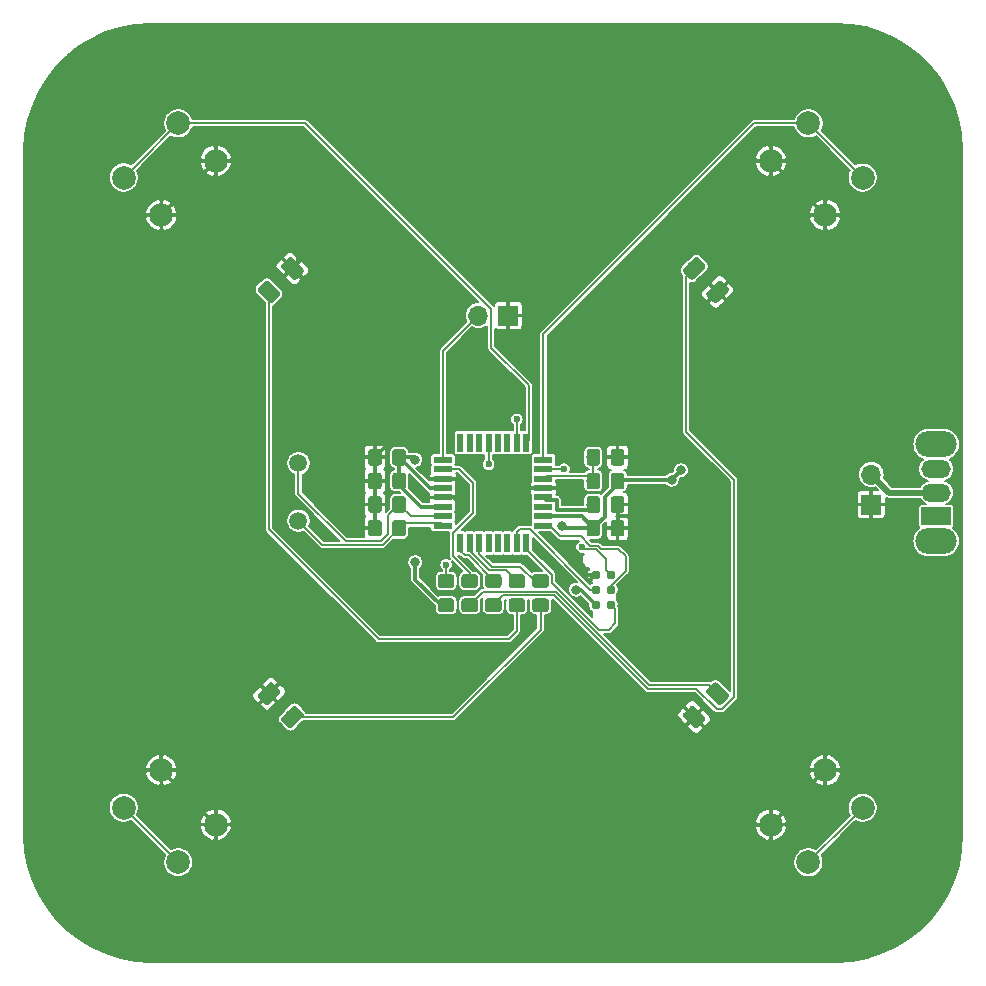
<source format=gbr>
G04 #@! TF.GenerationSoftware,KiCad,Pcbnew,(5.1.4)-1*
G04 #@! TF.CreationDate,2019-10-23T12:43:35-04:00*
G04 #@! TF.ProjectId,RepeatGame,52657065-6174-4476-916d-652e6b696361,A*
G04 #@! TF.SameCoordinates,Original*
G04 #@! TF.FileFunction,Copper,L1,Top*
G04 #@! TF.FilePolarity,Positive*
%FSLAX46Y46*%
G04 Gerber Fmt 4.6, Leading zero omitted, Abs format (unit mm)*
G04 Created by KiCad (PCBNEW (5.1.4)-1) date 2019-10-23 12:43:35*
%MOMM*%
%LPD*%
G04 APERTURE LIST*
%ADD10O,3.500000X2.200000*%
%ADD11O,2.500000X1.500000*%
%ADD12R,2.500000X1.500000*%
%ADD13C,2.000000*%
%ADD14C,0.100000*%
%ADD15C,1.150000*%
%ADD16C,0.787400*%
%ADD17O,1.700000X1.700000*%
%ADD18R,1.700000X1.700000*%
%ADD19C,1.250000*%
%ADD20C,1.500000*%
%ADD21R,0.550000X1.600000*%
%ADD22R,1.600000X0.550000*%
%ADD23C,0.800000*%
%ADD24C,0.600000*%
%ADD25C,0.150000*%
%ADD26C,0.300000*%
%ADD27C,0.500000*%
G04 APERTURE END LIST*
D10*
X172500000Y-65900000D03*
X172500000Y-74100000D03*
D11*
X172500000Y-68000000D03*
X172500000Y-70000000D03*
D12*
X172500000Y-72000000D03*
D13*
X111496194Y-98096194D03*
X108314214Y-101278175D03*
X106900000Y-93500000D03*
X103718019Y-96681981D03*
X106903806Y-46496194D03*
X103721825Y-43314214D03*
X111500000Y-41900000D03*
X108318019Y-38718019D03*
X158503806Y-41903806D03*
X161685786Y-38721825D03*
X163100000Y-46500000D03*
X166281981Y-43318019D03*
X163096194Y-93503806D03*
X166278175Y-96685786D03*
X158500000Y-98100000D03*
X161681981Y-101281981D03*
D14*
G36*
X139474505Y-78951204D02*
G01*
X139498773Y-78954804D01*
X139522572Y-78960765D01*
X139545671Y-78969030D01*
X139567850Y-78979520D01*
X139588893Y-78992132D01*
X139608599Y-79006747D01*
X139626777Y-79023223D01*
X139643253Y-79041401D01*
X139657868Y-79061107D01*
X139670480Y-79082150D01*
X139680970Y-79104329D01*
X139689235Y-79127428D01*
X139695196Y-79151227D01*
X139698796Y-79175495D01*
X139700000Y-79199999D01*
X139700000Y-79850001D01*
X139698796Y-79874505D01*
X139695196Y-79898773D01*
X139689235Y-79922572D01*
X139680970Y-79945671D01*
X139670480Y-79967850D01*
X139657868Y-79988893D01*
X139643253Y-80008599D01*
X139626777Y-80026777D01*
X139608599Y-80043253D01*
X139588893Y-80057868D01*
X139567850Y-80070480D01*
X139545671Y-80080970D01*
X139522572Y-80089235D01*
X139498773Y-80095196D01*
X139474505Y-80098796D01*
X139450001Y-80100000D01*
X138549999Y-80100000D01*
X138525495Y-80098796D01*
X138501227Y-80095196D01*
X138477428Y-80089235D01*
X138454329Y-80080970D01*
X138432150Y-80070480D01*
X138411107Y-80057868D01*
X138391401Y-80043253D01*
X138373223Y-80026777D01*
X138356747Y-80008599D01*
X138342132Y-79988893D01*
X138329520Y-79967850D01*
X138319030Y-79945671D01*
X138310765Y-79922572D01*
X138304804Y-79898773D01*
X138301204Y-79874505D01*
X138300000Y-79850001D01*
X138300000Y-79199999D01*
X138301204Y-79175495D01*
X138304804Y-79151227D01*
X138310765Y-79127428D01*
X138319030Y-79104329D01*
X138329520Y-79082150D01*
X138342132Y-79061107D01*
X138356747Y-79041401D01*
X138373223Y-79023223D01*
X138391401Y-79006747D01*
X138411107Y-78992132D01*
X138432150Y-78979520D01*
X138454329Y-78969030D01*
X138477428Y-78960765D01*
X138501227Y-78954804D01*
X138525495Y-78951204D01*
X138549999Y-78950000D01*
X139450001Y-78950000D01*
X139474505Y-78951204D01*
X139474505Y-78951204D01*
G37*
D15*
X139000000Y-79525000D03*
D14*
G36*
X139474505Y-76901204D02*
G01*
X139498773Y-76904804D01*
X139522572Y-76910765D01*
X139545671Y-76919030D01*
X139567850Y-76929520D01*
X139588893Y-76942132D01*
X139608599Y-76956747D01*
X139626777Y-76973223D01*
X139643253Y-76991401D01*
X139657868Y-77011107D01*
X139670480Y-77032150D01*
X139680970Y-77054329D01*
X139689235Y-77077428D01*
X139695196Y-77101227D01*
X139698796Y-77125495D01*
X139700000Y-77149999D01*
X139700000Y-77800001D01*
X139698796Y-77824505D01*
X139695196Y-77848773D01*
X139689235Y-77872572D01*
X139680970Y-77895671D01*
X139670480Y-77917850D01*
X139657868Y-77938893D01*
X139643253Y-77958599D01*
X139626777Y-77976777D01*
X139608599Y-77993253D01*
X139588893Y-78007868D01*
X139567850Y-78020480D01*
X139545671Y-78030970D01*
X139522572Y-78039235D01*
X139498773Y-78045196D01*
X139474505Y-78048796D01*
X139450001Y-78050000D01*
X138549999Y-78050000D01*
X138525495Y-78048796D01*
X138501227Y-78045196D01*
X138477428Y-78039235D01*
X138454329Y-78030970D01*
X138432150Y-78020480D01*
X138411107Y-78007868D01*
X138391401Y-77993253D01*
X138373223Y-77976777D01*
X138356747Y-77958599D01*
X138342132Y-77938893D01*
X138329520Y-77917850D01*
X138319030Y-77895671D01*
X138310765Y-77872572D01*
X138304804Y-77848773D01*
X138301204Y-77824505D01*
X138300000Y-77800001D01*
X138300000Y-77149999D01*
X138301204Y-77125495D01*
X138304804Y-77101227D01*
X138310765Y-77077428D01*
X138319030Y-77054329D01*
X138329520Y-77032150D01*
X138342132Y-77011107D01*
X138356747Y-76991401D01*
X138373223Y-76973223D01*
X138391401Y-76956747D01*
X138411107Y-76942132D01*
X138432150Y-76929520D01*
X138454329Y-76919030D01*
X138477428Y-76910765D01*
X138501227Y-76904804D01*
X138525495Y-76901204D01*
X138549999Y-76900000D01*
X139450001Y-76900000D01*
X139474505Y-76901204D01*
X139474505Y-76901204D01*
G37*
D15*
X139000000Y-77475000D03*
D14*
G36*
X137474505Y-78951204D02*
G01*
X137498773Y-78954804D01*
X137522572Y-78960765D01*
X137545671Y-78969030D01*
X137567850Y-78979520D01*
X137588893Y-78992132D01*
X137608599Y-79006747D01*
X137626777Y-79023223D01*
X137643253Y-79041401D01*
X137657868Y-79061107D01*
X137670480Y-79082150D01*
X137680970Y-79104329D01*
X137689235Y-79127428D01*
X137695196Y-79151227D01*
X137698796Y-79175495D01*
X137700000Y-79199999D01*
X137700000Y-79850001D01*
X137698796Y-79874505D01*
X137695196Y-79898773D01*
X137689235Y-79922572D01*
X137680970Y-79945671D01*
X137670480Y-79967850D01*
X137657868Y-79988893D01*
X137643253Y-80008599D01*
X137626777Y-80026777D01*
X137608599Y-80043253D01*
X137588893Y-80057868D01*
X137567850Y-80070480D01*
X137545671Y-80080970D01*
X137522572Y-80089235D01*
X137498773Y-80095196D01*
X137474505Y-80098796D01*
X137450001Y-80100000D01*
X136549999Y-80100000D01*
X136525495Y-80098796D01*
X136501227Y-80095196D01*
X136477428Y-80089235D01*
X136454329Y-80080970D01*
X136432150Y-80070480D01*
X136411107Y-80057868D01*
X136391401Y-80043253D01*
X136373223Y-80026777D01*
X136356747Y-80008599D01*
X136342132Y-79988893D01*
X136329520Y-79967850D01*
X136319030Y-79945671D01*
X136310765Y-79922572D01*
X136304804Y-79898773D01*
X136301204Y-79874505D01*
X136300000Y-79850001D01*
X136300000Y-79199999D01*
X136301204Y-79175495D01*
X136304804Y-79151227D01*
X136310765Y-79127428D01*
X136319030Y-79104329D01*
X136329520Y-79082150D01*
X136342132Y-79061107D01*
X136356747Y-79041401D01*
X136373223Y-79023223D01*
X136391401Y-79006747D01*
X136411107Y-78992132D01*
X136432150Y-78979520D01*
X136454329Y-78969030D01*
X136477428Y-78960765D01*
X136501227Y-78954804D01*
X136525495Y-78951204D01*
X136549999Y-78950000D01*
X137450001Y-78950000D01*
X137474505Y-78951204D01*
X137474505Y-78951204D01*
G37*
D15*
X137000000Y-79525000D03*
D14*
G36*
X137474505Y-76901204D02*
G01*
X137498773Y-76904804D01*
X137522572Y-76910765D01*
X137545671Y-76919030D01*
X137567850Y-76929520D01*
X137588893Y-76942132D01*
X137608599Y-76956747D01*
X137626777Y-76973223D01*
X137643253Y-76991401D01*
X137657868Y-77011107D01*
X137670480Y-77032150D01*
X137680970Y-77054329D01*
X137689235Y-77077428D01*
X137695196Y-77101227D01*
X137698796Y-77125495D01*
X137700000Y-77149999D01*
X137700000Y-77800001D01*
X137698796Y-77824505D01*
X137695196Y-77848773D01*
X137689235Y-77872572D01*
X137680970Y-77895671D01*
X137670480Y-77917850D01*
X137657868Y-77938893D01*
X137643253Y-77958599D01*
X137626777Y-77976777D01*
X137608599Y-77993253D01*
X137588893Y-78007868D01*
X137567850Y-78020480D01*
X137545671Y-78030970D01*
X137522572Y-78039235D01*
X137498773Y-78045196D01*
X137474505Y-78048796D01*
X137450001Y-78050000D01*
X136549999Y-78050000D01*
X136525495Y-78048796D01*
X136501227Y-78045196D01*
X136477428Y-78039235D01*
X136454329Y-78030970D01*
X136432150Y-78020480D01*
X136411107Y-78007868D01*
X136391401Y-77993253D01*
X136373223Y-77976777D01*
X136356747Y-77958599D01*
X136342132Y-77938893D01*
X136329520Y-77917850D01*
X136319030Y-77895671D01*
X136310765Y-77872572D01*
X136304804Y-77848773D01*
X136301204Y-77824505D01*
X136300000Y-77800001D01*
X136300000Y-77149999D01*
X136301204Y-77125495D01*
X136304804Y-77101227D01*
X136310765Y-77077428D01*
X136319030Y-77054329D01*
X136329520Y-77032150D01*
X136342132Y-77011107D01*
X136356747Y-76991401D01*
X136373223Y-76973223D01*
X136391401Y-76956747D01*
X136411107Y-76942132D01*
X136432150Y-76929520D01*
X136454329Y-76919030D01*
X136477428Y-76910765D01*
X136501227Y-76904804D01*
X136525495Y-76901204D01*
X136549999Y-76900000D01*
X137450001Y-76900000D01*
X137474505Y-76901204D01*
X137474505Y-76901204D01*
G37*
D15*
X137000000Y-77475000D03*
D14*
G36*
X135474505Y-78951204D02*
G01*
X135498773Y-78954804D01*
X135522572Y-78960765D01*
X135545671Y-78969030D01*
X135567850Y-78979520D01*
X135588893Y-78992132D01*
X135608599Y-79006747D01*
X135626777Y-79023223D01*
X135643253Y-79041401D01*
X135657868Y-79061107D01*
X135670480Y-79082150D01*
X135680970Y-79104329D01*
X135689235Y-79127428D01*
X135695196Y-79151227D01*
X135698796Y-79175495D01*
X135700000Y-79199999D01*
X135700000Y-79850001D01*
X135698796Y-79874505D01*
X135695196Y-79898773D01*
X135689235Y-79922572D01*
X135680970Y-79945671D01*
X135670480Y-79967850D01*
X135657868Y-79988893D01*
X135643253Y-80008599D01*
X135626777Y-80026777D01*
X135608599Y-80043253D01*
X135588893Y-80057868D01*
X135567850Y-80070480D01*
X135545671Y-80080970D01*
X135522572Y-80089235D01*
X135498773Y-80095196D01*
X135474505Y-80098796D01*
X135450001Y-80100000D01*
X134549999Y-80100000D01*
X134525495Y-80098796D01*
X134501227Y-80095196D01*
X134477428Y-80089235D01*
X134454329Y-80080970D01*
X134432150Y-80070480D01*
X134411107Y-80057868D01*
X134391401Y-80043253D01*
X134373223Y-80026777D01*
X134356747Y-80008599D01*
X134342132Y-79988893D01*
X134329520Y-79967850D01*
X134319030Y-79945671D01*
X134310765Y-79922572D01*
X134304804Y-79898773D01*
X134301204Y-79874505D01*
X134300000Y-79850001D01*
X134300000Y-79199999D01*
X134301204Y-79175495D01*
X134304804Y-79151227D01*
X134310765Y-79127428D01*
X134319030Y-79104329D01*
X134329520Y-79082150D01*
X134342132Y-79061107D01*
X134356747Y-79041401D01*
X134373223Y-79023223D01*
X134391401Y-79006747D01*
X134411107Y-78992132D01*
X134432150Y-78979520D01*
X134454329Y-78969030D01*
X134477428Y-78960765D01*
X134501227Y-78954804D01*
X134525495Y-78951204D01*
X134549999Y-78950000D01*
X135450001Y-78950000D01*
X135474505Y-78951204D01*
X135474505Y-78951204D01*
G37*
D15*
X135000000Y-79525000D03*
D14*
G36*
X135474505Y-76901204D02*
G01*
X135498773Y-76904804D01*
X135522572Y-76910765D01*
X135545671Y-76919030D01*
X135567850Y-76929520D01*
X135588893Y-76942132D01*
X135608599Y-76956747D01*
X135626777Y-76973223D01*
X135643253Y-76991401D01*
X135657868Y-77011107D01*
X135670480Y-77032150D01*
X135680970Y-77054329D01*
X135689235Y-77077428D01*
X135695196Y-77101227D01*
X135698796Y-77125495D01*
X135700000Y-77149999D01*
X135700000Y-77800001D01*
X135698796Y-77824505D01*
X135695196Y-77848773D01*
X135689235Y-77872572D01*
X135680970Y-77895671D01*
X135670480Y-77917850D01*
X135657868Y-77938893D01*
X135643253Y-77958599D01*
X135626777Y-77976777D01*
X135608599Y-77993253D01*
X135588893Y-78007868D01*
X135567850Y-78020480D01*
X135545671Y-78030970D01*
X135522572Y-78039235D01*
X135498773Y-78045196D01*
X135474505Y-78048796D01*
X135450001Y-78050000D01*
X134549999Y-78050000D01*
X134525495Y-78048796D01*
X134501227Y-78045196D01*
X134477428Y-78039235D01*
X134454329Y-78030970D01*
X134432150Y-78020480D01*
X134411107Y-78007868D01*
X134391401Y-77993253D01*
X134373223Y-77976777D01*
X134356747Y-77958599D01*
X134342132Y-77938893D01*
X134329520Y-77917850D01*
X134319030Y-77895671D01*
X134310765Y-77872572D01*
X134304804Y-77848773D01*
X134301204Y-77824505D01*
X134300000Y-77800001D01*
X134300000Y-77149999D01*
X134301204Y-77125495D01*
X134304804Y-77101227D01*
X134310765Y-77077428D01*
X134319030Y-77054329D01*
X134329520Y-77032150D01*
X134342132Y-77011107D01*
X134356747Y-76991401D01*
X134373223Y-76973223D01*
X134391401Y-76956747D01*
X134411107Y-76942132D01*
X134432150Y-76929520D01*
X134454329Y-76919030D01*
X134477428Y-76910765D01*
X134501227Y-76904804D01*
X134525495Y-76901204D01*
X134549999Y-76900000D01*
X135450001Y-76900000D01*
X135474505Y-76901204D01*
X135474505Y-76901204D01*
G37*
D15*
X135000000Y-77475000D03*
D14*
G36*
X133474505Y-78951204D02*
G01*
X133498773Y-78954804D01*
X133522572Y-78960765D01*
X133545671Y-78969030D01*
X133567850Y-78979520D01*
X133588893Y-78992132D01*
X133608599Y-79006747D01*
X133626777Y-79023223D01*
X133643253Y-79041401D01*
X133657868Y-79061107D01*
X133670480Y-79082150D01*
X133680970Y-79104329D01*
X133689235Y-79127428D01*
X133695196Y-79151227D01*
X133698796Y-79175495D01*
X133700000Y-79199999D01*
X133700000Y-79850001D01*
X133698796Y-79874505D01*
X133695196Y-79898773D01*
X133689235Y-79922572D01*
X133680970Y-79945671D01*
X133670480Y-79967850D01*
X133657868Y-79988893D01*
X133643253Y-80008599D01*
X133626777Y-80026777D01*
X133608599Y-80043253D01*
X133588893Y-80057868D01*
X133567850Y-80070480D01*
X133545671Y-80080970D01*
X133522572Y-80089235D01*
X133498773Y-80095196D01*
X133474505Y-80098796D01*
X133450001Y-80100000D01*
X132549999Y-80100000D01*
X132525495Y-80098796D01*
X132501227Y-80095196D01*
X132477428Y-80089235D01*
X132454329Y-80080970D01*
X132432150Y-80070480D01*
X132411107Y-80057868D01*
X132391401Y-80043253D01*
X132373223Y-80026777D01*
X132356747Y-80008599D01*
X132342132Y-79988893D01*
X132329520Y-79967850D01*
X132319030Y-79945671D01*
X132310765Y-79922572D01*
X132304804Y-79898773D01*
X132301204Y-79874505D01*
X132300000Y-79850001D01*
X132300000Y-79199999D01*
X132301204Y-79175495D01*
X132304804Y-79151227D01*
X132310765Y-79127428D01*
X132319030Y-79104329D01*
X132329520Y-79082150D01*
X132342132Y-79061107D01*
X132356747Y-79041401D01*
X132373223Y-79023223D01*
X132391401Y-79006747D01*
X132411107Y-78992132D01*
X132432150Y-78979520D01*
X132454329Y-78969030D01*
X132477428Y-78960765D01*
X132501227Y-78954804D01*
X132525495Y-78951204D01*
X132549999Y-78950000D01*
X133450001Y-78950000D01*
X133474505Y-78951204D01*
X133474505Y-78951204D01*
G37*
D15*
X133000000Y-79525000D03*
D14*
G36*
X133474505Y-76901204D02*
G01*
X133498773Y-76904804D01*
X133522572Y-76910765D01*
X133545671Y-76919030D01*
X133567850Y-76929520D01*
X133588893Y-76942132D01*
X133608599Y-76956747D01*
X133626777Y-76973223D01*
X133643253Y-76991401D01*
X133657868Y-77011107D01*
X133670480Y-77032150D01*
X133680970Y-77054329D01*
X133689235Y-77077428D01*
X133695196Y-77101227D01*
X133698796Y-77125495D01*
X133700000Y-77149999D01*
X133700000Y-77800001D01*
X133698796Y-77824505D01*
X133695196Y-77848773D01*
X133689235Y-77872572D01*
X133680970Y-77895671D01*
X133670480Y-77917850D01*
X133657868Y-77938893D01*
X133643253Y-77958599D01*
X133626777Y-77976777D01*
X133608599Y-77993253D01*
X133588893Y-78007868D01*
X133567850Y-78020480D01*
X133545671Y-78030970D01*
X133522572Y-78039235D01*
X133498773Y-78045196D01*
X133474505Y-78048796D01*
X133450001Y-78050000D01*
X132549999Y-78050000D01*
X132525495Y-78048796D01*
X132501227Y-78045196D01*
X132477428Y-78039235D01*
X132454329Y-78030970D01*
X132432150Y-78020480D01*
X132411107Y-78007868D01*
X132391401Y-77993253D01*
X132373223Y-77976777D01*
X132356747Y-77958599D01*
X132342132Y-77938893D01*
X132329520Y-77917850D01*
X132319030Y-77895671D01*
X132310765Y-77872572D01*
X132304804Y-77848773D01*
X132301204Y-77824505D01*
X132300000Y-77800001D01*
X132300000Y-77149999D01*
X132301204Y-77125495D01*
X132304804Y-77101227D01*
X132310765Y-77077428D01*
X132319030Y-77054329D01*
X132329520Y-77032150D01*
X132342132Y-77011107D01*
X132356747Y-76991401D01*
X132373223Y-76973223D01*
X132391401Y-76956747D01*
X132411107Y-76942132D01*
X132432150Y-76929520D01*
X132454329Y-76919030D01*
X132477428Y-76910765D01*
X132501227Y-76904804D01*
X132525495Y-76901204D01*
X132549999Y-76900000D01*
X133450001Y-76900000D01*
X133474505Y-76901204D01*
X133474505Y-76901204D01*
G37*
D15*
X133000000Y-77475000D03*
D16*
X143665000Y-76930000D03*
X144935000Y-76930000D03*
X143665000Y-78200000D03*
X144935000Y-78200000D03*
X143665000Y-79470000D03*
X144935000Y-79470000D03*
D17*
X167000000Y-68460000D03*
D18*
X167000000Y-71000000D03*
D14*
G36*
X118191230Y-88034046D02*
G01*
X118215499Y-88037646D01*
X118239297Y-88043607D01*
X118262397Y-88051872D01*
X118284575Y-88062362D01*
X118305619Y-88074975D01*
X118325324Y-88089589D01*
X118343503Y-88106065D01*
X118873833Y-88636395D01*
X118890309Y-88654574D01*
X118904923Y-88674279D01*
X118917536Y-88695323D01*
X118928026Y-88717501D01*
X118936291Y-88740601D01*
X118942252Y-88764399D01*
X118945852Y-88788668D01*
X118947056Y-88813172D01*
X118945852Y-88837676D01*
X118942252Y-88861945D01*
X118936291Y-88885743D01*
X118928026Y-88908843D01*
X118917536Y-88931021D01*
X118904923Y-88952065D01*
X118890309Y-88971770D01*
X118873833Y-88989949D01*
X117989949Y-89873833D01*
X117971770Y-89890309D01*
X117952065Y-89904923D01*
X117931021Y-89917536D01*
X117908843Y-89928026D01*
X117885743Y-89936291D01*
X117861945Y-89942252D01*
X117837676Y-89945852D01*
X117813172Y-89947056D01*
X117788668Y-89945852D01*
X117764399Y-89942252D01*
X117740601Y-89936291D01*
X117717501Y-89928026D01*
X117695323Y-89917536D01*
X117674279Y-89904923D01*
X117654574Y-89890309D01*
X117636395Y-89873833D01*
X117106065Y-89343503D01*
X117089589Y-89325324D01*
X117074975Y-89305619D01*
X117062362Y-89284575D01*
X117051872Y-89262397D01*
X117043607Y-89239297D01*
X117037646Y-89215499D01*
X117034046Y-89191230D01*
X117032842Y-89166726D01*
X117034046Y-89142222D01*
X117037646Y-89117953D01*
X117043607Y-89094155D01*
X117051872Y-89071055D01*
X117062362Y-89048877D01*
X117074975Y-89027833D01*
X117089589Y-89008128D01*
X117106065Y-88989949D01*
X117989949Y-88106065D01*
X118008128Y-88089589D01*
X118027833Y-88074975D01*
X118048877Y-88062362D01*
X118071055Y-88051872D01*
X118094155Y-88043607D01*
X118117953Y-88037646D01*
X118142222Y-88034046D01*
X118166726Y-88032842D01*
X118191230Y-88034046D01*
X118191230Y-88034046D01*
G37*
D19*
X117989949Y-88989949D03*
D14*
G36*
X116211332Y-86054148D02*
G01*
X116235601Y-86057748D01*
X116259399Y-86063709D01*
X116282499Y-86071974D01*
X116304677Y-86082464D01*
X116325721Y-86095077D01*
X116345426Y-86109691D01*
X116363605Y-86126167D01*
X116893935Y-86656497D01*
X116910411Y-86674676D01*
X116925025Y-86694381D01*
X116937638Y-86715425D01*
X116948128Y-86737603D01*
X116956393Y-86760703D01*
X116962354Y-86784501D01*
X116965954Y-86808770D01*
X116967158Y-86833274D01*
X116965954Y-86857778D01*
X116962354Y-86882047D01*
X116956393Y-86905845D01*
X116948128Y-86928945D01*
X116937638Y-86951123D01*
X116925025Y-86972167D01*
X116910411Y-86991872D01*
X116893935Y-87010051D01*
X116010051Y-87893935D01*
X115991872Y-87910411D01*
X115972167Y-87925025D01*
X115951123Y-87937638D01*
X115928945Y-87948128D01*
X115905845Y-87956393D01*
X115882047Y-87962354D01*
X115857778Y-87965954D01*
X115833274Y-87967158D01*
X115808770Y-87965954D01*
X115784501Y-87962354D01*
X115760703Y-87956393D01*
X115737603Y-87948128D01*
X115715425Y-87937638D01*
X115694381Y-87925025D01*
X115674676Y-87910411D01*
X115656497Y-87893935D01*
X115126167Y-87363605D01*
X115109691Y-87345426D01*
X115095077Y-87325721D01*
X115082464Y-87304677D01*
X115071974Y-87282499D01*
X115063709Y-87259399D01*
X115057748Y-87235601D01*
X115054148Y-87211332D01*
X115052944Y-87186828D01*
X115054148Y-87162324D01*
X115057748Y-87138055D01*
X115063709Y-87114257D01*
X115071974Y-87091157D01*
X115082464Y-87068979D01*
X115095077Y-87047935D01*
X115109691Y-87028230D01*
X115126167Y-87010051D01*
X116010051Y-86126167D01*
X116028230Y-86109691D01*
X116047935Y-86095077D01*
X116068979Y-86082464D01*
X116091157Y-86071974D01*
X116114257Y-86063709D01*
X116138055Y-86057748D01*
X116162324Y-86054148D01*
X116186828Y-86052944D01*
X116211332Y-86054148D01*
X116211332Y-86054148D01*
G37*
D19*
X116010051Y-87010051D03*
D14*
G36*
X115857778Y-52034046D02*
G01*
X115882047Y-52037646D01*
X115905845Y-52043607D01*
X115928945Y-52051872D01*
X115951123Y-52062362D01*
X115972167Y-52074975D01*
X115991872Y-52089589D01*
X116010051Y-52106065D01*
X116893935Y-52989949D01*
X116910411Y-53008128D01*
X116925025Y-53027833D01*
X116937638Y-53048877D01*
X116948128Y-53071055D01*
X116956393Y-53094155D01*
X116962354Y-53117953D01*
X116965954Y-53142222D01*
X116967158Y-53166726D01*
X116965954Y-53191230D01*
X116962354Y-53215499D01*
X116956393Y-53239297D01*
X116948128Y-53262397D01*
X116937638Y-53284575D01*
X116925025Y-53305619D01*
X116910411Y-53325324D01*
X116893935Y-53343503D01*
X116363605Y-53873833D01*
X116345426Y-53890309D01*
X116325721Y-53904923D01*
X116304677Y-53917536D01*
X116282499Y-53928026D01*
X116259399Y-53936291D01*
X116235601Y-53942252D01*
X116211332Y-53945852D01*
X116186828Y-53947056D01*
X116162324Y-53945852D01*
X116138055Y-53942252D01*
X116114257Y-53936291D01*
X116091157Y-53928026D01*
X116068979Y-53917536D01*
X116047935Y-53904923D01*
X116028230Y-53890309D01*
X116010051Y-53873833D01*
X115126167Y-52989949D01*
X115109691Y-52971770D01*
X115095077Y-52952065D01*
X115082464Y-52931021D01*
X115071974Y-52908843D01*
X115063709Y-52885743D01*
X115057748Y-52861945D01*
X115054148Y-52837676D01*
X115052944Y-52813172D01*
X115054148Y-52788668D01*
X115057748Y-52764399D01*
X115063709Y-52740601D01*
X115071974Y-52717501D01*
X115082464Y-52695323D01*
X115095077Y-52674279D01*
X115109691Y-52654574D01*
X115126167Y-52636395D01*
X115656497Y-52106065D01*
X115674676Y-52089589D01*
X115694381Y-52074975D01*
X115715425Y-52062362D01*
X115737603Y-52051872D01*
X115760703Y-52043607D01*
X115784501Y-52037646D01*
X115808770Y-52034046D01*
X115833274Y-52032842D01*
X115857778Y-52034046D01*
X115857778Y-52034046D01*
G37*
D19*
X116010051Y-52989949D03*
D14*
G36*
X117837676Y-50054148D02*
G01*
X117861945Y-50057748D01*
X117885743Y-50063709D01*
X117908843Y-50071974D01*
X117931021Y-50082464D01*
X117952065Y-50095077D01*
X117971770Y-50109691D01*
X117989949Y-50126167D01*
X118873833Y-51010051D01*
X118890309Y-51028230D01*
X118904923Y-51047935D01*
X118917536Y-51068979D01*
X118928026Y-51091157D01*
X118936291Y-51114257D01*
X118942252Y-51138055D01*
X118945852Y-51162324D01*
X118947056Y-51186828D01*
X118945852Y-51211332D01*
X118942252Y-51235601D01*
X118936291Y-51259399D01*
X118928026Y-51282499D01*
X118917536Y-51304677D01*
X118904923Y-51325721D01*
X118890309Y-51345426D01*
X118873833Y-51363605D01*
X118343503Y-51893935D01*
X118325324Y-51910411D01*
X118305619Y-51925025D01*
X118284575Y-51937638D01*
X118262397Y-51948128D01*
X118239297Y-51956393D01*
X118215499Y-51962354D01*
X118191230Y-51965954D01*
X118166726Y-51967158D01*
X118142222Y-51965954D01*
X118117953Y-51962354D01*
X118094155Y-51956393D01*
X118071055Y-51948128D01*
X118048877Y-51937638D01*
X118027833Y-51925025D01*
X118008128Y-51910411D01*
X117989949Y-51893935D01*
X117106065Y-51010051D01*
X117089589Y-50991872D01*
X117074975Y-50972167D01*
X117062362Y-50951123D01*
X117051872Y-50928945D01*
X117043607Y-50905845D01*
X117037646Y-50882047D01*
X117034046Y-50857778D01*
X117032842Y-50833274D01*
X117034046Y-50808770D01*
X117037646Y-50784501D01*
X117043607Y-50760703D01*
X117051872Y-50737603D01*
X117062362Y-50715425D01*
X117074975Y-50694381D01*
X117089589Y-50674676D01*
X117106065Y-50656497D01*
X117636395Y-50126167D01*
X117654574Y-50109691D01*
X117674279Y-50095077D01*
X117695323Y-50082464D01*
X117717501Y-50071974D01*
X117740601Y-50063709D01*
X117764399Y-50057748D01*
X117788668Y-50054148D01*
X117813172Y-50052944D01*
X117837676Y-50054148D01*
X117837676Y-50054148D01*
G37*
D19*
X117989949Y-51010051D03*
D14*
G36*
X152211332Y-50054148D02*
G01*
X152235601Y-50057748D01*
X152259399Y-50063709D01*
X152282499Y-50071974D01*
X152304677Y-50082464D01*
X152325721Y-50095077D01*
X152345426Y-50109691D01*
X152363605Y-50126167D01*
X152893935Y-50656497D01*
X152910411Y-50674676D01*
X152925025Y-50694381D01*
X152937638Y-50715425D01*
X152948128Y-50737603D01*
X152956393Y-50760703D01*
X152962354Y-50784501D01*
X152965954Y-50808770D01*
X152967158Y-50833274D01*
X152965954Y-50857778D01*
X152962354Y-50882047D01*
X152956393Y-50905845D01*
X152948128Y-50928945D01*
X152937638Y-50951123D01*
X152925025Y-50972167D01*
X152910411Y-50991872D01*
X152893935Y-51010051D01*
X152010051Y-51893935D01*
X151991872Y-51910411D01*
X151972167Y-51925025D01*
X151951123Y-51937638D01*
X151928945Y-51948128D01*
X151905845Y-51956393D01*
X151882047Y-51962354D01*
X151857778Y-51965954D01*
X151833274Y-51967158D01*
X151808770Y-51965954D01*
X151784501Y-51962354D01*
X151760703Y-51956393D01*
X151737603Y-51948128D01*
X151715425Y-51937638D01*
X151694381Y-51925025D01*
X151674676Y-51910411D01*
X151656497Y-51893935D01*
X151126167Y-51363605D01*
X151109691Y-51345426D01*
X151095077Y-51325721D01*
X151082464Y-51304677D01*
X151071974Y-51282499D01*
X151063709Y-51259399D01*
X151057748Y-51235601D01*
X151054148Y-51211332D01*
X151052944Y-51186828D01*
X151054148Y-51162324D01*
X151057748Y-51138055D01*
X151063709Y-51114257D01*
X151071974Y-51091157D01*
X151082464Y-51068979D01*
X151095077Y-51047935D01*
X151109691Y-51028230D01*
X151126167Y-51010051D01*
X152010051Y-50126167D01*
X152028230Y-50109691D01*
X152047935Y-50095077D01*
X152068979Y-50082464D01*
X152091157Y-50071974D01*
X152114257Y-50063709D01*
X152138055Y-50057748D01*
X152162324Y-50054148D01*
X152186828Y-50052944D01*
X152211332Y-50054148D01*
X152211332Y-50054148D01*
G37*
D19*
X152010051Y-51010051D03*
D14*
G36*
X154191230Y-52034046D02*
G01*
X154215499Y-52037646D01*
X154239297Y-52043607D01*
X154262397Y-52051872D01*
X154284575Y-52062362D01*
X154305619Y-52074975D01*
X154325324Y-52089589D01*
X154343503Y-52106065D01*
X154873833Y-52636395D01*
X154890309Y-52654574D01*
X154904923Y-52674279D01*
X154917536Y-52695323D01*
X154928026Y-52717501D01*
X154936291Y-52740601D01*
X154942252Y-52764399D01*
X154945852Y-52788668D01*
X154947056Y-52813172D01*
X154945852Y-52837676D01*
X154942252Y-52861945D01*
X154936291Y-52885743D01*
X154928026Y-52908843D01*
X154917536Y-52931021D01*
X154904923Y-52952065D01*
X154890309Y-52971770D01*
X154873833Y-52989949D01*
X153989949Y-53873833D01*
X153971770Y-53890309D01*
X153952065Y-53904923D01*
X153931021Y-53917536D01*
X153908843Y-53928026D01*
X153885743Y-53936291D01*
X153861945Y-53942252D01*
X153837676Y-53945852D01*
X153813172Y-53947056D01*
X153788668Y-53945852D01*
X153764399Y-53942252D01*
X153740601Y-53936291D01*
X153717501Y-53928026D01*
X153695323Y-53917536D01*
X153674279Y-53904923D01*
X153654574Y-53890309D01*
X153636395Y-53873833D01*
X153106065Y-53343503D01*
X153089589Y-53325324D01*
X153074975Y-53305619D01*
X153062362Y-53284575D01*
X153051872Y-53262397D01*
X153043607Y-53239297D01*
X153037646Y-53215499D01*
X153034046Y-53191230D01*
X153032842Y-53166726D01*
X153034046Y-53142222D01*
X153037646Y-53117953D01*
X153043607Y-53094155D01*
X153051872Y-53071055D01*
X153062362Y-53048877D01*
X153074975Y-53027833D01*
X153089589Y-53008128D01*
X153106065Y-52989949D01*
X153989949Y-52106065D01*
X154008128Y-52089589D01*
X154027833Y-52074975D01*
X154048877Y-52062362D01*
X154071055Y-52051872D01*
X154094155Y-52043607D01*
X154117953Y-52037646D01*
X154142222Y-52034046D01*
X154166726Y-52032842D01*
X154191230Y-52034046D01*
X154191230Y-52034046D01*
G37*
D19*
X153989949Y-52989949D03*
D14*
G36*
X153837676Y-86054148D02*
G01*
X153861945Y-86057748D01*
X153885743Y-86063709D01*
X153908843Y-86071974D01*
X153931021Y-86082464D01*
X153952065Y-86095077D01*
X153971770Y-86109691D01*
X153989949Y-86126167D01*
X154873833Y-87010051D01*
X154890309Y-87028230D01*
X154904923Y-87047935D01*
X154917536Y-87068979D01*
X154928026Y-87091157D01*
X154936291Y-87114257D01*
X154942252Y-87138055D01*
X154945852Y-87162324D01*
X154947056Y-87186828D01*
X154945852Y-87211332D01*
X154942252Y-87235601D01*
X154936291Y-87259399D01*
X154928026Y-87282499D01*
X154917536Y-87304677D01*
X154904923Y-87325721D01*
X154890309Y-87345426D01*
X154873833Y-87363605D01*
X154343503Y-87893935D01*
X154325324Y-87910411D01*
X154305619Y-87925025D01*
X154284575Y-87937638D01*
X154262397Y-87948128D01*
X154239297Y-87956393D01*
X154215499Y-87962354D01*
X154191230Y-87965954D01*
X154166726Y-87967158D01*
X154142222Y-87965954D01*
X154117953Y-87962354D01*
X154094155Y-87956393D01*
X154071055Y-87948128D01*
X154048877Y-87937638D01*
X154027833Y-87925025D01*
X154008128Y-87910411D01*
X153989949Y-87893935D01*
X153106065Y-87010051D01*
X153089589Y-86991872D01*
X153074975Y-86972167D01*
X153062362Y-86951123D01*
X153051872Y-86928945D01*
X153043607Y-86905845D01*
X153037646Y-86882047D01*
X153034046Y-86857778D01*
X153032842Y-86833274D01*
X153034046Y-86808770D01*
X153037646Y-86784501D01*
X153043607Y-86760703D01*
X153051872Y-86737603D01*
X153062362Y-86715425D01*
X153074975Y-86694381D01*
X153089589Y-86674676D01*
X153106065Y-86656497D01*
X153636395Y-86126167D01*
X153654574Y-86109691D01*
X153674279Y-86095077D01*
X153695323Y-86082464D01*
X153717501Y-86071974D01*
X153740601Y-86063709D01*
X153764399Y-86057748D01*
X153788668Y-86054148D01*
X153813172Y-86052944D01*
X153837676Y-86054148D01*
X153837676Y-86054148D01*
G37*
D19*
X153989949Y-87010051D03*
D14*
G36*
X151857778Y-88034046D02*
G01*
X151882047Y-88037646D01*
X151905845Y-88043607D01*
X151928945Y-88051872D01*
X151951123Y-88062362D01*
X151972167Y-88074975D01*
X151991872Y-88089589D01*
X152010051Y-88106065D01*
X152893935Y-88989949D01*
X152910411Y-89008128D01*
X152925025Y-89027833D01*
X152937638Y-89048877D01*
X152948128Y-89071055D01*
X152956393Y-89094155D01*
X152962354Y-89117953D01*
X152965954Y-89142222D01*
X152967158Y-89166726D01*
X152965954Y-89191230D01*
X152962354Y-89215499D01*
X152956393Y-89239297D01*
X152948128Y-89262397D01*
X152937638Y-89284575D01*
X152925025Y-89305619D01*
X152910411Y-89325324D01*
X152893935Y-89343503D01*
X152363605Y-89873833D01*
X152345426Y-89890309D01*
X152325721Y-89904923D01*
X152304677Y-89917536D01*
X152282499Y-89928026D01*
X152259399Y-89936291D01*
X152235601Y-89942252D01*
X152211332Y-89945852D01*
X152186828Y-89947056D01*
X152162324Y-89945852D01*
X152138055Y-89942252D01*
X152114257Y-89936291D01*
X152091157Y-89928026D01*
X152068979Y-89917536D01*
X152047935Y-89904923D01*
X152028230Y-89890309D01*
X152010051Y-89873833D01*
X151126167Y-88989949D01*
X151109691Y-88971770D01*
X151095077Y-88952065D01*
X151082464Y-88931021D01*
X151071974Y-88908843D01*
X151063709Y-88885743D01*
X151057748Y-88861945D01*
X151054148Y-88837676D01*
X151052944Y-88813172D01*
X151054148Y-88788668D01*
X151057748Y-88764399D01*
X151063709Y-88740601D01*
X151071974Y-88717501D01*
X151082464Y-88695323D01*
X151095077Y-88674279D01*
X151109691Y-88654574D01*
X151126167Y-88636395D01*
X151656497Y-88106065D01*
X151674676Y-88089589D01*
X151694381Y-88074975D01*
X151715425Y-88062362D01*
X151737603Y-88051872D01*
X151760703Y-88043607D01*
X151784501Y-88037646D01*
X151808770Y-88034046D01*
X151833274Y-88032842D01*
X151857778Y-88034046D01*
X151857778Y-88034046D01*
G37*
D19*
X152010051Y-88989949D03*
D20*
X118500000Y-72380000D03*
X118500000Y-67500000D03*
D21*
X132200000Y-65750000D03*
X133000000Y-65750000D03*
X133800000Y-65750000D03*
X134600000Y-65750000D03*
X135400000Y-65750000D03*
X136200000Y-65750000D03*
X137000000Y-65750000D03*
X137800000Y-65750000D03*
D22*
X139250000Y-67200000D03*
X139250000Y-68000000D03*
X139250000Y-68800000D03*
X139250000Y-69600000D03*
X139250000Y-70400000D03*
X139250000Y-71200000D03*
X139250000Y-72000000D03*
X139250000Y-72800000D03*
D21*
X137800000Y-74250000D03*
X137000000Y-74250000D03*
X136200000Y-74250000D03*
X135400000Y-74250000D03*
X134600000Y-74250000D03*
X133800000Y-74250000D03*
X133000000Y-74250000D03*
X132200000Y-74250000D03*
D22*
X130750000Y-72800000D03*
X130750000Y-72000000D03*
X130750000Y-71200000D03*
X130750000Y-70400000D03*
X130750000Y-69600000D03*
X130750000Y-68800000D03*
X130750000Y-68000000D03*
X130750000Y-67200000D03*
D14*
G36*
X131474505Y-78951204D02*
G01*
X131498773Y-78954804D01*
X131522572Y-78960765D01*
X131545671Y-78969030D01*
X131567850Y-78979520D01*
X131588893Y-78992132D01*
X131608599Y-79006747D01*
X131626777Y-79023223D01*
X131643253Y-79041401D01*
X131657868Y-79061107D01*
X131670480Y-79082150D01*
X131680970Y-79104329D01*
X131689235Y-79127428D01*
X131695196Y-79151227D01*
X131698796Y-79175495D01*
X131700000Y-79199999D01*
X131700000Y-79850001D01*
X131698796Y-79874505D01*
X131695196Y-79898773D01*
X131689235Y-79922572D01*
X131680970Y-79945671D01*
X131670480Y-79967850D01*
X131657868Y-79988893D01*
X131643253Y-80008599D01*
X131626777Y-80026777D01*
X131608599Y-80043253D01*
X131588893Y-80057868D01*
X131567850Y-80070480D01*
X131545671Y-80080970D01*
X131522572Y-80089235D01*
X131498773Y-80095196D01*
X131474505Y-80098796D01*
X131450001Y-80100000D01*
X130549999Y-80100000D01*
X130525495Y-80098796D01*
X130501227Y-80095196D01*
X130477428Y-80089235D01*
X130454329Y-80080970D01*
X130432150Y-80070480D01*
X130411107Y-80057868D01*
X130391401Y-80043253D01*
X130373223Y-80026777D01*
X130356747Y-80008599D01*
X130342132Y-79988893D01*
X130329520Y-79967850D01*
X130319030Y-79945671D01*
X130310765Y-79922572D01*
X130304804Y-79898773D01*
X130301204Y-79874505D01*
X130300000Y-79850001D01*
X130300000Y-79199999D01*
X130301204Y-79175495D01*
X130304804Y-79151227D01*
X130310765Y-79127428D01*
X130319030Y-79104329D01*
X130329520Y-79082150D01*
X130342132Y-79061107D01*
X130356747Y-79041401D01*
X130373223Y-79023223D01*
X130391401Y-79006747D01*
X130411107Y-78992132D01*
X130432150Y-78979520D01*
X130454329Y-78969030D01*
X130477428Y-78960765D01*
X130501227Y-78954804D01*
X130525495Y-78951204D01*
X130549999Y-78950000D01*
X131450001Y-78950000D01*
X131474505Y-78951204D01*
X131474505Y-78951204D01*
G37*
D15*
X131000000Y-79525000D03*
D14*
G36*
X131474505Y-76901204D02*
G01*
X131498773Y-76904804D01*
X131522572Y-76910765D01*
X131545671Y-76919030D01*
X131567850Y-76929520D01*
X131588893Y-76942132D01*
X131608599Y-76956747D01*
X131626777Y-76973223D01*
X131643253Y-76991401D01*
X131657868Y-77011107D01*
X131670480Y-77032150D01*
X131680970Y-77054329D01*
X131689235Y-77077428D01*
X131695196Y-77101227D01*
X131698796Y-77125495D01*
X131700000Y-77149999D01*
X131700000Y-77800001D01*
X131698796Y-77824505D01*
X131695196Y-77848773D01*
X131689235Y-77872572D01*
X131680970Y-77895671D01*
X131670480Y-77917850D01*
X131657868Y-77938893D01*
X131643253Y-77958599D01*
X131626777Y-77976777D01*
X131608599Y-77993253D01*
X131588893Y-78007868D01*
X131567850Y-78020480D01*
X131545671Y-78030970D01*
X131522572Y-78039235D01*
X131498773Y-78045196D01*
X131474505Y-78048796D01*
X131450001Y-78050000D01*
X130549999Y-78050000D01*
X130525495Y-78048796D01*
X130501227Y-78045196D01*
X130477428Y-78039235D01*
X130454329Y-78030970D01*
X130432150Y-78020480D01*
X130411107Y-78007868D01*
X130391401Y-77993253D01*
X130373223Y-77976777D01*
X130356747Y-77958599D01*
X130342132Y-77938893D01*
X130329520Y-77917850D01*
X130319030Y-77895671D01*
X130310765Y-77872572D01*
X130304804Y-77848773D01*
X130301204Y-77824505D01*
X130300000Y-77800001D01*
X130300000Y-77149999D01*
X130301204Y-77125495D01*
X130304804Y-77101227D01*
X130310765Y-77077428D01*
X130319030Y-77054329D01*
X130329520Y-77032150D01*
X130342132Y-77011107D01*
X130356747Y-76991401D01*
X130373223Y-76973223D01*
X130391401Y-76956747D01*
X130411107Y-76942132D01*
X130432150Y-76929520D01*
X130454329Y-76919030D01*
X130477428Y-76910765D01*
X130501227Y-76904804D01*
X130525495Y-76901204D01*
X130549999Y-76900000D01*
X131450001Y-76900000D01*
X131474505Y-76901204D01*
X131474505Y-76901204D01*
G37*
D15*
X131000000Y-77475000D03*
D14*
G36*
X143824505Y-66301204D02*
G01*
X143848773Y-66304804D01*
X143872572Y-66310765D01*
X143895671Y-66319030D01*
X143917850Y-66329520D01*
X143938893Y-66342132D01*
X143958599Y-66356747D01*
X143976777Y-66373223D01*
X143993253Y-66391401D01*
X144007868Y-66411107D01*
X144020480Y-66432150D01*
X144030970Y-66454329D01*
X144039235Y-66477428D01*
X144045196Y-66501227D01*
X144048796Y-66525495D01*
X144050000Y-66549999D01*
X144050000Y-67450001D01*
X144048796Y-67474505D01*
X144045196Y-67498773D01*
X144039235Y-67522572D01*
X144030970Y-67545671D01*
X144020480Y-67567850D01*
X144007868Y-67588893D01*
X143993253Y-67608599D01*
X143976777Y-67626777D01*
X143958599Y-67643253D01*
X143938893Y-67657868D01*
X143917850Y-67670480D01*
X143895671Y-67680970D01*
X143872572Y-67689235D01*
X143848773Y-67695196D01*
X143824505Y-67698796D01*
X143800001Y-67700000D01*
X143149999Y-67700000D01*
X143125495Y-67698796D01*
X143101227Y-67695196D01*
X143077428Y-67689235D01*
X143054329Y-67680970D01*
X143032150Y-67670480D01*
X143011107Y-67657868D01*
X142991401Y-67643253D01*
X142973223Y-67626777D01*
X142956747Y-67608599D01*
X142942132Y-67588893D01*
X142929520Y-67567850D01*
X142919030Y-67545671D01*
X142910765Y-67522572D01*
X142904804Y-67498773D01*
X142901204Y-67474505D01*
X142900000Y-67450001D01*
X142900000Y-66549999D01*
X142901204Y-66525495D01*
X142904804Y-66501227D01*
X142910765Y-66477428D01*
X142919030Y-66454329D01*
X142929520Y-66432150D01*
X142942132Y-66411107D01*
X142956747Y-66391401D01*
X142973223Y-66373223D01*
X142991401Y-66356747D01*
X143011107Y-66342132D01*
X143032150Y-66329520D01*
X143054329Y-66319030D01*
X143077428Y-66310765D01*
X143101227Y-66304804D01*
X143125495Y-66301204D01*
X143149999Y-66300000D01*
X143800001Y-66300000D01*
X143824505Y-66301204D01*
X143824505Y-66301204D01*
G37*
D15*
X143475000Y-67000000D03*
D14*
G36*
X145874505Y-66301204D02*
G01*
X145898773Y-66304804D01*
X145922572Y-66310765D01*
X145945671Y-66319030D01*
X145967850Y-66329520D01*
X145988893Y-66342132D01*
X146008599Y-66356747D01*
X146026777Y-66373223D01*
X146043253Y-66391401D01*
X146057868Y-66411107D01*
X146070480Y-66432150D01*
X146080970Y-66454329D01*
X146089235Y-66477428D01*
X146095196Y-66501227D01*
X146098796Y-66525495D01*
X146100000Y-66549999D01*
X146100000Y-67450001D01*
X146098796Y-67474505D01*
X146095196Y-67498773D01*
X146089235Y-67522572D01*
X146080970Y-67545671D01*
X146070480Y-67567850D01*
X146057868Y-67588893D01*
X146043253Y-67608599D01*
X146026777Y-67626777D01*
X146008599Y-67643253D01*
X145988893Y-67657868D01*
X145967850Y-67670480D01*
X145945671Y-67680970D01*
X145922572Y-67689235D01*
X145898773Y-67695196D01*
X145874505Y-67698796D01*
X145850001Y-67700000D01*
X145199999Y-67700000D01*
X145175495Y-67698796D01*
X145151227Y-67695196D01*
X145127428Y-67689235D01*
X145104329Y-67680970D01*
X145082150Y-67670480D01*
X145061107Y-67657868D01*
X145041401Y-67643253D01*
X145023223Y-67626777D01*
X145006747Y-67608599D01*
X144992132Y-67588893D01*
X144979520Y-67567850D01*
X144969030Y-67545671D01*
X144960765Y-67522572D01*
X144954804Y-67498773D01*
X144951204Y-67474505D01*
X144950000Y-67450001D01*
X144950000Y-66549999D01*
X144951204Y-66525495D01*
X144954804Y-66501227D01*
X144960765Y-66477428D01*
X144969030Y-66454329D01*
X144979520Y-66432150D01*
X144992132Y-66411107D01*
X145006747Y-66391401D01*
X145023223Y-66373223D01*
X145041401Y-66356747D01*
X145061107Y-66342132D01*
X145082150Y-66329520D01*
X145104329Y-66319030D01*
X145127428Y-66310765D01*
X145151227Y-66304804D01*
X145175495Y-66301204D01*
X145199999Y-66300000D01*
X145850001Y-66300000D01*
X145874505Y-66301204D01*
X145874505Y-66301204D01*
G37*
D15*
X145525000Y-67000000D03*
D14*
G36*
X145874505Y-68301204D02*
G01*
X145898773Y-68304804D01*
X145922572Y-68310765D01*
X145945671Y-68319030D01*
X145967850Y-68329520D01*
X145988893Y-68342132D01*
X146008599Y-68356747D01*
X146026777Y-68373223D01*
X146043253Y-68391401D01*
X146057868Y-68411107D01*
X146070480Y-68432150D01*
X146080970Y-68454329D01*
X146089235Y-68477428D01*
X146095196Y-68501227D01*
X146098796Y-68525495D01*
X146100000Y-68549999D01*
X146100000Y-69450001D01*
X146098796Y-69474505D01*
X146095196Y-69498773D01*
X146089235Y-69522572D01*
X146080970Y-69545671D01*
X146070480Y-69567850D01*
X146057868Y-69588893D01*
X146043253Y-69608599D01*
X146026777Y-69626777D01*
X146008599Y-69643253D01*
X145988893Y-69657868D01*
X145967850Y-69670480D01*
X145945671Y-69680970D01*
X145922572Y-69689235D01*
X145898773Y-69695196D01*
X145874505Y-69698796D01*
X145850001Y-69700000D01*
X145199999Y-69700000D01*
X145175495Y-69698796D01*
X145151227Y-69695196D01*
X145127428Y-69689235D01*
X145104329Y-69680970D01*
X145082150Y-69670480D01*
X145061107Y-69657868D01*
X145041401Y-69643253D01*
X145023223Y-69626777D01*
X145006747Y-69608599D01*
X144992132Y-69588893D01*
X144979520Y-69567850D01*
X144969030Y-69545671D01*
X144960765Y-69522572D01*
X144954804Y-69498773D01*
X144951204Y-69474505D01*
X144950000Y-69450001D01*
X144950000Y-68549999D01*
X144951204Y-68525495D01*
X144954804Y-68501227D01*
X144960765Y-68477428D01*
X144969030Y-68454329D01*
X144979520Y-68432150D01*
X144992132Y-68411107D01*
X145006747Y-68391401D01*
X145023223Y-68373223D01*
X145041401Y-68356747D01*
X145061107Y-68342132D01*
X145082150Y-68329520D01*
X145104329Y-68319030D01*
X145127428Y-68310765D01*
X145151227Y-68304804D01*
X145175495Y-68301204D01*
X145199999Y-68300000D01*
X145850001Y-68300000D01*
X145874505Y-68301204D01*
X145874505Y-68301204D01*
G37*
D15*
X145525000Y-69000000D03*
D14*
G36*
X143824505Y-68301204D02*
G01*
X143848773Y-68304804D01*
X143872572Y-68310765D01*
X143895671Y-68319030D01*
X143917850Y-68329520D01*
X143938893Y-68342132D01*
X143958599Y-68356747D01*
X143976777Y-68373223D01*
X143993253Y-68391401D01*
X144007868Y-68411107D01*
X144020480Y-68432150D01*
X144030970Y-68454329D01*
X144039235Y-68477428D01*
X144045196Y-68501227D01*
X144048796Y-68525495D01*
X144050000Y-68549999D01*
X144050000Y-69450001D01*
X144048796Y-69474505D01*
X144045196Y-69498773D01*
X144039235Y-69522572D01*
X144030970Y-69545671D01*
X144020480Y-69567850D01*
X144007868Y-69588893D01*
X143993253Y-69608599D01*
X143976777Y-69626777D01*
X143958599Y-69643253D01*
X143938893Y-69657868D01*
X143917850Y-69670480D01*
X143895671Y-69680970D01*
X143872572Y-69689235D01*
X143848773Y-69695196D01*
X143824505Y-69698796D01*
X143800001Y-69700000D01*
X143149999Y-69700000D01*
X143125495Y-69698796D01*
X143101227Y-69695196D01*
X143077428Y-69689235D01*
X143054329Y-69680970D01*
X143032150Y-69670480D01*
X143011107Y-69657868D01*
X142991401Y-69643253D01*
X142973223Y-69626777D01*
X142956747Y-69608599D01*
X142942132Y-69588893D01*
X142929520Y-69567850D01*
X142919030Y-69545671D01*
X142910765Y-69522572D01*
X142904804Y-69498773D01*
X142901204Y-69474505D01*
X142900000Y-69450001D01*
X142900000Y-68549999D01*
X142901204Y-68525495D01*
X142904804Y-68501227D01*
X142910765Y-68477428D01*
X142919030Y-68454329D01*
X142929520Y-68432150D01*
X142942132Y-68411107D01*
X142956747Y-68391401D01*
X142973223Y-68373223D01*
X142991401Y-68356747D01*
X143011107Y-68342132D01*
X143032150Y-68329520D01*
X143054329Y-68319030D01*
X143077428Y-68310765D01*
X143101227Y-68304804D01*
X143125495Y-68301204D01*
X143149999Y-68300000D01*
X143800001Y-68300000D01*
X143824505Y-68301204D01*
X143824505Y-68301204D01*
G37*
D15*
X143475000Y-69000000D03*
D17*
X133735000Y-55000000D03*
D18*
X136275000Y-55000000D03*
D14*
G36*
X127374505Y-72301204D02*
G01*
X127398773Y-72304804D01*
X127422572Y-72310765D01*
X127445671Y-72319030D01*
X127467850Y-72329520D01*
X127488893Y-72342132D01*
X127508599Y-72356747D01*
X127526777Y-72373223D01*
X127543253Y-72391401D01*
X127557868Y-72411107D01*
X127570480Y-72432150D01*
X127580970Y-72454329D01*
X127589235Y-72477428D01*
X127595196Y-72501227D01*
X127598796Y-72525495D01*
X127600000Y-72549999D01*
X127600000Y-73450001D01*
X127598796Y-73474505D01*
X127595196Y-73498773D01*
X127589235Y-73522572D01*
X127580970Y-73545671D01*
X127570480Y-73567850D01*
X127557868Y-73588893D01*
X127543253Y-73608599D01*
X127526777Y-73626777D01*
X127508599Y-73643253D01*
X127488893Y-73657868D01*
X127467850Y-73670480D01*
X127445671Y-73680970D01*
X127422572Y-73689235D01*
X127398773Y-73695196D01*
X127374505Y-73698796D01*
X127350001Y-73700000D01*
X126699999Y-73700000D01*
X126675495Y-73698796D01*
X126651227Y-73695196D01*
X126627428Y-73689235D01*
X126604329Y-73680970D01*
X126582150Y-73670480D01*
X126561107Y-73657868D01*
X126541401Y-73643253D01*
X126523223Y-73626777D01*
X126506747Y-73608599D01*
X126492132Y-73588893D01*
X126479520Y-73567850D01*
X126469030Y-73545671D01*
X126460765Y-73522572D01*
X126454804Y-73498773D01*
X126451204Y-73474505D01*
X126450000Y-73450001D01*
X126450000Y-72549999D01*
X126451204Y-72525495D01*
X126454804Y-72501227D01*
X126460765Y-72477428D01*
X126469030Y-72454329D01*
X126479520Y-72432150D01*
X126492132Y-72411107D01*
X126506747Y-72391401D01*
X126523223Y-72373223D01*
X126541401Y-72356747D01*
X126561107Y-72342132D01*
X126582150Y-72329520D01*
X126604329Y-72319030D01*
X126627428Y-72310765D01*
X126651227Y-72304804D01*
X126675495Y-72301204D01*
X126699999Y-72300000D01*
X127350001Y-72300000D01*
X127374505Y-72301204D01*
X127374505Y-72301204D01*
G37*
D15*
X127025000Y-73000000D03*
D14*
G36*
X125324505Y-72301204D02*
G01*
X125348773Y-72304804D01*
X125372572Y-72310765D01*
X125395671Y-72319030D01*
X125417850Y-72329520D01*
X125438893Y-72342132D01*
X125458599Y-72356747D01*
X125476777Y-72373223D01*
X125493253Y-72391401D01*
X125507868Y-72411107D01*
X125520480Y-72432150D01*
X125530970Y-72454329D01*
X125539235Y-72477428D01*
X125545196Y-72501227D01*
X125548796Y-72525495D01*
X125550000Y-72549999D01*
X125550000Y-73450001D01*
X125548796Y-73474505D01*
X125545196Y-73498773D01*
X125539235Y-73522572D01*
X125530970Y-73545671D01*
X125520480Y-73567850D01*
X125507868Y-73588893D01*
X125493253Y-73608599D01*
X125476777Y-73626777D01*
X125458599Y-73643253D01*
X125438893Y-73657868D01*
X125417850Y-73670480D01*
X125395671Y-73680970D01*
X125372572Y-73689235D01*
X125348773Y-73695196D01*
X125324505Y-73698796D01*
X125300001Y-73700000D01*
X124649999Y-73700000D01*
X124625495Y-73698796D01*
X124601227Y-73695196D01*
X124577428Y-73689235D01*
X124554329Y-73680970D01*
X124532150Y-73670480D01*
X124511107Y-73657868D01*
X124491401Y-73643253D01*
X124473223Y-73626777D01*
X124456747Y-73608599D01*
X124442132Y-73588893D01*
X124429520Y-73567850D01*
X124419030Y-73545671D01*
X124410765Y-73522572D01*
X124404804Y-73498773D01*
X124401204Y-73474505D01*
X124400000Y-73450001D01*
X124400000Y-72549999D01*
X124401204Y-72525495D01*
X124404804Y-72501227D01*
X124410765Y-72477428D01*
X124419030Y-72454329D01*
X124429520Y-72432150D01*
X124442132Y-72411107D01*
X124456747Y-72391401D01*
X124473223Y-72373223D01*
X124491401Y-72356747D01*
X124511107Y-72342132D01*
X124532150Y-72329520D01*
X124554329Y-72319030D01*
X124577428Y-72310765D01*
X124601227Y-72304804D01*
X124625495Y-72301204D01*
X124649999Y-72300000D01*
X125300001Y-72300000D01*
X125324505Y-72301204D01*
X125324505Y-72301204D01*
G37*
D15*
X124975000Y-73000000D03*
D14*
G36*
X127374505Y-70301204D02*
G01*
X127398773Y-70304804D01*
X127422572Y-70310765D01*
X127445671Y-70319030D01*
X127467850Y-70329520D01*
X127488893Y-70342132D01*
X127508599Y-70356747D01*
X127526777Y-70373223D01*
X127543253Y-70391401D01*
X127557868Y-70411107D01*
X127570480Y-70432150D01*
X127580970Y-70454329D01*
X127589235Y-70477428D01*
X127595196Y-70501227D01*
X127598796Y-70525495D01*
X127600000Y-70549999D01*
X127600000Y-71450001D01*
X127598796Y-71474505D01*
X127595196Y-71498773D01*
X127589235Y-71522572D01*
X127580970Y-71545671D01*
X127570480Y-71567850D01*
X127557868Y-71588893D01*
X127543253Y-71608599D01*
X127526777Y-71626777D01*
X127508599Y-71643253D01*
X127488893Y-71657868D01*
X127467850Y-71670480D01*
X127445671Y-71680970D01*
X127422572Y-71689235D01*
X127398773Y-71695196D01*
X127374505Y-71698796D01*
X127350001Y-71700000D01*
X126699999Y-71700000D01*
X126675495Y-71698796D01*
X126651227Y-71695196D01*
X126627428Y-71689235D01*
X126604329Y-71680970D01*
X126582150Y-71670480D01*
X126561107Y-71657868D01*
X126541401Y-71643253D01*
X126523223Y-71626777D01*
X126506747Y-71608599D01*
X126492132Y-71588893D01*
X126479520Y-71567850D01*
X126469030Y-71545671D01*
X126460765Y-71522572D01*
X126454804Y-71498773D01*
X126451204Y-71474505D01*
X126450000Y-71450001D01*
X126450000Y-70549999D01*
X126451204Y-70525495D01*
X126454804Y-70501227D01*
X126460765Y-70477428D01*
X126469030Y-70454329D01*
X126479520Y-70432150D01*
X126492132Y-70411107D01*
X126506747Y-70391401D01*
X126523223Y-70373223D01*
X126541401Y-70356747D01*
X126561107Y-70342132D01*
X126582150Y-70329520D01*
X126604329Y-70319030D01*
X126627428Y-70310765D01*
X126651227Y-70304804D01*
X126675495Y-70301204D01*
X126699999Y-70300000D01*
X127350001Y-70300000D01*
X127374505Y-70301204D01*
X127374505Y-70301204D01*
G37*
D15*
X127025000Y-71000000D03*
D14*
G36*
X125324505Y-70301204D02*
G01*
X125348773Y-70304804D01*
X125372572Y-70310765D01*
X125395671Y-70319030D01*
X125417850Y-70329520D01*
X125438893Y-70342132D01*
X125458599Y-70356747D01*
X125476777Y-70373223D01*
X125493253Y-70391401D01*
X125507868Y-70411107D01*
X125520480Y-70432150D01*
X125530970Y-70454329D01*
X125539235Y-70477428D01*
X125545196Y-70501227D01*
X125548796Y-70525495D01*
X125550000Y-70549999D01*
X125550000Y-71450001D01*
X125548796Y-71474505D01*
X125545196Y-71498773D01*
X125539235Y-71522572D01*
X125530970Y-71545671D01*
X125520480Y-71567850D01*
X125507868Y-71588893D01*
X125493253Y-71608599D01*
X125476777Y-71626777D01*
X125458599Y-71643253D01*
X125438893Y-71657868D01*
X125417850Y-71670480D01*
X125395671Y-71680970D01*
X125372572Y-71689235D01*
X125348773Y-71695196D01*
X125324505Y-71698796D01*
X125300001Y-71700000D01*
X124649999Y-71700000D01*
X124625495Y-71698796D01*
X124601227Y-71695196D01*
X124577428Y-71689235D01*
X124554329Y-71680970D01*
X124532150Y-71670480D01*
X124511107Y-71657868D01*
X124491401Y-71643253D01*
X124473223Y-71626777D01*
X124456747Y-71608599D01*
X124442132Y-71588893D01*
X124429520Y-71567850D01*
X124419030Y-71545671D01*
X124410765Y-71522572D01*
X124404804Y-71498773D01*
X124401204Y-71474505D01*
X124400000Y-71450001D01*
X124400000Y-70549999D01*
X124401204Y-70525495D01*
X124404804Y-70501227D01*
X124410765Y-70477428D01*
X124419030Y-70454329D01*
X124429520Y-70432150D01*
X124442132Y-70411107D01*
X124456747Y-70391401D01*
X124473223Y-70373223D01*
X124491401Y-70356747D01*
X124511107Y-70342132D01*
X124532150Y-70329520D01*
X124554329Y-70319030D01*
X124577428Y-70310765D01*
X124601227Y-70304804D01*
X124625495Y-70301204D01*
X124649999Y-70300000D01*
X125300001Y-70300000D01*
X125324505Y-70301204D01*
X125324505Y-70301204D01*
G37*
D15*
X124975000Y-71000000D03*
D14*
G36*
X145874505Y-70301204D02*
G01*
X145898773Y-70304804D01*
X145922572Y-70310765D01*
X145945671Y-70319030D01*
X145967850Y-70329520D01*
X145988893Y-70342132D01*
X146008599Y-70356747D01*
X146026777Y-70373223D01*
X146043253Y-70391401D01*
X146057868Y-70411107D01*
X146070480Y-70432150D01*
X146080970Y-70454329D01*
X146089235Y-70477428D01*
X146095196Y-70501227D01*
X146098796Y-70525495D01*
X146100000Y-70549999D01*
X146100000Y-71450001D01*
X146098796Y-71474505D01*
X146095196Y-71498773D01*
X146089235Y-71522572D01*
X146080970Y-71545671D01*
X146070480Y-71567850D01*
X146057868Y-71588893D01*
X146043253Y-71608599D01*
X146026777Y-71626777D01*
X146008599Y-71643253D01*
X145988893Y-71657868D01*
X145967850Y-71670480D01*
X145945671Y-71680970D01*
X145922572Y-71689235D01*
X145898773Y-71695196D01*
X145874505Y-71698796D01*
X145850001Y-71700000D01*
X145199999Y-71700000D01*
X145175495Y-71698796D01*
X145151227Y-71695196D01*
X145127428Y-71689235D01*
X145104329Y-71680970D01*
X145082150Y-71670480D01*
X145061107Y-71657868D01*
X145041401Y-71643253D01*
X145023223Y-71626777D01*
X145006747Y-71608599D01*
X144992132Y-71588893D01*
X144979520Y-71567850D01*
X144969030Y-71545671D01*
X144960765Y-71522572D01*
X144954804Y-71498773D01*
X144951204Y-71474505D01*
X144950000Y-71450001D01*
X144950000Y-70549999D01*
X144951204Y-70525495D01*
X144954804Y-70501227D01*
X144960765Y-70477428D01*
X144969030Y-70454329D01*
X144979520Y-70432150D01*
X144992132Y-70411107D01*
X145006747Y-70391401D01*
X145023223Y-70373223D01*
X145041401Y-70356747D01*
X145061107Y-70342132D01*
X145082150Y-70329520D01*
X145104329Y-70319030D01*
X145127428Y-70310765D01*
X145151227Y-70304804D01*
X145175495Y-70301204D01*
X145199999Y-70300000D01*
X145850001Y-70300000D01*
X145874505Y-70301204D01*
X145874505Y-70301204D01*
G37*
D15*
X145525000Y-71000000D03*
D14*
G36*
X143824505Y-70301204D02*
G01*
X143848773Y-70304804D01*
X143872572Y-70310765D01*
X143895671Y-70319030D01*
X143917850Y-70329520D01*
X143938893Y-70342132D01*
X143958599Y-70356747D01*
X143976777Y-70373223D01*
X143993253Y-70391401D01*
X144007868Y-70411107D01*
X144020480Y-70432150D01*
X144030970Y-70454329D01*
X144039235Y-70477428D01*
X144045196Y-70501227D01*
X144048796Y-70525495D01*
X144050000Y-70549999D01*
X144050000Y-71450001D01*
X144048796Y-71474505D01*
X144045196Y-71498773D01*
X144039235Y-71522572D01*
X144030970Y-71545671D01*
X144020480Y-71567850D01*
X144007868Y-71588893D01*
X143993253Y-71608599D01*
X143976777Y-71626777D01*
X143958599Y-71643253D01*
X143938893Y-71657868D01*
X143917850Y-71670480D01*
X143895671Y-71680970D01*
X143872572Y-71689235D01*
X143848773Y-71695196D01*
X143824505Y-71698796D01*
X143800001Y-71700000D01*
X143149999Y-71700000D01*
X143125495Y-71698796D01*
X143101227Y-71695196D01*
X143077428Y-71689235D01*
X143054329Y-71680970D01*
X143032150Y-71670480D01*
X143011107Y-71657868D01*
X142991401Y-71643253D01*
X142973223Y-71626777D01*
X142956747Y-71608599D01*
X142942132Y-71588893D01*
X142929520Y-71567850D01*
X142919030Y-71545671D01*
X142910765Y-71522572D01*
X142904804Y-71498773D01*
X142901204Y-71474505D01*
X142900000Y-71450001D01*
X142900000Y-70549999D01*
X142901204Y-70525495D01*
X142904804Y-70501227D01*
X142910765Y-70477428D01*
X142919030Y-70454329D01*
X142929520Y-70432150D01*
X142942132Y-70411107D01*
X142956747Y-70391401D01*
X142973223Y-70373223D01*
X142991401Y-70356747D01*
X143011107Y-70342132D01*
X143032150Y-70329520D01*
X143054329Y-70319030D01*
X143077428Y-70310765D01*
X143101227Y-70304804D01*
X143125495Y-70301204D01*
X143149999Y-70300000D01*
X143800001Y-70300000D01*
X143824505Y-70301204D01*
X143824505Y-70301204D01*
G37*
D15*
X143475000Y-71000000D03*
D14*
G36*
X143824505Y-72301204D02*
G01*
X143848773Y-72304804D01*
X143872572Y-72310765D01*
X143895671Y-72319030D01*
X143917850Y-72329520D01*
X143938893Y-72342132D01*
X143958599Y-72356747D01*
X143976777Y-72373223D01*
X143993253Y-72391401D01*
X144007868Y-72411107D01*
X144020480Y-72432150D01*
X144030970Y-72454329D01*
X144039235Y-72477428D01*
X144045196Y-72501227D01*
X144048796Y-72525495D01*
X144050000Y-72549999D01*
X144050000Y-73450001D01*
X144048796Y-73474505D01*
X144045196Y-73498773D01*
X144039235Y-73522572D01*
X144030970Y-73545671D01*
X144020480Y-73567850D01*
X144007868Y-73588893D01*
X143993253Y-73608599D01*
X143976777Y-73626777D01*
X143958599Y-73643253D01*
X143938893Y-73657868D01*
X143917850Y-73670480D01*
X143895671Y-73680970D01*
X143872572Y-73689235D01*
X143848773Y-73695196D01*
X143824505Y-73698796D01*
X143800001Y-73700000D01*
X143149999Y-73700000D01*
X143125495Y-73698796D01*
X143101227Y-73695196D01*
X143077428Y-73689235D01*
X143054329Y-73680970D01*
X143032150Y-73670480D01*
X143011107Y-73657868D01*
X142991401Y-73643253D01*
X142973223Y-73626777D01*
X142956747Y-73608599D01*
X142942132Y-73588893D01*
X142929520Y-73567850D01*
X142919030Y-73545671D01*
X142910765Y-73522572D01*
X142904804Y-73498773D01*
X142901204Y-73474505D01*
X142900000Y-73450001D01*
X142900000Y-72549999D01*
X142901204Y-72525495D01*
X142904804Y-72501227D01*
X142910765Y-72477428D01*
X142919030Y-72454329D01*
X142929520Y-72432150D01*
X142942132Y-72411107D01*
X142956747Y-72391401D01*
X142973223Y-72373223D01*
X142991401Y-72356747D01*
X143011107Y-72342132D01*
X143032150Y-72329520D01*
X143054329Y-72319030D01*
X143077428Y-72310765D01*
X143101227Y-72304804D01*
X143125495Y-72301204D01*
X143149999Y-72300000D01*
X143800001Y-72300000D01*
X143824505Y-72301204D01*
X143824505Y-72301204D01*
G37*
D15*
X143475000Y-73000000D03*
D14*
G36*
X145874505Y-72301204D02*
G01*
X145898773Y-72304804D01*
X145922572Y-72310765D01*
X145945671Y-72319030D01*
X145967850Y-72329520D01*
X145988893Y-72342132D01*
X146008599Y-72356747D01*
X146026777Y-72373223D01*
X146043253Y-72391401D01*
X146057868Y-72411107D01*
X146070480Y-72432150D01*
X146080970Y-72454329D01*
X146089235Y-72477428D01*
X146095196Y-72501227D01*
X146098796Y-72525495D01*
X146100000Y-72549999D01*
X146100000Y-73450001D01*
X146098796Y-73474505D01*
X146095196Y-73498773D01*
X146089235Y-73522572D01*
X146080970Y-73545671D01*
X146070480Y-73567850D01*
X146057868Y-73588893D01*
X146043253Y-73608599D01*
X146026777Y-73626777D01*
X146008599Y-73643253D01*
X145988893Y-73657868D01*
X145967850Y-73670480D01*
X145945671Y-73680970D01*
X145922572Y-73689235D01*
X145898773Y-73695196D01*
X145874505Y-73698796D01*
X145850001Y-73700000D01*
X145199999Y-73700000D01*
X145175495Y-73698796D01*
X145151227Y-73695196D01*
X145127428Y-73689235D01*
X145104329Y-73680970D01*
X145082150Y-73670480D01*
X145061107Y-73657868D01*
X145041401Y-73643253D01*
X145023223Y-73626777D01*
X145006747Y-73608599D01*
X144992132Y-73588893D01*
X144979520Y-73567850D01*
X144969030Y-73545671D01*
X144960765Y-73522572D01*
X144954804Y-73498773D01*
X144951204Y-73474505D01*
X144950000Y-73450001D01*
X144950000Y-72549999D01*
X144951204Y-72525495D01*
X144954804Y-72501227D01*
X144960765Y-72477428D01*
X144969030Y-72454329D01*
X144979520Y-72432150D01*
X144992132Y-72411107D01*
X145006747Y-72391401D01*
X145023223Y-72373223D01*
X145041401Y-72356747D01*
X145061107Y-72342132D01*
X145082150Y-72329520D01*
X145104329Y-72319030D01*
X145127428Y-72310765D01*
X145151227Y-72304804D01*
X145175495Y-72301204D01*
X145199999Y-72300000D01*
X145850001Y-72300000D01*
X145874505Y-72301204D01*
X145874505Y-72301204D01*
G37*
D15*
X145525000Y-73000000D03*
D14*
G36*
X127374505Y-66301204D02*
G01*
X127398773Y-66304804D01*
X127422572Y-66310765D01*
X127445671Y-66319030D01*
X127467850Y-66329520D01*
X127488893Y-66342132D01*
X127508599Y-66356747D01*
X127526777Y-66373223D01*
X127543253Y-66391401D01*
X127557868Y-66411107D01*
X127570480Y-66432150D01*
X127580970Y-66454329D01*
X127589235Y-66477428D01*
X127595196Y-66501227D01*
X127598796Y-66525495D01*
X127600000Y-66549999D01*
X127600000Y-67450001D01*
X127598796Y-67474505D01*
X127595196Y-67498773D01*
X127589235Y-67522572D01*
X127580970Y-67545671D01*
X127570480Y-67567850D01*
X127557868Y-67588893D01*
X127543253Y-67608599D01*
X127526777Y-67626777D01*
X127508599Y-67643253D01*
X127488893Y-67657868D01*
X127467850Y-67670480D01*
X127445671Y-67680970D01*
X127422572Y-67689235D01*
X127398773Y-67695196D01*
X127374505Y-67698796D01*
X127350001Y-67700000D01*
X126699999Y-67700000D01*
X126675495Y-67698796D01*
X126651227Y-67695196D01*
X126627428Y-67689235D01*
X126604329Y-67680970D01*
X126582150Y-67670480D01*
X126561107Y-67657868D01*
X126541401Y-67643253D01*
X126523223Y-67626777D01*
X126506747Y-67608599D01*
X126492132Y-67588893D01*
X126479520Y-67567850D01*
X126469030Y-67545671D01*
X126460765Y-67522572D01*
X126454804Y-67498773D01*
X126451204Y-67474505D01*
X126450000Y-67450001D01*
X126450000Y-66549999D01*
X126451204Y-66525495D01*
X126454804Y-66501227D01*
X126460765Y-66477428D01*
X126469030Y-66454329D01*
X126479520Y-66432150D01*
X126492132Y-66411107D01*
X126506747Y-66391401D01*
X126523223Y-66373223D01*
X126541401Y-66356747D01*
X126561107Y-66342132D01*
X126582150Y-66329520D01*
X126604329Y-66319030D01*
X126627428Y-66310765D01*
X126651227Y-66304804D01*
X126675495Y-66301204D01*
X126699999Y-66300000D01*
X127350001Y-66300000D01*
X127374505Y-66301204D01*
X127374505Y-66301204D01*
G37*
D15*
X127025000Y-67000000D03*
D14*
G36*
X125324505Y-66301204D02*
G01*
X125348773Y-66304804D01*
X125372572Y-66310765D01*
X125395671Y-66319030D01*
X125417850Y-66329520D01*
X125438893Y-66342132D01*
X125458599Y-66356747D01*
X125476777Y-66373223D01*
X125493253Y-66391401D01*
X125507868Y-66411107D01*
X125520480Y-66432150D01*
X125530970Y-66454329D01*
X125539235Y-66477428D01*
X125545196Y-66501227D01*
X125548796Y-66525495D01*
X125550000Y-66549999D01*
X125550000Y-67450001D01*
X125548796Y-67474505D01*
X125545196Y-67498773D01*
X125539235Y-67522572D01*
X125530970Y-67545671D01*
X125520480Y-67567850D01*
X125507868Y-67588893D01*
X125493253Y-67608599D01*
X125476777Y-67626777D01*
X125458599Y-67643253D01*
X125438893Y-67657868D01*
X125417850Y-67670480D01*
X125395671Y-67680970D01*
X125372572Y-67689235D01*
X125348773Y-67695196D01*
X125324505Y-67698796D01*
X125300001Y-67700000D01*
X124649999Y-67700000D01*
X124625495Y-67698796D01*
X124601227Y-67695196D01*
X124577428Y-67689235D01*
X124554329Y-67680970D01*
X124532150Y-67670480D01*
X124511107Y-67657868D01*
X124491401Y-67643253D01*
X124473223Y-67626777D01*
X124456747Y-67608599D01*
X124442132Y-67588893D01*
X124429520Y-67567850D01*
X124419030Y-67545671D01*
X124410765Y-67522572D01*
X124404804Y-67498773D01*
X124401204Y-67474505D01*
X124400000Y-67450001D01*
X124400000Y-66549999D01*
X124401204Y-66525495D01*
X124404804Y-66501227D01*
X124410765Y-66477428D01*
X124419030Y-66454329D01*
X124429520Y-66432150D01*
X124442132Y-66411107D01*
X124456747Y-66391401D01*
X124473223Y-66373223D01*
X124491401Y-66356747D01*
X124511107Y-66342132D01*
X124532150Y-66329520D01*
X124554329Y-66319030D01*
X124577428Y-66310765D01*
X124601227Y-66304804D01*
X124625495Y-66301204D01*
X124649999Y-66300000D01*
X125300001Y-66300000D01*
X125324505Y-66301204D01*
X125324505Y-66301204D01*
G37*
D15*
X124975000Y-67000000D03*
D14*
G36*
X127374505Y-68301204D02*
G01*
X127398773Y-68304804D01*
X127422572Y-68310765D01*
X127445671Y-68319030D01*
X127467850Y-68329520D01*
X127488893Y-68342132D01*
X127508599Y-68356747D01*
X127526777Y-68373223D01*
X127543253Y-68391401D01*
X127557868Y-68411107D01*
X127570480Y-68432150D01*
X127580970Y-68454329D01*
X127589235Y-68477428D01*
X127595196Y-68501227D01*
X127598796Y-68525495D01*
X127600000Y-68549999D01*
X127600000Y-69450001D01*
X127598796Y-69474505D01*
X127595196Y-69498773D01*
X127589235Y-69522572D01*
X127580970Y-69545671D01*
X127570480Y-69567850D01*
X127557868Y-69588893D01*
X127543253Y-69608599D01*
X127526777Y-69626777D01*
X127508599Y-69643253D01*
X127488893Y-69657868D01*
X127467850Y-69670480D01*
X127445671Y-69680970D01*
X127422572Y-69689235D01*
X127398773Y-69695196D01*
X127374505Y-69698796D01*
X127350001Y-69700000D01*
X126699999Y-69700000D01*
X126675495Y-69698796D01*
X126651227Y-69695196D01*
X126627428Y-69689235D01*
X126604329Y-69680970D01*
X126582150Y-69670480D01*
X126561107Y-69657868D01*
X126541401Y-69643253D01*
X126523223Y-69626777D01*
X126506747Y-69608599D01*
X126492132Y-69588893D01*
X126479520Y-69567850D01*
X126469030Y-69545671D01*
X126460765Y-69522572D01*
X126454804Y-69498773D01*
X126451204Y-69474505D01*
X126450000Y-69450001D01*
X126450000Y-68549999D01*
X126451204Y-68525495D01*
X126454804Y-68501227D01*
X126460765Y-68477428D01*
X126469030Y-68454329D01*
X126479520Y-68432150D01*
X126492132Y-68411107D01*
X126506747Y-68391401D01*
X126523223Y-68373223D01*
X126541401Y-68356747D01*
X126561107Y-68342132D01*
X126582150Y-68329520D01*
X126604329Y-68319030D01*
X126627428Y-68310765D01*
X126651227Y-68304804D01*
X126675495Y-68301204D01*
X126699999Y-68300000D01*
X127350001Y-68300000D01*
X127374505Y-68301204D01*
X127374505Y-68301204D01*
G37*
D15*
X127025000Y-69000000D03*
D14*
G36*
X125324505Y-68301204D02*
G01*
X125348773Y-68304804D01*
X125372572Y-68310765D01*
X125395671Y-68319030D01*
X125417850Y-68329520D01*
X125438893Y-68342132D01*
X125458599Y-68356747D01*
X125476777Y-68373223D01*
X125493253Y-68391401D01*
X125507868Y-68411107D01*
X125520480Y-68432150D01*
X125530970Y-68454329D01*
X125539235Y-68477428D01*
X125545196Y-68501227D01*
X125548796Y-68525495D01*
X125550000Y-68549999D01*
X125550000Y-69450001D01*
X125548796Y-69474505D01*
X125545196Y-69498773D01*
X125539235Y-69522572D01*
X125530970Y-69545671D01*
X125520480Y-69567850D01*
X125507868Y-69588893D01*
X125493253Y-69608599D01*
X125476777Y-69626777D01*
X125458599Y-69643253D01*
X125438893Y-69657868D01*
X125417850Y-69670480D01*
X125395671Y-69680970D01*
X125372572Y-69689235D01*
X125348773Y-69695196D01*
X125324505Y-69698796D01*
X125300001Y-69700000D01*
X124649999Y-69700000D01*
X124625495Y-69698796D01*
X124601227Y-69695196D01*
X124577428Y-69689235D01*
X124554329Y-69680970D01*
X124532150Y-69670480D01*
X124511107Y-69657868D01*
X124491401Y-69643253D01*
X124473223Y-69626777D01*
X124456747Y-69608599D01*
X124442132Y-69588893D01*
X124429520Y-69567850D01*
X124419030Y-69545671D01*
X124410765Y-69522572D01*
X124404804Y-69498773D01*
X124401204Y-69474505D01*
X124400000Y-69450001D01*
X124400000Y-68549999D01*
X124401204Y-68525495D01*
X124404804Y-68501227D01*
X124410765Y-68477428D01*
X124419030Y-68454329D01*
X124429520Y-68432150D01*
X124442132Y-68411107D01*
X124456747Y-68391401D01*
X124473223Y-68373223D01*
X124491401Y-68356747D01*
X124511107Y-68342132D01*
X124532150Y-68329520D01*
X124554329Y-68319030D01*
X124577428Y-68310765D01*
X124601227Y-68304804D01*
X124625495Y-68301204D01*
X124649999Y-68300000D01*
X125300001Y-68300000D01*
X125324505Y-68301204D01*
X125324505Y-68301204D01*
G37*
D15*
X124975000Y-69000000D03*
D23*
X128400000Y-75900000D03*
X128400000Y-67200000D03*
X150100000Y-68900000D03*
X150900000Y-68100000D03*
X140800000Y-72800000D03*
X142000000Y-78200000D03*
X137100000Y-69600000D03*
X132500000Y-71300000D03*
X132000000Y-64000000D03*
X132000000Y-62000000D03*
X137700000Y-75700000D03*
X141700000Y-75600000D03*
X139900000Y-75900000D03*
X129700000Y-74400000D03*
X126700000Y-74900000D03*
X122200000Y-72600000D03*
X149800000Y-72000000D03*
D24*
X131000000Y-76100000D03*
X134600000Y-67600000D03*
X142500000Y-74600000D03*
X141000000Y-68000000D03*
X137000000Y-63800000D03*
D25*
X148199990Y-86299989D02*
X140300000Y-78399999D01*
X153989949Y-87010051D02*
X153279887Y-86299989D01*
X140300000Y-78399999D02*
X134125000Y-78400000D01*
X153279887Y-86299989D02*
X148199990Y-86299989D01*
X134125000Y-78400000D02*
X133000000Y-79525000D01*
X135824990Y-78700010D02*
X135000000Y-79525000D01*
X140175732Y-78700010D02*
X135824990Y-78700010D01*
X155400000Y-68900000D02*
X155400000Y-87300000D01*
X148075722Y-86600000D02*
X140175732Y-78700010D01*
X152200000Y-86600000D02*
X148075722Y-86600000D01*
X153900000Y-88300000D02*
X152200000Y-86600000D01*
X151320622Y-51699480D02*
X151320622Y-64820622D01*
X152010051Y-51010051D02*
X151320622Y-51699480D01*
X151320622Y-64820622D02*
X155400000Y-68900000D01*
X155400000Y-87300000D02*
X154400000Y-88300000D01*
X154400000Y-88300000D02*
X153900000Y-88300000D01*
X137000000Y-81700000D02*
X137000000Y-79525000D01*
X136300000Y-82400000D02*
X137000000Y-81700000D01*
X125300000Y-82400000D02*
X136300000Y-82400000D01*
X116010051Y-52989949D02*
X116010051Y-73110051D01*
X116010051Y-73110051D02*
X125300000Y-82400000D01*
X131610051Y-88989949D02*
X117989949Y-88989949D01*
X139000000Y-79525000D02*
X139000000Y-81600000D01*
X139000000Y-81600000D02*
X131610051Y-88989949D01*
D26*
X142475000Y-72000000D02*
X143475000Y-73000000D01*
X139250000Y-72000000D02*
X142475000Y-72000000D01*
X129625000Y-69600000D02*
X130750000Y-69600000D01*
X127025000Y-67000000D02*
X129625000Y-69600000D01*
X127025000Y-67000000D02*
X127025000Y-69000000D01*
X127025000Y-67000000D02*
X128200000Y-67000000D01*
X128200000Y-67000000D02*
X128400000Y-67200000D01*
X145625000Y-68900000D02*
X145525000Y-69000000D01*
X150100000Y-68900000D02*
X145625000Y-68900000D01*
X150100000Y-68900000D02*
X150900000Y-68100000D01*
X141000000Y-73000000D02*
X140800000Y-72800000D01*
X143475000Y-73000000D02*
X141000000Y-73000000D01*
X128900000Y-71200000D02*
X130750000Y-71200000D01*
X127025000Y-69000000D02*
X127025000Y-69325000D01*
X127025000Y-69325000D02*
X128900000Y-71200000D01*
X144450000Y-72025000D02*
X143475000Y-73000000D01*
X144450000Y-70350000D02*
X144450000Y-72025000D01*
X145525000Y-69000000D02*
X145525000Y-69275000D01*
X145525000Y-69275000D02*
X144450000Y-70350000D01*
X128400000Y-77350000D02*
X128400000Y-75900000D01*
X131000000Y-79525000D02*
X130575000Y-79525000D01*
X130575000Y-79525000D02*
X128400000Y-77350000D01*
X143665000Y-79470000D02*
X142395000Y-78200000D01*
X142395000Y-78200000D02*
X142000000Y-78200000D01*
X158503806Y-41903806D02*
X163100000Y-46500000D01*
X111500000Y-41900000D02*
X106903806Y-46496194D01*
X111496194Y-98096194D02*
X106900000Y-93500000D01*
X163096194Y-93503806D02*
X158500000Y-98100000D01*
X131850000Y-70400000D02*
X130750000Y-70400000D01*
X131900001Y-70349999D02*
X131850000Y-70400000D01*
X131900001Y-68850001D02*
X131900001Y-70349999D01*
X131850000Y-68800000D02*
X131900001Y-68850001D01*
X130750000Y-68800000D02*
X131850000Y-68800000D01*
X126025010Y-65949990D02*
X124975000Y-67000000D01*
X128259992Y-65949990D02*
X126025010Y-65949990D01*
X129150001Y-66839999D02*
X128259992Y-65949990D01*
X129150001Y-68300001D02*
X129150001Y-66839999D01*
X129650000Y-68800000D02*
X129150001Y-68300001D01*
X130750000Y-68800000D02*
X129650000Y-68800000D01*
X124975000Y-67000000D02*
X124975000Y-69000000D01*
X124975000Y-73000000D02*
X124975000Y-71000000D01*
X124975000Y-71000000D02*
X124975000Y-69000000D01*
X137100000Y-69600000D02*
X139250000Y-69600000D01*
X130750000Y-70400000D02*
X131600000Y-70400000D01*
X131600000Y-70400000D02*
X132500000Y-71300000D01*
X143030000Y-76930000D02*
X141700000Y-75600000D01*
X143665000Y-76930000D02*
X143030000Y-76930000D01*
X145525000Y-73000000D02*
X145525000Y-72075000D01*
X145525000Y-72075000D02*
X145525000Y-71000000D01*
X164514213Y-46500000D02*
X165400000Y-47385787D01*
X163100000Y-46500000D02*
X164514213Y-46500000D01*
X165400000Y-47385787D02*
X165400000Y-51600000D01*
X165400000Y-51600000D02*
X162400000Y-54600000D01*
X155600000Y-54600000D02*
X153989949Y-52989949D01*
X162400000Y-54600000D02*
X155600000Y-54600000D01*
X111500000Y-41900000D02*
X112914213Y-41900000D01*
X118502601Y-50497399D02*
X118502601Y-42702601D01*
X117989949Y-51010051D02*
X118502601Y-50497399D01*
X117700000Y-41900000D02*
X111500000Y-41900000D01*
X118502601Y-42702601D02*
X117700000Y-41900000D01*
X106900000Y-92085787D02*
X107600000Y-91385787D01*
X106900000Y-93500000D02*
X106900000Y-92085787D01*
X107600000Y-91385787D02*
X107600000Y-88600000D01*
X107600000Y-88600000D02*
X110200000Y-86000000D01*
X115000000Y-86000000D02*
X116010051Y-87010051D01*
X110200000Y-86000000D02*
X115000000Y-86000000D01*
X157085787Y-98100000D02*
X156785787Y-98400000D01*
X158500000Y-98100000D02*
X157085787Y-98100000D01*
X156785787Y-98400000D02*
X151200000Y-98400000D01*
X151200000Y-98400000D02*
X150600000Y-97800000D01*
X150600000Y-90400000D02*
X152010051Y-88989949D01*
X150600000Y-97800000D02*
X150600000Y-90400000D01*
X145600000Y-72000000D02*
X149234315Y-72000000D01*
X145525000Y-72075000D02*
X145600000Y-72000000D01*
X149234315Y-72000000D02*
X149800000Y-72000000D01*
X142975000Y-71500000D02*
X143475000Y-71000000D01*
X140400001Y-71500000D02*
X142975000Y-71500000D01*
X140400001Y-70644999D02*
X140400001Y-71500000D01*
X140330001Y-70574999D02*
X140400001Y-70644999D01*
X139250000Y-70400000D02*
X139424999Y-70574999D01*
X139424999Y-70574999D02*
X140330001Y-70574999D01*
D25*
X118500000Y-70100000D02*
X118500000Y-67500000D01*
X122500000Y-74100000D02*
X118500000Y-70100000D01*
X125500000Y-74100000D02*
X122500000Y-74100000D01*
X126100000Y-73500000D02*
X125500000Y-74100000D01*
X127025000Y-71000000D02*
X126100000Y-71925000D01*
X126100000Y-71925000D02*
X126100000Y-73500000D01*
X128025000Y-72000000D02*
X130750000Y-72000000D01*
X127025000Y-71000000D02*
X128025000Y-72000000D01*
X120520000Y-74400000D02*
X118500000Y-72380000D01*
X127025000Y-73000000D02*
X125625000Y-74400000D01*
X125625000Y-74400000D02*
X120520000Y-74400000D01*
X130550000Y-72600000D02*
X130750000Y-72800000D01*
X127025000Y-73000000D02*
X127425000Y-72600000D01*
X127425000Y-72600000D02*
X130550000Y-72600000D01*
X130750000Y-57985000D02*
X130750000Y-67200000D01*
X133735000Y-55000000D02*
X130750000Y-57985000D01*
X143475000Y-67000000D02*
X143475000Y-69000000D01*
X143075000Y-68600000D02*
X143475000Y-69000000D01*
X139250000Y-68800000D02*
X139450000Y-68600000D01*
X139450000Y-68600000D02*
X143075000Y-68600000D01*
X131000000Y-77475000D02*
X131000000Y-76100000D01*
X134600000Y-67600000D02*
X134600000Y-65750000D01*
X144541301Y-75641301D02*
X144541301Y-76536301D01*
X144541301Y-76536301D02*
X144935000Y-76930000D01*
X142700000Y-74800000D02*
X143700000Y-74800000D01*
X142500000Y-74600000D02*
X142700000Y-74800000D01*
X143700000Y-74800000D02*
X144541301Y-75641301D01*
X139775000Y-72800000D02*
X139250000Y-72800000D01*
X140675000Y-73700000D02*
X139775000Y-72800000D01*
X143824268Y-74499989D02*
X143199989Y-74499989D01*
X144935000Y-77865000D02*
X146200000Y-76600000D01*
X144935000Y-78200000D02*
X144935000Y-77865000D01*
X143199989Y-74499989D02*
X142400000Y-73700000D01*
X146200000Y-76600000D02*
X146200000Y-75400000D01*
X142400000Y-73700000D02*
X140675000Y-73700000D01*
X146200000Y-75400000D02*
X145600000Y-74800000D01*
X145600000Y-74800000D02*
X144124278Y-74800000D01*
X144124278Y-74800000D02*
X143824268Y-74499989D01*
X145328699Y-79863699D02*
X144935000Y-79470000D01*
X145328699Y-81071301D02*
X145328699Y-79863699D01*
X137800000Y-74775000D02*
X139950000Y-76925000D01*
X137800000Y-74250000D02*
X137800000Y-74775000D01*
X139950000Y-76925000D02*
X139950000Y-77625722D01*
X139950000Y-77625722D02*
X143924278Y-81600000D01*
X143924278Y-81600000D02*
X144800000Y-81600000D01*
X144800000Y-81600000D02*
X145328699Y-81071301D01*
X137000000Y-73300000D02*
X137000000Y-74250000D01*
X137250000Y-73050000D02*
X137000000Y-73300000D01*
X138080002Y-73050000D02*
X137250000Y-73050000D01*
X143665000Y-78200000D02*
X143230002Y-78200000D01*
X143230002Y-78200000D02*
X138080002Y-73050000D01*
D27*
X168540000Y-70000000D02*
X167000000Y-68460000D01*
X172500000Y-70000000D02*
X168540000Y-70000000D01*
D25*
X132100000Y-68000000D02*
X130750000Y-68000000D01*
X133300000Y-69200000D02*
X132100000Y-68000000D01*
X133000000Y-76800000D02*
X131600000Y-75400000D01*
X133000000Y-77475000D02*
X133000000Y-76800000D01*
X131600000Y-75400000D02*
X131600000Y-73369998D01*
X131600000Y-73369998D02*
X131744999Y-73224999D01*
X133300000Y-71700000D02*
X133300000Y-69200000D01*
X131744999Y-73224999D02*
X131775001Y-73224999D01*
X131775001Y-73224999D02*
X133300000Y-71700000D01*
X132200000Y-74900000D02*
X132200000Y-74250000D01*
X132600000Y-75300000D02*
X132200000Y-74900000D01*
X132912500Y-75300000D02*
X132600000Y-75300000D01*
X135000000Y-77475000D02*
X135000000Y-77387500D01*
X135000000Y-77387500D02*
X132912500Y-75300000D01*
X133000000Y-74930002D02*
X133000000Y-74250000D01*
X134619998Y-76550000D02*
X133000000Y-74930002D01*
X137000000Y-77475000D02*
X136075000Y-76550000D01*
X136075000Y-76550000D02*
X134619998Y-76550000D01*
X133800000Y-75200000D02*
X133800000Y-74250000D01*
X134849989Y-76249989D02*
X133800000Y-75200000D01*
X137299989Y-76249989D02*
X134849989Y-76249989D01*
X139000000Y-77475000D02*
X138525000Y-77475000D01*
X138525000Y-77475000D02*
X137299989Y-76249989D01*
X165278176Y-97685785D02*
X166278175Y-96685786D01*
X161681981Y-101281981D02*
X165278176Y-97685785D01*
X141000000Y-68000000D02*
X139250000Y-68000000D01*
X165281981Y-42318020D02*
X161685786Y-38721825D01*
X166281981Y-43318019D02*
X165281981Y-42318020D01*
X139250000Y-56550000D02*
X139250000Y-67200000D01*
X161685786Y-38721825D02*
X157078175Y-38721825D01*
X157078175Y-38721825D02*
X139250000Y-56550000D01*
X104721824Y-42314214D02*
X108318019Y-38718019D01*
X103721825Y-43314214D02*
X104721824Y-42314214D01*
X119044021Y-38718019D02*
X108318019Y-38718019D01*
X134810001Y-54483999D02*
X119044021Y-38718019D01*
X134810001Y-57710001D02*
X134810001Y-54483999D01*
X138000000Y-60900000D02*
X134810001Y-57710001D01*
X137800000Y-65750000D02*
X138000000Y-65550000D01*
X138000000Y-65550000D02*
X138000000Y-60900000D01*
X104718019Y-97681980D02*
X108314214Y-101278175D01*
X103718019Y-96681981D02*
X104718019Y-97681980D01*
X137000000Y-63800000D02*
X137000000Y-65750000D01*
G36*
X165285393Y-30378036D02*
G01*
X166552179Y-30609393D01*
X167781991Y-30991260D01*
X168957017Y-31518106D01*
X170060240Y-32182300D01*
X171075674Y-32974217D01*
X171988621Y-33882396D01*
X172785852Y-34893679D01*
X173455810Y-35993405D01*
X173988804Y-37165663D01*
X174377102Y-38393451D01*
X174615087Y-39658997D01*
X174699875Y-40952622D01*
X174700001Y-41000786D01*
X174700000Y-98990971D01*
X174621964Y-100285393D01*
X174390607Y-101552182D01*
X174008740Y-102781991D01*
X173481896Y-103957014D01*
X172817704Y-105060235D01*
X172025783Y-106075674D01*
X171117600Y-106988624D01*
X170106324Y-107785849D01*
X169006601Y-108455808D01*
X167834337Y-108988804D01*
X166606549Y-109377102D01*
X165341002Y-109615087D01*
X164047378Y-109699875D01*
X163999594Y-109700000D01*
X106009029Y-109700000D01*
X104714607Y-109621964D01*
X103447818Y-109390607D01*
X102218009Y-109008740D01*
X101042986Y-108481896D01*
X99939765Y-107817704D01*
X98924326Y-107025783D01*
X98011376Y-106117600D01*
X97214151Y-105106324D01*
X96544192Y-104006601D01*
X96011196Y-102834337D01*
X95622898Y-101606549D01*
X95384913Y-100341002D01*
X95300125Y-99047378D01*
X95300000Y-98999594D01*
X95300000Y-96556404D01*
X102443019Y-96556404D01*
X102443019Y-96807558D01*
X102492017Y-97053885D01*
X102588129Y-97285920D01*
X102727662Y-97494746D01*
X102905254Y-97672338D01*
X103114080Y-97811871D01*
X103346115Y-97907983D01*
X103592442Y-97956981D01*
X103843596Y-97956981D01*
X104089923Y-97907983D01*
X104321958Y-97811871D01*
X104340527Y-97799463D01*
X104482686Y-97941622D01*
X104482697Y-97941631D01*
X107196731Y-100655667D01*
X107184324Y-100674236D01*
X107088212Y-100906271D01*
X107039214Y-101152598D01*
X107039214Y-101403752D01*
X107088212Y-101650079D01*
X107184324Y-101882114D01*
X107323857Y-102090940D01*
X107501449Y-102268532D01*
X107710275Y-102408065D01*
X107942310Y-102504177D01*
X108188637Y-102553175D01*
X108439791Y-102553175D01*
X108686118Y-102504177D01*
X108918153Y-102408065D01*
X109126979Y-102268532D01*
X109304571Y-102090940D01*
X109444104Y-101882114D01*
X109540216Y-101650079D01*
X109589214Y-101403752D01*
X109589214Y-101156404D01*
X160406981Y-101156404D01*
X160406981Y-101407558D01*
X160455979Y-101653885D01*
X160552091Y-101885920D01*
X160691624Y-102094746D01*
X160869216Y-102272338D01*
X161078042Y-102411871D01*
X161310077Y-102507983D01*
X161556404Y-102556981D01*
X161807558Y-102556981D01*
X162053885Y-102507983D01*
X162285920Y-102411871D01*
X162494746Y-102272338D01*
X162672338Y-102094746D01*
X162811871Y-101885920D01*
X162907983Y-101653885D01*
X162956981Y-101407558D01*
X162956981Y-101156404D01*
X162907983Y-100910077D01*
X162811871Y-100678042D01*
X162799463Y-100659472D01*
X165537817Y-97921119D01*
X165537826Y-97921108D01*
X165655666Y-97803268D01*
X165674236Y-97815676D01*
X165906271Y-97911788D01*
X166152598Y-97960786D01*
X166403752Y-97960786D01*
X166650079Y-97911788D01*
X166882114Y-97815676D01*
X167090940Y-97676143D01*
X167268532Y-97498551D01*
X167408065Y-97289725D01*
X167504177Y-97057690D01*
X167553175Y-96811363D01*
X167553175Y-96560209D01*
X167504177Y-96313882D01*
X167408065Y-96081847D01*
X167268532Y-95873021D01*
X167090940Y-95695429D01*
X166882114Y-95555896D01*
X166650079Y-95459784D01*
X166403752Y-95410786D01*
X166152598Y-95410786D01*
X165906271Y-95459784D01*
X165674236Y-95555896D01*
X165465410Y-95695429D01*
X165287818Y-95873021D01*
X165148285Y-96081847D01*
X165052173Y-96313882D01*
X165003175Y-96560209D01*
X165003175Y-96811363D01*
X165052173Y-97057690D01*
X165148285Y-97289725D01*
X165160693Y-97308295D01*
X165042853Y-97426135D01*
X165042842Y-97426144D01*
X162304490Y-100164499D01*
X162285920Y-100152091D01*
X162053885Y-100055979D01*
X161807558Y-100006981D01*
X161556404Y-100006981D01*
X161310077Y-100055979D01*
X161078042Y-100152091D01*
X160869216Y-100291624D01*
X160691624Y-100469216D01*
X160552091Y-100678042D01*
X160455979Y-100910077D01*
X160406981Y-101156404D01*
X109589214Y-101156404D01*
X109589214Y-101152598D01*
X109540216Y-100906271D01*
X109444104Y-100674236D01*
X109304571Y-100465410D01*
X109126979Y-100287818D01*
X108918153Y-100148285D01*
X108686118Y-100052173D01*
X108439791Y-100003175D01*
X108188637Y-100003175D01*
X107942310Y-100052173D01*
X107710275Y-100148285D01*
X107691706Y-100160692D01*
X105917103Y-98386090D01*
X110145296Y-98386090D01*
X110227809Y-98644067D01*
X110359065Y-98880989D01*
X110534021Y-99087752D01*
X110745952Y-99256410D01*
X110986715Y-99380482D01*
X111206298Y-99447092D01*
X111421194Y-99381911D01*
X111421194Y-98171194D01*
X111571194Y-98171194D01*
X111571194Y-99381911D01*
X111786090Y-99447092D01*
X112044067Y-99364579D01*
X112280989Y-99233323D01*
X112487752Y-99058367D01*
X112656410Y-98846436D01*
X112780482Y-98605673D01*
X112845937Y-98389896D01*
X157149102Y-98389896D01*
X157231615Y-98647873D01*
X157362871Y-98884795D01*
X157537827Y-99091558D01*
X157749758Y-99260216D01*
X157990521Y-99384288D01*
X158210104Y-99450898D01*
X158425000Y-99385717D01*
X158425000Y-98175000D01*
X158575000Y-98175000D01*
X158575000Y-99385717D01*
X158789896Y-99450898D01*
X159047873Y-99368385D01*
X159284795Y-99237129D01*
X159491558Y-99062173D01*
X159660216Y-98850242D01*
X159784288Y-98609479D01*
X159850898Y-98389896D01*
X159785717Y-98175000D01*
X158575000Y-98175000D01*
X158425000Y-98175000D01*
X157214283Y-98175000D01*
X157149102Y-98389896D01*
X112845937Y-98389896D01*
X112847092Y-98386090D01*
X112781911Y-98171194D01*
X111571194Y-98171194D01*
X111421194Y-98171194D01*
X110210477Y-98171194D01*
X110145296Y-98386090D01*
X105917103Y-98386090D01*
X105337311Y-97806298D01*
X110145296Y-97806298D01*
X110210477Y-98021194D01*
X111421194Y-98021194D01*
X111421194Y-96810477D01*
X111571194Y-96810477D01*
X111571194Y-98021194D01*
X112781911Y-98021194D01*
X112845937Y-97810104D01*
X157149102Y-97810104D01*
X157214283Y-98025000D01*
X158425000Y-98025000D01*
X158425000Y-96814283D01*
X158575000Y-96814283D01*
X158575000Y-98025000D01*
X159785717Y-98025000D01*
X159850898Y-97810104D01*
X159768385Y-97552127D01*
X159637129Y-97315205D01*
X159462173Y-97108442D01*
X159250242Y-96939784D01*
X159009479Y-96815712D01*
X158789896Y-96749102D01*
X158575000Y-96814283D01*
X158425000Y-96814283D01*
X158210104Y-96749102D01*
X157952127Y-96831615D01*
X157715205Y-96962871D01*
X157508442Y-97137827D01*
X157339784Y-97349758D01*
X157215712Y-97590521D01*
X157149102Y-97810104D01*
X112845937Y-97810104D01*
X112847092Y-97806298D01*
X112764579Y-97548321D01*
X112633323Y-97311399D01*
X112458367Y-97104636D01*
X112246436Y-96935978D01*
X112005673Y-96811906D01*
X111786090Y-96745296D01*
X111571194Y-96810477D01*
X111421194Y-96810477D01*
X111206298Y-96745296D01*
X110948321Y-96827809D01*
X110711399Y-96959065D01*
X110504636Y-97134021D01*
X110335978Y-97345952D01*
X110211906Y-97586715D01*
X110145296Y-97806298D01*
X105337311Y-97806298D01*
X104977665Y-97446653D01*
X104977660Y-97446647D01*
X104835502Y-97304489D01*
X104847909Y-97285920D01*
X104944021Y-97053885D01*
X104993019Y-96807558D01*
X104993019Y-96556404D01*
X104944021Y-96310077D01*
X104847909Y-96078042D01*
X104708376Y-95869216D01*
X104530784Y-95691624D01*
X104321958Y-95552091D01*
X104089923Y-95455979D01*
X103843596Y-95406981D01*
X103592442Y-95406981D01*
X103346115Y-95455979D01*
X103114080Y-95552091D01*
X102905254Y-95691624D01*
X102727662Y-95869216D01*
X102588129Y-96078042D01*
X102492017Y-96310077D01*
X102443019Y-96556404D01*
X95300000Y-96556404D01*
X95300000Y-93789896D01*
X105549102Y-93789896D01*
X105631615Y-94047873D01*
X105762871Y-94284795D01*
X105937827Y-94491558D01*
X106149758Y-94660216D01*
X106390521Y-94784288D01*
X106610104Y-94850898D01*
X106825000Y-94785717D01*
X106825000Y-93575000D01*
X106975000Y-93575000D01*
X106975000Y-94785717D01*
X107189896Y-94850898D01*
X107447873Y-94768385D01*
X107684795Y-94637129D01*
X107891558Y-94462173D01*
X108060216Y-94250242D01*
X108184288Y-94009479D01*
X108249743Y-93793702D01*
X161745296Y-93793702D01*
X161827809Y-94051679D01*
X161959065Y-94288601D01*
X162134021Y-94495364D01*
X162345952Y-94664022D01*
X162586715Y-94788094D01*
X162806298Y-94854704D01*
X163021194Y-94789523D01*
X163021194Y-93578806D01*
X163171194Y-93578806D01*
X163171194Y-94789523D01*
X163386090Y-94854704D01*
X163644067Y-94772191D01*
X163880989Y-94640935D01*
X164087752Y-94465979D01*
X164256410Y-94254048D01*
X164380482Y-94013285D01*
X164447092Y-93793702D01*
X164381911Y-93578806D01*
X163171194Y-93578806D01*
X163021194Y-93578806D01*
X161810477Y-93578806D01*
X161745296Y-93793702D01*
X108249743Y-93793702D01*
X108250898Y-93789896D01*
X108185717Y-93575000D01*
X106975000Y-93575000D01*
X106825000Y-93575000D01*
X105614283Y-93575000D01*
X105549102Y-93789896D01*
X95300000Y-93789896D01*
X95300000Y-93210104D01*
X105549102Y-93210104D01*
X105614283Y-93425000D01*
X106825000Y-93425000D01*
X106825000Y-92214283D01*
X106975000Y-92214283D01*
X106975000Y-93425000D01*
X108185717Y-93425000D01*
X108249743Y-93213910D01*
X161745296Y-93213910D01*
X161810477Y-93428806D01*
X163021194Y-93428806D01*
X163021194Y-92218089D01*
X163171194Y-92218089D01*
X163171194Y-93428806D01*
X164381911Y-93428806D01*
X164447092Y-93213910D01*
X164364579Y-92955933D01*
X164233323Y-92719011D01*
X164058367Y-92512248D01*
X163846436Y-92343590D01*
X163605673Y-92219518D01*
X163386090Y-92152908D01*
X163171194Y-92218089D01*
X163021194Y-92218089D01*
X162806298Y-92152908D01*
X162548321Y-92235421D01*
X162311399Y-92366677D01*
X162104636Y-92541633D01*
X161935978Y-92753564D01*
X161811906Y-92994327D01*
X161745296Y-93213910D01*
X108249743Y-93213910D01*
X108250898Y-93210104D01*
X108168385Y-92952127D01*
X108037129Y-92715205D01*
X107862173Y-92508442D01*
X107650242Y-92339784D01*
X107409479Y-92215712D01*
X107189896Y-92149102D01*
X106975000Y-92214283D01*
X106825000Y-92214283D01*
X106610104Y-92149102D01*
X106352127Y-92231615D01*
X106115205Y-92362871D01*
X105908442Y-92537827D01*
X105739784Y-92749758D01*
X105615712Y-92990521D01*
X105549102Y-93210104D01*
X95300000Y-93210104D01*
X95300000Y-87880676D01*
X115245492Y-87880676D01*
X115245492Y-88013259D01*
X115566827Y-88337159D01*
X115623928Y-88384021D01*
X115689073Y-88418842D01*
X115759762Y-88440285D01*
X115833274Y-88447526D01*
X115906787Y-88440285D01*
X115977475Y-88418842D01*
X116042621Y-88384021D01*
X116099722Y-88337159D01*
X116597834Y-87836482D01*
X116597834Y-87703900D01*
X116010051Y-87116117D01*
X115245492Y-87880676D01*
X95300000Y-87880676D01*
X95300000Y-87186828D01*
X114572576Y-87186828D01*
X114579817Y-87260340D01*
X114601260Y-87331029D01*
X114636081Y-87396174D01*
X114682943Y-87453275D01*
X115006843Y-87774610D01*
X115139426Y-87774610D01*
X115903985Y-87010051D01*
X116116117Y-87010051D01*
X116703900Y-87597834D01*
X116836482Y-87597834D01*
X117337159Y-87099722D01*
X117384021Y-87042621D01*
X117418842Y-86977475D01*
X117440285Y-86906787D01*
X117447526Y-86833274D01*
X117440285Y-86759762D01*
X117418842Y-86689073D01*
X117384021Y-86623928D01*
X117337159Y-86566827D01*
X117013259Y-86245492D01*
X116880676Y-86245492D01*
X116116117Y-87010051D01*
X115903985Y-87010051D01*
X115316202Y-86422268D01*
X115183620Y-86422268D01*
X114682943Y-86920380D01*
X114636081Y-86977481D01*
X114601260Y-87042627D01*
X114579817Y-87113315D01*
X114572576Y-87186828D01*
X95300000Y-87186828D01*
X95300000Y-86183620D01*
X115422268Y-86183620D01*
X115422268Y-86316202D01*
X116010051Y-86903985D01*
X116774610Y-86139426D01*
X116774610Y-86006843D01*
X116453275Y-85682943D01*
X116396174Y-85636081D01*
X116331029Y-85601260D01*
X116260340Y-85579817D01*
X116186828Y-85572576D01*
X116113315Y-85579817D01*
X116042627Y-85601260D01*
X115977481Y-85636081D01*
X115920380Y-85682943D01*
X115422268Y-86183620D01*
X95300000Y-86183620D01*
X95300000Y-51703900D01*
X117402166Y-51703900D01*
X117402166Y-51836482D01*
X117900278Y-52337159D01*
X117957379Y-52384021D01*
X118022525Y-52418842D01*
X118093213Y-52440285D01*
X118166726Y-52447526D01*
X118240238Y-52440285D01*
X118310927Y-52418842D01*
X118376072Y-52384021D01*
X118433173Y-52337159D01*
X118754508Y-52013259D01*
X118754508Y-51880676D01*
X117989949Y-51116117D01*
X117402166Y-51703900D01*
X95300000Y-51703900D01*
X95300000Y-50833274D01*
X116552474Y-50833274D01*
X116559715Y-50906787D01*
X116581158Y-50977475D01*
X116615979Y-51042621D01*
X116662841Y-51099722D01*
X117163518Y-51597834D01*
X117296100Y-51597834D01*
X117883883Y-51010051D01*
X118096015Y-51010051D01*
X118860574Y-51774610D01*
X118993157Y-51774610D01*
X119317057Y-51453275D01*
X119363919Y-51396174D01*
X119398740Y-51331029D01*
X119420183Y-51260340D01*
X119427424Y-51186828D01*
X119420183Y-51113315D01*
X119398740Y-51042627D01*
X119363919Y-50977481D01*
X119317057Y-50920380D01*
X118816380Y-50422268D01*
X118683798Y-50422268D01*
X118096015Y-51010051D01*
X117883883Y-51010051D01*
X117119324Y-50245492D01*
X116986741Y-50245492D01*
X116662841Y-50566827D01*
X116615979Y-50623928D01*
X116581158Y-50689073D01*
X116559715Y-50759762D01*
X116552474Y-50833274D01*
X95300000Y-50833274D01*
X95300000Y-50006843D01*
X117225390Y-50006843D01*
X117225390Y-50139426D01*
X117989949Y-50903985D01*
X118577732Y-50316202D01*
X118577732Y-50183620D01*
X118079620Y-49682943D01*
X118022519Y-49636081D01*
X117957373Y-49601260D01*
X117886685Y-49579817D01*
X117813172Y-49572576D01*
X117739660Y-49579817D01*
X117668971Y-49601260D01*
X117603826Y-49636081D01*
X117546725Y-49682943D01*
X117225390Y-50006843D01*
X95300000Y-50006843D01*
X95300000Y-46786090D01*
X105552908Y-46786090D01*
X105635421Y-47044067D01*
X105766677Y-47280989D01*
X105941633Y-47487752D01*
X106153564Y-47656410D01*
X106394327Y-47780482D01*
X106613910Y-47847092D01*
X106828806Y-47781911D01*
X106828806Y-46571194D01*
X106978806Y-46571194D01*
X106978806Y-47781911D01*
X107193702Y-47847092D01*
X107451679Y-47764579D01*
X107688601Y-47633323D01*
X107895364Y-47458367D01*
X108064022Y-47246436D01*
X108188094Y-47005673D01*
X108254704Y-46786090D01*
X108189523Y-46571194D01*
X106978806Y-46571194D01*
X106828806Y-46571194D01*
X105618089Y-46571194D01*
X105552908Y-46786090D01*
X95300000Y-46786090D01*
X95300000Y-46206298D01*
X105552908Y-46206298D01*
X105618089Y-46421194D01*
X106828806Y-46421194D01*
X106828806Y-45210477D01*
X106978806Y-45210477D01*
X106978806Y-46421194D01*
X108189523Y-46421194D01*
X108254704Y-46206298D01*
X108172191Y-45948321D01*
X108040935Y-45711399D01*
X107865979Y-45504636D01*
X107654048Y-45335978D01*
X107413285Y-45211906D01*
X107193702Y-45145296D01*
X106978806Y-45210477D01*
X106828806Y-45210477D01*
X106613910Y-45145296D01*
X106355933Y-45227809D01*
X106119011Y-45359065D01*
X105912248Y-45534021D01*
X105743590Y-45745952D01*
X105619518Y-45986715D01*
X105552908Y-46206298D01*
X95300000Y-46206298D01*
X95300000Y-43188637D01*
X102446825Y-43188637D01*
X102446825Y-43439791D01*
X102495823Y-43686118D01*
X102591935Y-43918153D01*
X102731468Y-44126979D01*
X102909060Y-44304571D01*
X103117886Y-44444104D01*
X103349921Y-44540216D01*
X103596248Y-44589214D01*
X103847402Y-44589214D01*
X104093729Y-44540216D01*
X104325764Y-44444104D01*
X104534590Y-44304571D01*
X104712182Y-44126979D01*
X104851715Y-43918153D01*
X104947827Y-43686118D01*
X104996825Y-43439791D01*
X104996825Y-43188637D01*
X104947827Y-42942310D01*
X104851715Y-42710275D01*
X104839307Y-42691706D01*
X104981466Y-42549547D01*
X104981475Y-42549536D01*
X105341115Y-42189896D01*
X110149102Y-42189896D01*
X110231615Y-42447873D01*
X110362871Y-42684795D01*
X110537827Y-42891558D01*
X110749758Y-43060216D01*
X110990521Y-43184288D01*
X111210104Y-43250898D01*
X111425000Y-43185717D01*
X111425000Y-41975000D01*
X111575000Y-41975000D01*
X111575000Y-43185717D01*
X111789896Y-43250898D01*
X112047873Y-43168385D01*
X112284795Y-43037129D01*
X112491558Y-42862173D01*
X112660216Y-42650242D01*
X112784288Y-42409479D01*
X112850898Y-42189896D01*
X112785717Y-41975000D01*
X111575000Y-41975000D01*
X111425000Y-41975000D01*
X110214283Y-41975000D01*
X110149102Y-42189896D01*
X105341115Y-42189896D01*
X105920907Y-41610104D01*
X110149102Y-41610104D01*
X110214283Y-41825000D01*
X111425000Y-41825000D01*
X111425000Y-40614283D01*
X111575000Y-40614283D01*
X111575000Y-41825000D01*
X112785717Y-41825000D01*
X112850898Y-41610104D01*
X112768385Y-41352127D01*
X112637129Y-41115205D01*
X112462173Y-40908442D01*
X112250242Y-40739784D01*
X112009479Y-40615712D01*
X111789896Y-40549102D01*
X111575000Y-40614283D01*
X111425000Y-40614283D01*
X111210104Y-40549102D01*
X110952127Y-40631615D01*
X110715205Y-40762871D01*
X110508442Y-40937827D01*
X110339784Y-41149758D01*
X110215712Y-41390521D01*
X110149102Y-41610104D01*
X105920907Y-41610104D01*
X107695511Y-39835502D01*
X107714080Y-39847909D01*
X107946115Y-39944021D01*
X108192442Y-39993019D01*
X108443596Y-39993019D01*
X108689923Y-39944021D01*
X108921958Y-39847909D01*
X109130784Y-39708376D01*
X109308376Y-39530784D01*
X109447909Y-39321958D01*
X109544021Y-39089923D01*
X109548378Y-39068019D01*
X118899048Y-39068019D01*
X133706027Y-53875000D01*
X133679736Y-53875000D01*
X133514462Y-53891278D01*
X133302398Y-53955607D01*
X133106960Y-54060071D01*
X132935656Y-54200656D01*
X132795071Y-54371960D01*
X132690607Y-54567398D01*
X132626278Y-54779462D01*
X132604557Y-55000000D01*
X132626278Y-55220538D01*
X132690607Y-55432602D01*
X132731297Y-55508728D01*
X130514676Y-57725351D01*
X130501315Y-57736316D01*
X130457578Y-57789611D01*
X130425078Y-57850414D01*
X130408401Y-57905391D01*
X130405065Y-57916389D01*
X130398307Y-57985000D01*
X130400000Y-58002188D01*
X130400001Y-66648670D01*
X129950000Y-66648670D01*
X129896091Y-66653980D01*
X129844253Y-66669704D01*
X129796479Y-66695240D01*
X129754605Y-66729605D01*
X129720240Y-66771479D01*
X129694704Y-66819253D01*
X129678980Y-66871091D01*
X129673670Y-66925000D01*
X129673670Y-67475000D01*
X129678980Y-67528909D01*
X129694704Y-67580747D01*
X129704995Y-67600000D01*
X129694704Y-67619253D01*
X129678980Y-67671091D01*
X129673670Y-67725000D01*
X129673670Y-68270593D01*
X129636691Y-68315653D01*
X129601869Y-68380800D01*
X129580426Y-68451487D01*
X129573186Y-68525000D01*
X129575000Y-68631250D01*
X129668750Y-68725000D01*
X130675000Y-68725000D01*
X130675000Y-68705000D01*
X130825000Y-68705000D01*
X130825000Y-68725000D01*
X131831250Y-68725000D01*
X131925000Y-68631250D01*
X131926814Y-68525000D01*
X131919574Y-68451487D01*
X131898131Y-68380800D01*
X131881668Y-68350000D01*
X131955027Y-68350000D01*
X132950001Y-69344976D01*
X132950000Y-71555025D01*
X131826330Y-72678697D01*
X131826330Y-72525000D01*
X131821020Y-72471091D01*
X131805296Y-72419253D01*
X131795005Y-72400000D01*
X131805296Y-72380747D01*
X131821020Y-72328909D01*
X131826330Y-72275000D01*
X131826330Y-71725000D01*
X131821020Y-71671091D01*
X131805296Y-71619253D01*
X131795005Y-71600000D01*
X131805296Y-71580747D01*
X131821020Y-71528909D01*
X131826330Y-71475000D01*
X131826330Y-70929407D01*
X131863309Y-70884347D01*
X131898131Y-70819200D01*
X131919574Y-70748513D01*
X131926814Y-70675000D01*
X131925000Y-70568750D01*
X131831250Y-70475000D01*
X130825000Y-70475000D01*
X130825000Y-70495000D01*
X130675000Y-70495000D01*
X130675000Y-70475000D01*
X129668750Y-70475000D01*
X129575000Y-70568750D01*
X129573186Y-70675000D01*
X129580426Y-70748513D01*
X129588461Y-70775000D01*
X129076041Y-70775000D01*
X127863309Y-69562269D01*
X127866217Y-69552683D01*
X127876330Y-69450001D01*
X127876330Y-68549999D01*
X127866217Y-68447317D01*
X127864014Y-68440054D01*
X129309721Y-69885762D01*
X129323026Y-69901974D01*
X129387740Y-69955084D01*
X129461573Y-69994548D01*
X129517383Y-70011478D01*
X129541685Y-70018850D01*
X129550098Y-70019679D01*
X129588915Y-70023502D01*
X129580426Y-70051487D01*
X129573186Y-70125000D01*
X129575000Y-70231250D01*
X129668750Y-70325000D01*
X130675000Y-70325000D01*
X130675000Y-70305000D01*
X130825000Y-70305000D01*
X130825000Y-70325000D01*
X131831250Y-70325000D01*
X131925000Y-70231250D01*
X131926814Y-70125000D01*
X131919574Y-70051487D01*
X131898131Y-69980800D01*
X131863309Y-69915653D01*
X131826330Y-69870593D01*
X131826330Y-69329407D01*
X131863309Y-69284347D01*
X131898131Y-69219200D01*
X131919574Y-69148513D01*
X131926814Y-69075000D01*
X131925000Y-68968750D01*
X131831250Y-68875000D01*
X130825000Y-68875000D01*
X130825000Y-68895000D01*
X130675000Y-68895000D01*
X130675000Y-68875000D01*
X129668750Y-68875000D01*
X129584895Y-68958855D01*
X128495307Y-67869266D01*
X128596890Y-67849060D01*
X128719732Y-67798177D01*
X128830287Y-67724307D01*
X128924307Y-67630287D01*
X128998177Y-67519732D01*
X129049060Y-67396890D01*
X129075000Y-67266482D01*
X129075000Y-67133518D01*
X129049060Y-67003110D01*
X128998177Y-66880268D01*
X128924307Y-66769713D01*
X128830287Y-66675693D01*
X128719732Y-66601823D01*
X128596890Y-66550940D01*
X128466482Y-66525000D01*
X128333518Y-66525000D01*
X128203110Y-66550940D01*
X128145024Y-66575000D01*
X127876330Y-66575000D01*
X127876330Y-66549999D01*
X127866217Y-66447317D01*
X127836266Y-66348582D01*
X127787628Y-66257586D01*
X127722172Y-66177828D01*
X127642414Y-66112372D01*
X127551418Y-66063734D01*
X127452683Y-66033783D01*
X127350001Y-66023670D01*
X126699999Y-66023670D01*
X126597317Y-66033783D01*
X126498582Y-66063734D01*
X126407586Y-66112372D01*
X126327828Y-66177828D01*
X126262372Y-66257586D01*
X126213734Y-66348582D01*
X126183783Y-66447317D01*
X126173670Y-66549999D01*
X126173670Y-67450001D01*
X126183783Y-67552683D01*
X126213734Y-67651418D01*
X126262372Y-67742414D01*
X126327828Y-67822172D01*
X126407586Y-67887628D01*
X126498582Y-67936266D01*
X126597317Y-67966217D01*
X126600000Y-67966481D01*
X126600001Y-68033519D01*
X126597317Y-68033783D01*
X126498582Y-68063734D01*
X126407586Y-68112372D01*
X126327828Y-68177828D01*
X126262372Y-68257586D01*
X126213734Y-68348582D01*
X126183783Y-68447317D01*
X126173670Y-68549999D01*
X126173670Y-69450001D01*
X126183783Y-69552683D01*
X126213734Y-69651418D01*
X126262372Y-69742414D01*
X126327828Y-69822172D01*
X126407586Y-69887628D01*
X126498582Y-69936266D01*
X126597317Y-69966217D01*
X126699999Y-69976330D01*
X127075290Y-69976330D01*
X127122630Y-70023670D01*
X126699999Y-70023670D01*
X126597317Y-70033783D01*
X126498582Y-70063734D01*
X126407586Y-70112372D01*
X126327828Y-70177828D01*
X126262372Y-70257586D01*
X126213734Y-70348582D01*
X126183783Y-70447317D01*
X126173670Y-70549999D01*
X126173670Y-71356356D01*
X125926485Y-71603542D01*
X125925000Y-71168750D01*
X125831250Y-71075000D01*
X125050000Y-71075000D01*
X125050000Y-71981250D01*
X125068750Y-72000000D01*
X125050000Y-72018750D01*
X125050000Y-72925000D01*
X125070000Y-72925000D01*
X125070000Y-73075000D01*
X125050000Y-73075000D01*
X125050000Y-73095000D01*
X124900000Y-73095000D01*
X124900000Y-73075000D01*
X124118750Y-73075000D01*
X124025000Y-73168750D01*
X124023186Y-73700000D01*
X124028110Y-73750000D01*
X122644975Y-73750000D01*
X120594974Y-71700000D01*
X124023186Y-71700000D01*
X124030426Y-71773513D01*
X124051869Y-71844200D01*
X124086691Y-71909347D01*
X124133552Y-71966448D01*
X124174436Y-72000000D01*
X124133552Y-72033552D01*
X124086691Y-72090653D01*
X124051869Y-72155800D01*
X124030426Y-72226487D01*
X124023186Y-72300000D01*
X124025000Y-72831250D01*
X124118750Y-72925000D01*
X124900000Y-72925000D01*
X124900000Y-72018750D01*
X124881250Y-72000000D01*
X124900000Y-71981250D01*
X124900000Y-71075000D01*
X124118750Y-71075000D01*
X124025000Y-71168750D01*
X124023186Y-71700000D01*
X120594974Y-71700000D01*
X118850000Y-69955027D01*
X118850000Y-69700000D01*
X124023186Y-69700000D01*
X124030426Y-69773513D01*
X124051869Y-69844200D01*
X124086691Y-69909347D01*
X124133552Y-69966448D01*
X124174436Y-70000000D01*
X124133552Y-70033552D01*
X124086691Y-70090653D01*
X124051869Y-70155800D01*
X124030426Y-70226487D01*
X124023186Y-70300000D01*
X124025000Y-70831250D01*
X124118750Y-70925000D01*
X124900000Y-70925000D01*
X124900000Y-70018750D01*
X124881250Y-70000000D01*
X124900000Y-69981250D01*
X124900000Y-69075000D01*
X125050000Y-69075000D01*
X125050000Y-69981250D01*
X125068750Y-70000000D01*
X125050000Y-70018750D01*
X125050000Y-70925000D01*
X125831250Y-70925000D01*
X125925000Y-70831250D01*
X125926814Y-70300000D01*
X125919574Y-70226487D01*
X125898131Y-70155800D01*
X125863309Y-70090653D01*
X125816448Y-70033552D01*
X125775564Y-70000000D01*
X125816448Y-69966448D01*
X125863309Y-69909347D01*
X125898131Y-69844200D01*
X125919574Y-69773513D01*
X125926814Y-69700000D01*
X125925000Y-69168750D01*
X125831250Y-69075000D01*
X125050000Y-69075000D01*
X124900000Y-69075000D01*
X124118750Y-69075000D01*
X124025000Y-69168750D01*
X124023186Y-69700000D01*
X118850000Y-69700000D01*
X118850000Y-68464478D01*
X118985520Y-68408344D01*
X119153400Y-68296170D01*
X119296170Y-68153400D01*
X119408344Y-67985520D01*
X119485610Y-67798982D01*
X119505298Y-67700000D01*
X124023186Y-67700000D01*
X124030426Y-67773513D01*
X124051869Y-67844200D01*
X124086691Y-67909347D01*
X124133552Y-67966448D01*
X124174436Y-68000000D01*
X124133552Y-68033552D01*
X124086691Y-68090653D01*
X124051869Y-68155800D01*
X124030426Y-68226487D01*
X124023186Y-68300000D01*
X124025000Y-68831250D01*
X124118750Y-68925000D01*
X124900000Y-68925000D01*
X124900000Y-68018750D01*
X124881250Y-68000000D01*
X124900000Y-67981250D01*
X124900000Y-67075000D01*
X125050000Y-67075000D01*
X125050000Y-67981250D01*
X125068750Y-68000000D01*
X125050000Y-68018750D01*
X125050000Y-68925000D01*
X125831250Y-68925000D01*
X125925000Y-68831250D01*
X125926814Y-68300000D01*
X125919574Y-68226487D01*
X125898131Y-68155800D01*
X125863309Y-68090653D01*
X125816448Y-68033552D01*
X125775564Y-68000000D01*
X125816448Y-67966448D01*
X125863309Y-67909347D01*
X125898131Y-67844200D01*
X125919574Y-67773513D01*
X125926814Y-67700000D01*
X125925000Y-67168750D01*
X125831250Y-67075000D01*
X125050000Y-67075000D01*
X124900000Y-67075000D01*
X124118750Y-67075000D01*
X124025000Y-67168750D01*
X124023186Y-67700000D01*
X119505298Y-67700000D01*
X119525000Y-67600954D01*
X119525000Y-67399046D01*
X119485610Y-67201018D01*
X119408344Y-67014480D01*
X119296170Y-66846600D01*
X119153400Y-66703830D01*
X118985520Y-66591656D01*
X118798982Y-66514390D01*
X118600954Y-66475000D01*
X118399046Y-66475000D01*
X118201018Y-66514390D01*
X118014480Y-66591656D01*
X117846600Y-66703830D01*
X117703830Y-66846600D01*
X117591656Y-67014480D01*
X117514390Y-67201018D01*
X117475000Y-67399046D01*
X117475000Y-67600954D01*
X117514390Y-67798982D01*
X117591656Y-67985520D01*
X117703830Y-68153400D01*
X117846600Y-68296170D01*
X118014480Y-68408344D01*
X118150001Y-68464478D01*
X118150000Y-70082812D01*
X118148307Y-70100000D01*
X118150000Y-70117188D01*
X118155065Y-70168611D01*
X118175078Y-70234586D01*
X118207578Y-70295389D01*
X118251315Y-70348684D01*
X118264676Y-70359649D01*
X121955025Y-74050000D01*
X120664975Y-74050000D01*
X119429476Y-72814502D01*
X119485610Y-72678982D01*
X119525000Y-72480954D01*
X119525000Y-72279046D01*
X119485610Y-72081018D01*
X119408344Y-71894480D01*
X119296170Y-71726600D01*
X119153400Y-71583830D01*
X118985520Y-71471656D01*
X118798982Y-71394390D01*
X118600954Y-71355000D01*
X118399046Y-71355000D01*
X118201018Y-71394390D01*
X118014480Y-71471656D01*
X117846600Y-71583830D01*
X117703830Y-71726600D01*
X117591656Y-71894480D01*
X117514390Y-72081018D01*
X117475000Y-72279046D01*
X117475000Y-72480954D01*
X117514390Y-72678982D01*
X117591656Y-72865520D01*
X117703830Y-73033400D01*
X117846600Y-73176170D01*
X118014480Y-73288344D01*
X118201018Y-73365610D01*
X118399046Y-73405000D01*
X118600954Y-73405000D01*
X118798982Y-73365610D01*
X118934502Y-73309476D01*
X120260355Y-74635330D01*
X120271315Y-74648685D01*
X120324610Y-74692422D01*
X120385413Y-74724922D01*
X120451388Y-74744935D01*
X120502811Y-74750000D01*
X120502813Y-74750000D01*
X120519999Y-74751693D01*
X120537185Y-74750000D01*
X125607812Y-74750000D01*
X125625000Y-74751693D01*
X125642188Y-74750000D01*
X125642189Y-74750000D01*
X125693612Y-74744935D01*
X125759587Y-74724922D01*
X125820390Y-74692422D01*
X125873685Y-74648685D01*
X125884653Y-74635320D01*
X126563895Y-73956079D01*
X126597317Y-73966217D01*
X126699999Y-73976330D01*
X127350001Y-73976330D01*
X127452683Y-73966217D01*
X127551418Y-73936266D01*
X127642414Y-73887628D01*
X127722172Y-73822172D01*
X127787628Y-73742414D01*
X127836266Y-73651418D01*
X127866217Y-73552683D01*
X127876330Y-73450001D01*
X127876330Y-72950000D01*
X129673670Y-72950000D01*
X129673670Y-73075000D01*
X129678980Y-73128909D01*
X129694704Y-73180747D01*
X129720240Y-73228521D01*
X129754605Y-73270395D01*
X129796479Y-73304760D01*
X129844253Y-73330296D01*
X129896091Y-73346020D01*
X129950000Y-73351330D01*
X131250146Y-73351330D01*
X131248307Y-73369998D01*
X131250001Y-73387196D01*
X131250000Y-75382811D01*
X131248307Y-75400000D01*
X131250000Y-75417188D01*
X131255065Y-75468611D01*
X131275078Y-75534586D01*
X131307578Y-75595389D01*
X131341340Y-75636530D01*
X131272365Y-75590442D01*
X131167721Y-75547097D01*
X131056633Y-75525000D01*
X130943367Y-75525000D01*
X130832279Y-75547097D01*
X130727635Y-75590442D01*
X130633459Y-75653368D01*
X130553368Y-75733459D01*
X130490442Y-75827635D01*
X130447097Y-75932279D01*
X130425000Y-76043367D01*
X130425000Y-76156633D01*
X130447097Y-76267721D01*
X130490442Y-76372365D01*
X130553368Y-76466541D01*
X130633459Y-76546632D01*
X130650001Y-76557685D01*
X130650001Y-76623670D01*
X130549999Y-76623670D01*
X130447317Y-76633783D01*
X130348582Y-76663734D01*
X130257586Y-76712372D01*
X130177828Y-76777828D01*
X130112372Y-76857586D01*
X130063734Y-76948582D01*
X130033783Y-77047317D01*
X130023670Y-77149999D01*
X130023670Y-77800001D01*
X130033783Y-77902683D01*
X130063734Y-78001418D01*
X130112372Y-78092414D01*
X130177828Y-78172172D01*
X130257586Y-78237628D01*
X130348582Y-78286266D01*
X130447317Y-78316217D01*
X130549999Y-78326330D01*
X131450001Y-78326330D01*
X131552683Y-78316217D01*
X131651418Y-78286266D01*
X131742414Y-78237628D01*
X131822172Y-78172172D01*
X131887628Y-78092414D01*
X131936266Y-78001418D01*
X131966217Y-77902683D01*
X131976330Y-77800001D01*
X131976330Y-77149999D01*
X131966217Y-77047317D01*
X131936266Y-76948582D01*
X131887628Y-76857586D01*
X131822172Y-76777828D01*
X131742414Y-76712372D01*
X131651418Y-76663734D01*
X131552683Y-76633783D01*
X131450001Y-76623670D01*
X131350000Y-76623670D01*
X131350000Y-76557684D01*
X131366541Y-76546632D01*
X131446632Y-76466541D01*
X131509558Y-76372365D01*
X131552903Y-76267721D01*
X131575000Y-76156633D01*
X131575000Y-76043367D01*
X131552903Y-75932279D01*
X131509558Y-75827635D01*
X131463035Y-75758008D01*
X132364064Y-76659038D01*
X132348582Y-76663734D01*
X132257586Y-76712372D01*
X132177828Y-76777828D01*
X132112372Y-76857586D01*
X132063734Y-76948582D01*
X132033783Y-77047317D01*
X132023670Y-77149999D01*
X132023670Y-77800001D01*
X132033783Y-77902683D01*
X132063734Y-78001418D01*
X132112372Y-78092414D01*
X132177828Y-78172172D01*
X132257586Y-78237628D01*
X132348582Y-78286266D01*
X132447317Y-78316217D01*
X132549999Y-78326330D01*
X133450001Y-78326330D01*
X133552683Y-78316217D01*
X133651418Y-78286266D01*
X133742414Y-78237628D01*
X133822172Y-78172172D01*
X133887628Y-78092414D01*
X133936266Y-78001418D01*
X133966217Y-77902683D01*
X133976330Y-77800001D01*
X133976330Y-77149999D01*
X133966217Y-77047317D01*
X133936266Y-76948582D01*
X133887628Y-76857586D01*
X133822172Y-76777828D01*
X133742414Y-76712372D01*
X133651418Y-76663734D01*
X133552683Y-76633783D01*
X133450001Y-76623670D01*
X133302610Y-76623670D01*
X133292422Y-76604610D01*
X133248685Y-76551315D01*
X133235325Y-76540351D01*
X132021303Y-75326330D01*
X132131356Y-75326330D01*
X132340355Y-75535330D01*
X132351315Y-75548685D01*
X132404610Y-75592422D01*
X132465413Y-75624922D01*
X132531388Y-75644935D01*
X132582811Y-75650000D01*
X132582813Y-75650000D01*
X132599999Y-75651693D01*
X132617185Y-75650000D01*
X132767527Y-75650000D01*
X134064561Y-76947035D01*
X134063734Y-76948582D01*
X134033783Y-77047317D01*
X134023670Y-77149999D01*
X134023670Y-77800001D01*
X134033783Y-77902683D01*
X134063734Y-78001418D01*
X134090607Y-78051695D01*
X134056387Y-78055066D01*
X133990412Y-78075079D01*
X133929609Y-78107579D01*
X133889666Y-78140359D01*
X133876315Y-78151316D01*
X133865360Y-78164665D01*
X133356356Y-78673670D01*
X132549999Y-78673670D01*
X132447317Y-78683783D01*
X132348582Y-78713734D01*
X132257586Y-78762372D01*
X132177828Y-78827828D01*
X132112372Y-78907586D01*
X132063734Y-78998582D01*
X132033783Y-79097317D01*
X132023670Y-79199999D01*
X132023670Y-79850001D01*
X132033783Y-79952683D01*
X132063734Y-80051418D01*
X132112372Y-80142414D01*
X132177828Y-80222172D01*
X132257586Y-80287628D01*
X132348582Y-80336266D01*
X132447317Y-80366217D01*
X132549999Y-80376330D01*
X133450001Y-80376330D01*
X133552683Y-80366217D01*
X133651418Y-80336266D01*
X133742414Y-80287628D01*
X133822172Y-80222172D01*
X133887628Y-80142414D01*
X133936266Y-80051418D01*
X133966217Y-79952683D01*
X133976330Y-79850001D01*
X133976330Y-79199999D01*
X133966217Y-79097317D01*
X133956079Y-79063896D01*
X134112353Y-78907622D01*
X134063734Y-78998582D01*
X134033783Y-79097317D01*
X134023670Y-79199999D01*
X134023670Y-79850001D01*
X134033783Y-79952683D01*
X134063734Y-80051418D01*
X134112372Y-80142414D01*
X134177828Y-80222172D01*
X134257586Y-80287628D01*
X134348582Y-80336266D01*
X134447317Y-80366217D01*
X134549999Y-80376330D01*
X135450001Y-80376330D01*
X135552683Y-80366217D01*
X135651418Y-80336266D01*
X135742414Y-80287628D01*
X135822172Y-80222172D01*
X135887628Y-80142414D01*
X135936266Y-80051418D01*
X135966217Y-79952683D01*
X135976330Y-79850001D01*
X135976330Y-79199999D01*
X135966217Y-79097317D01*
X135956079Y-79063895D01*
X135969964Y-79050010D01*
X136048133Y-79050010D01*
X136033783Y-79097317D01*
X136023670Y-79199999D01*
X136023670Y-79850001D01*
X136033783Y-79952683D01*
X136063734Y-80051418D01*
X136112372Y-80142414D01*
X136177828Y-80222172D01*
X136257586Y-80287628D01*
X136348582Y-80336266D01*
X136447317Y-80366217D01*
X136549999Y-80376330D01*
X136650001Y-80376330D01*
X136650000Y-81555025D01*
X136155027Y-82050000D01*
X125444974Y-82050000D01*
X119228492Y-75833518D01*
X127725000Y-75833518D01*
X127725000Y-75966482D01*
X127750940Y-76096890D01*
X127801823Y-76219732D01*
X127875693Y-76330287D01*
X127969713Y-76424307D01*
X127975001Y-76427840D01*
X127975000Y-77329133D01*
X127972945Y-77350000D01*
X127975000Y-77370867D01*
X127975000Y-77370873D01*
X127981150Y-77433313D01*
X128005452Y-77513426D01*
X128044916Y-77587259D01*
X128098026Y-77651974D01*
X128114243Y-77665283D01*
X130023670Y-79574711D01*
X130023670Y-79850001D01*
X130033783Y-79952683D01*
X130063734Y-80051418D01*
X130112372Y-80142414D01*
X130177828Y-80222172D01*
X130257586Y-80287628D01*
X130348582Y-80336266D01*
X130447317Y-80366217D01*
X130549999Y-80376330D01*
X131450001Y-80376330D01*
X131552683Y-80366217D01*
X131651418Y-80336266D01*
X131742414Y-80287628D01*
X131822172Y-80222172D01*
X131887628Y-80142414D01*
X131936266Y-80051418D01*
X131966217Y-79952683D01*
X131976330Y-79850001D01*
X131976330Y-79199999D01*
X131966217Y-79097317D01*
X131936266Y-78998582D01*
X131887628Y-78907586D01*
X131822172Y-78827828D01*
X131742414Y-78762372D01*
X131651418Y-78713734D01*
X131552683Y-78683783D01*
X131450001Y-78673670D01*
X130549999Y-78673670D01*
X130447317Y-78683783D01*
X130361006Y-78709965D01*
X128825000Y-77173960D01*
X128825000Y-76427840D01*
X128830287Y-76424307D01*
X128924307Y-76330287D01*
X128998177Y-76219732D01*
X129049060Y-76096890D01*
X129075000Y-75966482D01*
X129075000Y-75833518D01*
X129049060Y-75703110D01*
X128998177Y-75580268D01*
X128924307Y-75469713D01*
X128830287Y-75375693D01*
X128719732Y-75301823D01*
X128596890Y-75250940D01*
X128466482Y-75225000D01*
X128333518Y-75225000D01*
X128203110Y-75250940D01*
X128080268Y-75301823D01*
X127969713Y-75375693D01*
X127875693Y-75469713D01*
X127801823Y-75580268D01*
X127750940Y-75703110D01*
X127725000Y-75833518D01*
X119228492Y-75833518D01*
X116360051Y-72965078D01*
X116360051Y-66300000D01*
X124023186Y-66300000D01*
X124025000Y-66831250D01*
X124118750Y-66925000D01*
X124900000Y-66925000D01*
X124900000Y-66018750D01*
X125050000Y-66018750D01*
X125050000Y-66925000D01*
X125831250Y-66925000D01*
X125925000Y-66831250D01*
X125926814Y-66300000D01*
X125919574Y-66226487D01*
X125898131Y-66155800D01*
X125863309Y-66090653D01*
X125816448Y-66033552D01*
X125759347Y-65986691D01*
X125694200Y-65951869D01*
X125623513Y-65930426D01*
X125550000Y-65923186D01*
X125143750Y-65925000D01*
X125050000Y-66018750D01*
X124900000Y-66018750D01*
X124806250Y-65925000D01*
X124400000Y-65923186D01*
X124326487Y-65930426D01*
X124255800Y-65951869D01*
X124190653Y-65986691D01*
X124133552Y-66033552D01*
X124086691Y-66090653D01*
X124051869Y-66155800D01*
X124030426Y-66226487D01*
X124023186Y-66300000D01*
X116360051Y-66300000D01*
X116360051Y-54191875D01*
X116388246Y-54183322D01*
X116479241Y-54134683D01*
X116559000Y-54069228D01*
X117089330Y-53538898D01*
X117154785Y-53459139D01*
X117203424Y-53368144D01*
X117233375Y-53269408D01*
X117243488Y-53166726D01*
X117233375Y-53064044D01*
X117203424Y-52965308D01*
X117154785Y-52874313D01*
X117089330Y-52794554D01*
X116205446Y-51910670D01*
X116125687Y-51845215D01*
X116034692Y-51796576D01*
X115935956Y-51766625D01*
X115833274Y-51756512D01*
X115730592Y-51766625D01*
X115631856Y-51796576D01*
X115540861Y-51845215D01*
X115461102Y-51910670D01*
X114930772Y-52441000D01*
X114865317Y-52520759D01*
X114816678Y-52611754D01*
X114786727Y-52710490D01*
X114776614Y-52813172D01*
X114786727Y-52915854D01*
X114816678Y-53014590D01*
X114865317Y-53105585D01*
X114930772Y-53185344D01*
X115660051Y-53914623D01*
X115660052Y-73092853D01*
X115658358Y-73110051D01*
X115665116Y-73178662D01*
X115680241Y-73228521D01*
X115685130Y-73244638D01*
X115717630Y-73305441D01*
X115761367Y-73358736D01*
X115774727Y-73369700D01*
X125040351Y-82635325D01*
X125051315Y-82648685D01*
X125104610Y-82692422D01*
X125144233Y-82713601D01*
X125165412Y-82724922D01*
X125231388Y-82744935D01*
X125300000Y-82751693D01*
X125317189Y-82750000D01*
X136282812Y-82750000D01*
X136300000Y-82751693D01*
X136317188Y-82750000D01*
X136317189Y-82750000D01*
X136368612Y-82744935D01*
X136434587Y-82724922D01*
X136495390Y-82692422D01*
X136548685Y-82648685D01*
X136559653Y-82635320D01*
X137235335Y-81959640D01*
X137248684Y-81948685D01*
X137292422Y-81895390D01*
X137324922Y-81834587D01*
X137344935Y-81768612D01*
X137350000Y-81717189D01*
X137350000Y-81717187D01*
X137351693Y-81700001D01*
X137350000Y-81682815D01*
X137350000Y-80376330D01*
X137450001Y-80376330D01*
X137552683Y-80366217D01*
X137651418Y-80336266D01*
X137742414Y-80287628D01*
X137822172Y-80222172D01*
X137887628Y-80142414D01*
X137936266Y-80051418D01*
X137966217Y-79952683D01*
X137976330Y-79850001D01*
X137976330Y-79199999D01*
X137966217Y-79097317D01*
X137951867Y-79050010D01*
X138048133Y-79050010D01*
X138033783Y-79097317D01*
X138023670Y-79199999D01*
X138023670Y-79850001D01*
X138033783Y-79952683D01*
X138063734Y-80051418D01*
X138112372Y-80142414D01*
X138177828Y-80222172D01*
X138257586Y-80287628D01*
X138348582Y-80336266D01*
X138447317Y-80366217D01*
X138549999Y-80376330D01*
X138650000Y-80376330D01*
X138650001Y-81455025D01*
X131465078Y-88639949D01*
X119191875Y-88639949D01*
X119183322Y-88611754D01*
X119134683Y-88520759D01*
X119069228Y-88441000D01*
X118538898Y-87910670D01*
X118459139Y-87845215D01*
X118368144Y-87796576D01*
X118269408Y-87766625D01*
X118166726Y-87756512D01*
X118064044Y-87766625D01*
X117965308Y-87796576D01*
X117874313Y-87845215D01*
X117794554Y-87910670D01*
X116910670Y-88794554D01*
X116845215Y-88874313D01*
X116796576Y-88965308D01*
X116766625Y-89064044D01*
X116756512Y-89166726D01*
X116766625Y-89269408D01*
X116796576Y-89368144D01*
X116845215Y-89459139D01*
X116910670Y-89538898D01*
X117441000Y-90069228D01*
X117520759Y-90134683D01*
X117611754Y-90183322D01*
X117710490Y-90213273D01*
X117813172Y-90223386D01*
X117915854Y-90213273D01*
X118014590Y-90183322D01*
X118105585Y-90134683D01*
X118185344Y-90069228D01*
X118570774Y-89683798D01*
X151422268Y-89683798D01*
X151422268Y-89816380D01*
X151920380Y-90317057D01*
X151977481Y-90363919D01*
X152042627Y-90398740D01*
X152113315Y-90420183D01*
X152186828Y-90427424D01*
X152260340Y-90420183D01*
X152331029Y-90398740D01*
X152396174Y-90363919D01*
X152453275Y-90317057D01*
X152774610Y-89993157D01*
X152774610Y-89860574D01*
X152010051Y-89096015D01*
X151422268Y-89683798D01*
X118570774Y-89683798D01*
X118914623Y-89339949D01*
X131592863Y-89339949D01*
X131610051Y-89341642D01*
X131627239Y-89339949D01*
X131627240Y-89339949D01*
X131678663Y-89334884D01*
X131744638Y-89314871D01*
X131805441Y-89282371D01*
X131858736Y-89238634D01*
X131869705Y-89225268D01*
X132281801Y-88813172D01*
X150572576Y-88813172D01*
X150579817Y-88886685D01*
X150601260Y-88957373D01*
X150636081Y-89022519D01*
X150682943Y-89079620D01*
X151183620Y-89577732D01*
X151316202Y-89577732D01*
X151903985Y-88989949D01*
X152116117Y-88989949D01*
X152880676Y-89754508D01*
X153013259Y-89754508D01*
X153337159Y-89433173D01*
X153384021Y-89376072D01*
X153418842Y-89310927D01*
X153440285Y-89240238D01*
X153447526Y-89166726D01*
X153440285Y-89093213D01*
X153418842Y-89022525D01*
X153384021Y-88957379D01*
X153337159Y-88900278D01*
X152836482Y-88402166D01*
X152703900Y-88402166D01*
X152116117Y-88989949D01*
X151903985Y-88989949D01*
X151139426Y-88225390D01*
X151006843Y-88225390D01*
X150682943Y-88546725D01*
X150636081Y-88603826D01*
X150601260Y-88668971D01*
X150579817Y-88739660D01*
X150572576Y-88813172D01*
X132281801Y-88813172D01*
X133108232Y-87986741D01*
X151245492Y-87986741D01*
X151245492Y-88119324D01*
X152010051Y-88883883D01*
X152597834Y-88296100D01*
X152597834Y-88163518D01*
X152099722Y-87662841D01*
X152042621Y-87615979D01*
X151977475Y-87581158D01*
X151906787Y-87559715D01*
X151833274Y-87552474D01*
X151759762Y-87559715D01*
X151689073Y-87581158D01*
X151623928Y-87615979D01*
X151566827Y-87662841D01*
X151245492Y-87986741D01*
X133108232Y-87986741D01*
X139235325Y-81859649D01*
X139248685Y-81848685D01*
X139292422Y-81795390D01*
X139324922Y-81734587D01*
X139344935Y-81668612D01*
X139350000Y-81617189D01*
X139351693Y-81600001D01*
X139350000Y-81582812D01*
X139350000Y-80376330D01*
X139450001Y-80376330D01*
X139552683Y-80366217D01*
X139651418Y-80336266D01*
X139742414Y-80287628D01*
X139822172Y-80222172D01*
X139887628Y-80142414D01*
X139936266Y-80051418D01*
X139966217Y-79952683D01*
X139976330Y-79850001D01*
X139976330Y-79199999D01*
X139966217Y-79097317D01*
X139951867Y-79050010D01*
X140030759Y-79050010D01*
X147816073Y-86835325D01*
X147827037Y-86848685D01*
X147880332Y-86892422D01*
X147941135Y-86924922D01*
X147995582Y-86941438D01*
X148007110Y-86944935D01*
X148075721Y-86951693D01*
X148092910Y-86950000D01*
X152055027Y-86950000D01*
X153640351Y-88535325D01*
X153651315Y-88548685D01*
X153704610Y-88592422D01*
X153765413Y-88624922D01*
X153811374Y-88638864D01*
X153831387Y-88644935D01*
X153899999Y-88651693D01*
X153917188Y-88650000D01*
X154382812Y-88650000D01*
X154400000Y-88651693D01*
X154417188Y-88650000D01*
X154417189Y-88650000D01*
X154468612Y-88644935D01*
X154534587Y-88624922D01*
X154595390Y-88592422D01*
X154648685Y-88548685D01*
X154659653Y-88535320D01*
X155635330Y-87559645D01*
X155648685Y-87548685D01*
X155692422Y-87495390D01*
X155724922Y-87434587D01*
X155744935Y-87368612D01*
X155751694Y-87300000D01*
X155750000Y-87282804D01*
X155750000Y-71850000D01*
X165773186Y-71850000D01*
X165780426Y-71923513D01*
X165801869Y-71994200D01*
X165836691Y-72059347D01*
X165883552Y-72116448D01*
X165940653Y-72163309D01*
X166005800Y-72198131D01*
X166076487Y-72219574D01*
X166150000Y-72226814D01*
X166831250Y-72225000D01*
X166925000Y-72131250D01*
X166925000Y-71075000D01*
X167075000Y-71075000D01*
X167075000Y-72131250D01*
X167168750Y-72225000D01*
X167850000Y-72226814D01*
X167923513Y-72219574D01*
X167994200Y-72198131D01*
X168059347Y-72163309D01*
X168116448Y-72116448D01*
X168163309Y-72059347D01*
X168198131Y-71994200D01*
X168219574Y-71923513D01*
X168226814Y-71850000D01*
X168225000Y-71168750D01*
X168131250Y-71075000D01*
X167075000Y-71075000D01*
X166925000Y-71075000D01*
X165868750Y-71075000D01*
X165775000Y-71168750D01*
X165773186Y-71850000D01*
X155750000Y-71850000D01*
X155750000Y-70150000D01*
X165773186Y-70150000D01*
X165775000Y-70831250D01*
X165868750Y-70925000D01*
X166925000Y-70925000D01*
X166925000Y-69868750D01*
X166831250Y-69775000D01*
X166150000Y-69773186D01*
X166076487Y-69780426D01*
X166005800Y-69801869D01*
X165940653Y-69836691D01*
X165883552Y-69883552D01*
X165836691Y-69940653D01*
X165801869Y-70005800D01*
X165780426Y-70076487D01*
X165773186Y-70150000D01*
X155750000Y-70150000D01*
X155750000Y-68917189D01*
X155751693Y-68900000D01*
X155744935Y-68831388D01*
X155724922Y-68765413D01*
X155692422Y-68704610D01*
X155659642Y-68664667D01*
X155659640Y-68664665D01*
X155648684Y-68651315D01*
X155635335Y-68640360D01*
X155454975Y-68460000D01*
X165869557Y-68460000D01*
X165891278Y-68680538D01*
X165955607Y-68892602D01*
X166060071Y-69088040D01*
X166200656Y-69259344D01*
X166371960Y-69399929D01*
X166567398Y-69504393D01*
X166779462Y-69568722D01*
X166944736Y-69585000D01*
X167055264Y-69585000D01*
X167220538Y-69568722D01*
X167332344Y-69534806D01*
X167571465Y-69773928D01*
X167168750Y-69775000D01*
X167075000Y-69868750D01*
X167075000Y-70925000D01*
X168131250Y-70925000D01*
X168225000Y-70831250D01*
X168226091Y-70421544D01*
X168246914Y-70438633D01*
X168338119Y-70487383D01*
X168437082Y-70517403D01*
X168514212Y-70525000D01*
X168514220Y-70525000D01*
X168540000Y-70527539D01*
X168565780Y-70525000D01*
X171118383Y-70525000D01*
X171143620Y-70572215D01*
X171271709Y-70728291D01*
X171427785Y-70856380D01*
X171605852Y-70951558D01*
X171678745Y-70973670D01*
X171250000Y-70973670D01*
X171196091Y-70978980D01*
X171144253Y-70994704D01*
X171096479Y-71020240D01*
X171054605Y-71054605D01*
X171020240Y-71096479D01*
X170994704Y-71144253D01*
X170978980Y-71196091D01*
X170973670Y-71250000D01*
X170973670Y-72750000D01*
X170978980Y-72803909D01*
X170994704Y-72855747D01*
X171020240Y-72903521D01*
X171054605Y-72945395D01*
X171072036Y-72959700D01*
X170873024Y-73123024D01*
X170701198Y-73332395D01*
X170573519Y-73571264D01*
X170494895Y-73830453D01*
X170468347Y-74100000D01*
X170494895Y-74369547D01*
X170573519Y-74628736D01*
X170701198Y-74867605D01*
X170873024Y-75076976D01*
X171082395Y-75248802D01*
X171321264Y-75376481D01*
X171580453Y-75455105D01*
X171782451Y-75475000D01*
X173217549Y-75475000D01*
X173419547Y-75455105D01*
X173678736Y-75376481D01*
X173917605Y-75248802D01*
X174126976Y-75076976D01*
X174298802Y-74867605D01*
X174426481Y-74628736D01*
X174505105Y-74369547D01*
X174531653Y-74100000D01*
X174505105Y-73830453D01*
X174426481Y-73571264D01*
X174298802Y-73332395D01*
X174126976Y-73123024D01*
X173927964Y-72959700D01*
X173945395Y-72945395D01*
X173979760Y-72903521D01*
X174005296Y-72855747D01*
X174021020Y-72803909D01*
X174026330Y-72750000D01*
X174026330Y-71250000D01*
X174021020Y-71196091D01*
X174005296Y-71144253D01*
X173979760Y-71096479D01*
X173945395Y-71054605D01*
X173903521Y-71020240D01*
X173855747Y-70994704D01*
X173803909Y-70978980D01*
X173750000Y-70973670D01*
X173321255Y-70973670D01*
X173394148Y-70951558D01*
X173572215Y-70856380D01*
X173728291Y-70728291D01*
X173856380Y-70572215D01*
X173951558Y-70394148D01*
X174010169Y-70200935D01*
X174029959Y-70000000D01*
X174010169Y-69799065D01*
X173951558Y-69605852D01*
X173856380Y-69427785D01*
X173728291Y-69271709D01*
X173572215Y-69143620D01*
X173394148Y-69048442D01*
X173234457Y-69000000D01*
X173394148Y-68951558D01*
X173572215Y-68856380D01*
X173728291Y-68728291D01*
X173856380Y-68572215D01*
X173951558Y-68394148D01*
X174010169Y-68200935D01*
X174029959Y-68000000D01*
X174010169Y-67799065D01*
X173951558Y-67605852D01*
X173856380Y-67427785D01*
X173728291Y-67271709D01*
X173630197Y-67191205D01*
X173678736Y-67176481D01*
X173917605Y-67048802D01*
X174126976Y-66876976D01*
X174298802Y-66667605D01*
X174426481Y-66428736D01*
X174505105Y-66169547D01*
X174531653Y-65900000D01*
X174505105Y-65630453D01*
X174426481Y-65371264D01*
X174298802Y-65132395D01*
X174126976Y-64923024D01*
X173917605Y-64751198D01*
X173678736Y-64623519D01*
X173419547Y-64544895D01*
X173217549Y-64525000D01*
X171782451Y-64525000D01*
X171580453Y-64544895D01*
X171321264Y-64623519D01*
X171082395Y-64751198D01*
X170873024Y-64923024D01*
X170701198Y-65132395D01*
X170573519Y-65371264D01*
X170494895Y-65630453D01*
X170468347Y-65900000D01*
X170494895Y-66169547D01*
X170573519Y-66428736D01*
X170701198Y-66667605D01*
X170873024Y-66876976D01*
X171082395Y-67048802D01*
X171321264Y-67176481D01*
X171369803Y-67191205D01*
X171271709Y-67271709D01*
X171143620Y-67427785D01*
X171048442Y-67605852D01*
X170989831Y-67799065D01*
X170970041Y-68000000D01*
X170989831Y-68200935D01*
X171048442Y-68394148D01*
X171143620Y-68572215D01*
X171271709Y-68728291D01*
X171427785Y-68856380D01*
X171605852Y-68951558D01*
X171765543Y-69000000D01*
X171605852Y-69048442D01*
X171427785Y-69143620D01*
X171271709Y-69271709D01*
X171143620Y-69427785D01*
X171118383Y-69475000D01*
X168757463Y-69475000D01*
X168074806Y-68792344D01*
X168108722Y-68680538D01*
X168130443Y-68460000D01*
X168108722Y-68239462D01*
X168044393Y-68027398D01*
X167939929Y-67831960D01*
X167799344Y-67660656D01*
X167628040Y-67520071D01*
X167432602Y-67415607D01*
X167220538Y-67351278D01*
X167055264Y-67335000D01*
X166944736Y-67335000D01*
X166779462Y-67351278D01*
X166567398Y-67415607D01*
X166371960Y-67520071D01*
X166200656Y-67660656D01*
X166060071Y-67831960D01*
X165955607Y-68027398D01*
X165891278Y-68239462D01*
X165869557Y-68460000D01*
X155454975Y-68460000D01*
X151670622Y-64675649D01*
X151670622Y-53860574D01*
X153225390Y-53860574D01*
X153225390Y-53993157D01*
X153546725Y-54317057D01*
X153603826Y-54363919D01*
X153668971Y-54398740D01*
X153739660Y-54420183D01*
X153813172Y-54427424D01*
X153886685Y-54420183D01*
X153957373Y-54398740D01*
X154022519Y-54363919D01*
X154079620Y-54317057D01*
X154577732Y-53816380D01*
X154577732Y-53683798D01*
X153989949Y-53096015D01*
X153225390Y-53860574D01*
X151670622Y-53860574D01*
X151670622Y-53166726D01*
X152552474Y-53166726D01*
X152559715Y-53240238D01*
X152581158Y-53310927D01*
X152615979Y-53376072D01*
X152662841Y-53433173D01*
X152986741Y-53754508D01*
X153119324Y-53754508D01*
X153883883Y-52989949D01*
X154096015Y-52989949D01*
X154683798Y-53577732D01*
X154816380Y-53577732D01*
X155317057Y-53079620D01*
X155363919Y-53022519D01*
X155398740Y-52957373D01*
X155420183Y-52886685D01*
X155427424Y-52813172D01*
X155420183Y-52739660D01*
X155398740Y-52668971D01*
X155363919Y-52603826D01*
X155317057Y-52546725D01*
X154993157Y-52225390D01*
X154860574Y-52225390D01*
X154096015Y-52989949D01*
X153883883Y-52989949D01*
X153296100Y-52402166D01*
X153163518Y-52402166D01*
X152662841Y-52900278D01*
X152615979Y-52957379D01*
X152581158Y-53022525D01*
X152559715Y-53093213D01*
X152552474Y-53166726D01*
X151670622Y-53166726D01*
X151670622Y-52215183D01*
X151730592Y-52233375D01*
X151833274Y-52243488D01*
X151935956Y-52233375D01*
X152034692Y-52203424D01*
X152109349Y-52163518D01*
X153402166Y-52163518D01*
X153402166Y-52296100D01*
X153989949Y-52883883D01*
X154754508Y-52119324D01*
X154754508Y-51986741D01*
X154433173Y-51662841D01*
X154376072Y-51615979D01*
X154310927Y-51581158D01*
X154240238Y-51559715D01*
X154166726Y-51552474D01*
X154093213Y-51559715D01*
X154022525Y-51581158D01*
X153957379Y-51615979D01*
X153900278Y-51662841D01*
X153402166Y-52163518D01*
X152109349Y-52163518D01*
X152125687Y-52154785D01*
X152205446Y-52089330D01*
X153089330Y-51205446D01*
X153154785Y-51125687D01*
X153203424Y-51034692D01*
X153233375Y-50935956D01*
X153243488Y-50833274D01*
X153233375Y-50730592D01*
X153203424Y-50631856D01*
X153154785Y-50540861D01*
X153089330Y-50461102D01*
X152559000Y-49930772D01*
X152479241Y-49865317D01*
X152388246Y-49816678D01*
X152289510Y-49786727D01*
X152186828Y-49776614D01*
X152084146Y-49786727D01*
X151985410Y-49816678D01*
X151894415Y-49865317D01*
X151814656Y-49930772D01*
X150930772Y-50814656D01*
X150865317Y-50894415D01*
X150816678Y-50985410D01*
X150786727Y-51084146D01*
X150776614Y-51186828D01*
X150786727Y-51289510D01*
X150816678Y-51388246D01*
X150865317Y-51479241D01*
X150930772Y-51559000D01*
X150981960Y-51610188D01*
X150975687Y-51630869D01*
X150968929Y-51699480D01*
X150970622Y-51716668D01*
X150970623Y-64803424D01*
X150968929Y-64820622D01*
X150975687Y-64889233D01*
X150985938Y-64923024D01*
X150995701Y-64955209D01*
X151028201Y-65016012D01*
X151071938Y-65069307D01*
X151085298Y-65080271D01*
X155050000Y-69044975D01*
X155050001Y-86795429D01*
X154185344Y-85930772D01*
X154105585Y-85865317D01*
X154014590Y-85816678D01*
X153915854Y-85786727D01*
X153813172Y-85776614D01*
X153710490Y-85786727D01*
X153611754Y-85816678D01*
X153520759Y-85865317D01*
X153441000Y-85930772D01*
X153400841Y-85970931D01*
X153348499Y-85955054D01*
X153297076Y-85949989D01*
X153297075Y-85949989D01*
X153279887Y-85948296D01*
X153262699Y-85949989D01*
X148344964Y-85949989D01*
X144344974Y-81950000D01*
X144782812Y-81950000D01*
X144800000Y-81951693D01*
X144817188Y-81950000D01*
X144817189Y-81950000D01*
X144868612Y-81944935D01*
X144934587Y-81924922D01*
X144995390Y-81892422D01*
X145048685Y-81848685D01*
X145059653Y-81835320D01*
X145564034Y-81330941D01*
X145577383Y-81319986D01*
X145621121Y-81266691D01*
X145653621Y-81205888D01*
X145673634Y-81139913D01*
X145678699Y-81088490D01*
X145678699Y-81088488D01*
X145680392Y-81071302D01*
X145678699Y-81054116D01*
X145678699Y-79880884D01*
X145680392Y-79863698D01*
X145678085Y-79840280D01*
X145673634Y-79795087D01*
X145653621Y-79729112D01*
X145621121Y-79668309D01*
X145585894Y-79625383D01*
X145603700Y-79535861D01*
X145603700Y-79404139D01*
X145578003Y-79274947D01*
X145527595Y-79153252D01*
X145475000Y-79074537D01*
X145475000Y-78595463D01*
X145527595Y-78516748D01*
X145578003Y-78395053D01*
X145603700Y-78265861D01*
X145603700Y-78134139D01*
X145578003Y-78004947D01*
X145527595Y-77883252D01*
X145481183Y-77813791D01*
X146435335Y-76859640D01*
X146448684Y-76848685D01*
X146492422Y-76795390D01*
X146524922Y-76734587D01*
X146542598Y-76676316D01*
X146544935Y-76668613D01*
X146551693Y-76600001D01*
X146550000Y-76582812D01*
X146550000Y-75417188D01*
X146551693Y-75399999D01*
X146544935Y-75331387D01*
X146529274Y-75279760D01*
X146524922Y-75265413D01*
X146492422Y-75204610D01*
X146448685Y-75151315D01*
X146435330Y-75140355D01*
X145859653Y-74564680D01*
X145848685Y-74551315D01*
X145795390Y-74507578D01*
X145734587Y-74475078D01*
X145668612Y-74455065D01*
X145617189Y-74450000D01*
X145617188Y-74450000D01*
X145600000Y-74448307D01*
X145582812Y-74450000D01*
X144269253Y-74450000D01*
X144083917Y-74264664D01*
X144072953Y-74251304D01*
X144019658Y-74207567D01*
X143958855Y-74175067D01*
X143892880Y-74155054D01*
X143841457Y-74149989D01*
X143824268Y-74148296D01*
X143807080Y-74149989D01*
X143344964Y-74149989D01*
X143171304Y-73976330D01*
X143800001Y-73976330D01*
X143902683Y-73966217D01*
X144001418Y-73936266D01*
X144092414Y-73887628D01*
X144172172Y-73822172D01*
X144237628Y-73742414D01*
X144260298Y-73700000D01*
X144573186Y-73700000D01*
X144580426Y-73773513D01*
X144601869Y-73844200D01*
X144636691Y-73909347D01*
X144683552Y-73966448D01*
X144740653Y-74013309D01*
X144805800Y-74048131D01*
X144876487Y-74069574D01*
X144950000Y-74076814D01*
X145356250Y-74075000D01*
X145450000Y-73981250D01*
X145450000Y-73075000D01*
X145600000Y-73075000D01*
X145600000Y-73981250D01*
X145693750Y-74075000D01*
X146100000Y-74076814D01*
X146173513Y-74069574D01*
X146244200Y-74048131D01*
X146309347Y-74013309D01*
X146366448Y-73966448D01*
X146413309Y-73909347D01*
X146448131Y-73844200D01*
X146469574Y-73773513D01*
X146476814Y-73700000D01*
X146475000Y-73168750D01*
X146381250Y-73075000D01*
X145600000Y-73075000D01*
X145450000Y-73075000D01*
X144668750Y-73075000D01*
X144575000Y-73168750D01*
X144573186Y-73700000D01*
X144260298Y-73700000D01*
X144286266Y-73651418D01*
X144316217Y-73552683D01*
X144326330Y-73450001D01*
X144326330Y-72749711D01*
X144573876Y-72502165D01*
X144575000Y-72831250D01*
X144668750Y-72925000D01*
X145450000Y-72925000D01*
X145450000Y-72018750D01*
X145431250Y-72000000D01*
X145450000Y-71981250D01*
X145450000Y-71075000D01*
X145600000Y-71075000D01*
X145600000Y-71981250D01*
X145618750Y-72000000D01*
X145600000Y-72018750D01*
X145600000Y-72925000D01*
X146381250Y-72925000D01*
X146475000Y-72831250D01*
X146476814Y-72300000D01*
X146469574Y-72226487D01*
X146448131Y-72155800D01*
X146413309Y-72090653D01*
X146366448Y-72033552D01*
X146325564Y-72000000D01*
X146366448Y-71966448D01*
X146413309Y-71909347D01*
X146448131Y-71844200D01*
X146469574Y-71773513D01*
X146476814Y-71700000D01*
X146475000Y-71168750D01*
X146381250Y-71075000D01*
X145600000Y-71075000D01*
X145450000Y-71075000D01*
X145430000Y-71075000D01*
X145430000Y-70925000D01*
X145450000Y-70925000D01*
X145450000Y-70905000D01*
X145600000Y-70905000D01*
X145600000Y-70925000D01*
X146381250Y-70925000D01*
X146475000Y-70831250D01*
X146476814Y-70300000D01*
X146469574Y-70226487D01*
X146448131Y-70155800D01*
X146413309Y-70090653D01*
X146366448Y-70033552D01*
X146309347Y-69986691D01*
X146244200Y-69951869D01*
X146173513Y-69930426D01*
X146100000Y-69923186D01*
X146075686Y-69923295D01*
X146142414Y-69887628D01*
X146222172Y-69822172D01*
X146287628Y-69742414D01*
X146336266Y-69651418D01*
X146366217Y-69552683D01*
X146376330Y-69450001D01*
X146376330Y-69325000D01*
X149572160Y-69325000D01*
X149575693Y-69330287D01*
X149669713Y-69424307D01*
X149780268Y-69498177D01*
X149903110Y-69549060D01*
X150033518Y-69575000D01*
X150166482Y-69575000D01*
X150296890Y-69549060D01*
X150419732Y-69498177D01*
X150530287Y-69424307D01*
X150624307Y-69330287D01*
X150698177Y-69219732D01*
X150749060Y-69096890D01*
X150775000Y-68966482D01*
X150775000Y-68833518D01*
X150773759Y-68827281D01*
X150827281Y-68773759D01*
X150833518Y-68775000D01*
X150966482Y-68775000D01*
X151096890Y-68749060D01*
X151219732Y-68698177D01*
X151330287Y-68624307D01*
X151424307Y-68530287D01*
X151498177Y-68419732D01*
X151549060Y-68296890D01*
X151575000Y-68166482D01*
X151575000Y-68033518D01*
X151549060Y-67903110D01*
X151498177Y-67780268D01*
X151424307Y-67669713D01*
X151330287Y-67575693D01*
X151219732Y-67501823D01*
X151096890Y-67450940D01*
X150966482Y-67425000D01*
X150833518Y-67425000D01*
X150703110Y-67450940D01*
X150580268Y-67501823D01*
X150469713Y-67575693D01*
X150375693Y-67669713D01*
X150301823Y-67780268D01*
X150250940Y-67903110D01*
X150225000Y-68033518D01*
X150225000Y-68166482D01*
X150226241Y-68172719D01*
X150172719Y-68226241D01*
X150166482Y-68225000D01*
X150033518Y-68225000D01*
X149903110Y-68250940D01*
X149780268Y-68301823D01*
X149669713Y-68375693D01*
X149575693Y-68469713D01*
X149572160Y-68475000D01*
X146368943Y-68475000D01*
X146366217Y-68447317D01*
X146336266Y-68348582D01*
X146287628Y-68257586D01*
X146222172Y-68177828D01*
X146142414Y-68112372D01*
X146075686Y-68076705D01*
X146100000Y-68076814D01*
X146173513Y-68069574D01*
X146244200Y-68048131D01*
X146309347Y-68013309D01*
X146366448Y-67966448D01*
X146413309Y-67909347D01*
X146448131Y-67844200D01*
X146469574Y-67773513D01*
X146476814Y-67700000D01*
X146475000Y-67168750D01*
X146381250Y-67075000D01*
X145600000Y-67075000D01*
X145600000Y-67095000D01*
X145450000Y-67095000D01*
X145450000Y-67075000D01*
X144668750Y-67075000D01*
X144575000Y-67168750D01*
X144573186Y-67700000D01*
X144580426Y-67773513D01*
X144601869Y-67844200D01*
X144636691Y-67909347D01*
X144683552Y-67966448D01*
X144740653Y-68013309D01*
X144805800Y-68048131D01*
X144876487Y-68069574D01*
X144950000Y-68076814D01*
X144974314Y-68076705D01*
X144907586Y-68112372D01*
X144827828Y-68177828D01*
X144762372Y-68257586D01*
X144713734Y-68348582D01*
X144683783Y-68447317D01*
X144673670Y-68549999D01*
X144673670Y-69450001D01*
X144680420Y-69518540D01*
X144164244Y-70034716D01*
X144148026Y-70048026D01*
X144094916Y-70112741D01*
X144094290Y-70113912D01*
X144092414Y-70112372D01*
X144001418Y-70063734D01*
X143902683Y-70033783D01*
X143800001Y-70023670D01*
X143149999Y-70023670D01*
X143047317Y-70033783D01*
X142948582Y-70063734D01*
X142857586Y-70112372D01*
X142777828Y-70177828D01*
X142712372Y-70257586D01*
X142663734Y-70348582D01*
X142633783Y-70447317D01*
X142623670Y-70549999D01*
X142623670Y-71075000D01*
X140825001Y-71075000D01*
X140825001Y-70665866D01*
X140827056Y-70644999D01*
X140825001Y-70624132D01*
X140825001Y-70624125D01*
X140818851Y-70561685D01*
X140794549Y-70481572D01*
X140755085Y-70407739D01*
X140701975Y-70343025D01*
X140685759Y-70329717D01*
X140645285Y-70289243D01*
X140631975Y-70273025D01*
X140567261Y-70219915D01*
X140493428Y-70180451D01*
X140413315Y-70156149D01*
X140350875Y-70149999D01*
X140350868Y-70149999D01*
X140330001Y-70147944D01*
X140326330Y-70148306D01*
X140326330Y-70129407D01*
X140363309Y-70084347D01*
X140398131Y-70019200D01*
X140419574Y-69948513D01*
X140426814Y-69875000D01*
X140425000Y-69768750D01*
X140331250Y-69675000D01*
X139325000Y-69675000D01*
X139325000Y-69695000D01*
X139175000Y-69695000D01*
X139175000Y-69675000D01*
X138168750Y-69675000D01*
X138075000Y-69768750D01*
X138073186Y-69875000D01*
X138080426Y-69948513D01*
X138101869Y-70019200D01*
X138136691Y-70084347D01*
X138173670Y-70129407D01*
X138173670Y-70675000D01*
X138178980Y-70728909D01*
X138194704Y-70780747D01*
X138204995Y-70800000D01*
X138194704Y-70819253D01*
X138178980Y-70871091D01*
X138173670Y-70925000D01*
X138173670Y-71475000D01*
X138178980Y-71528909D01*
X138194704Y-71580747D01*
X138204995Y-71600000D01*
X138194704Y-71619253D01*
X138178980Y-71671091D01*
X138173670Y-71725000D01*
X138173670Y-72275000D01*
X138178980Y-72328909D01*
X138194704Y-72380747D01*
X138204995Y-72400000D01*
X138194704Y-72419253D01*
X138178980Y-72471091D01*
X138173670Y-72525000D01*
X138173670Y-72712666D01*
X138148614Y-72705065D01*
X138097191Y-72700000D01*
X138097190Y-72700000D01*
X138080002Y-72698307D01*
X138062814Y-72700000D01*
X137267185Y-72700000D01*
X137249999Y-72698307D01*
X137232813Y-72700000D01*
X137232811Y-72700000D01*
X137181388Y-72705065D01*
X137115413Y-72725078D01*
X137054610Y-72757578D01*
X137001315Y-72801315D01*
X136990355Y-72814670D01*
X136764675Y-73040351D01*
X136751315Y-73051316D01*
X136707578Y-73104611D01*
X136675078Y-73165414D01*
X136670950Y-73179023D01*
X136619253Y-73194704D01*
X136600000Y-73204995D01*
X136580747Y-73194704D01*
X136528909Y-73178980D01*
X136475000Y-73173670D01*
X135925000Y-73173670D01*
X135871091Y-73178980D01*
X135819253Y-73194704D01*
X135800000Y-73204995D01*
X135780747Y-73194704D01*
X135728909Y-73178980D01*
X135675000Y-73173670D01*
X135125000Y-73173670D01*
X135071091Y-73178980D01*
X135019253Y-73194704D01*
X135000000Y-73204995D01*
X134980747Y-73194704D01*
X134928909Y-73178980D01*
X134875000Y-73173670D01*
X134325000Y-73173670D01*
X134271091Y-73178980D01*
X134219253Y-73194704D01*
X134200000Y-73204995D01*
X134180747Y-73194704D01*
X134128909Y-73178980D01*
X134075000Y-73173670D01*
X133525000Y-73173670D01*
X133471091Y-73178980D01*
X133419253Y-73194704D01*
X133400000Y-73204995D01*
X133380747Y-73194704D01*
X133328909Y-73178980D01*
X133275000Y-73173670D01*
X132725000Y-73173670D01*
X132671091Y-73178980D01*
X132619253Y-73194704D01*
X132600000Y-73204995D01*
X132580747Y-73194704D01*
X132528909Y-73178980D01*
X132475000Y-73173670D01*
X132321303Y-73173670D01*
X133535335Y-71959640D01*
X133548684Y-71948685D01*
X133566435Y-71927056D01*
X133580968Y-71909347D01*
X133592422Y-71895390D01*
X133624922Y-71834587D01*
X133644935Y-71768612D01*
X133650000Y-71717189D01*
X133650000Y-71717187D01*
X133651693Y-71700001D01*
X133650000Y-71682815D01*
X133650000Y-69217185D01*
X133651693Y-69199999D01*
X133649802Y-69180800D01*
X133644935Y-69131388D01*
X133624922Y-69065413D01*
X133592422Y-69004610D01*
X133548685Y-68951315D01*
X133535330Y-68940355D01*
X132359653Y-67764680D01*
X132348685Y-67751315D01*
X132295390Y-67707578D01*
X132234587Y-67675078D01*
X132168612Y-67655065D01*
X132117189Y-67650000D01*
X132117188Y-67650000D01*
X132100000Y-67648307D01*
X132082812Y-67650000D01*
X131814622Y-67650000D01*
X131805296Y-67619253D01*
X131795005Y-67600000D01*
X131805296Y-67580747D01*
X131821020Y-67528909D01*
X131826330Y-67475000D01*
X131826330Y-66925000D01*
X131821020Y-66871091D01*
X131805296Y-66819253D01*
X131789269Y-66789269D01*
X131819253Y-66805296D01*
X131871091Y-66821020D01*
X131925000Y-66826330D01*
X132475000Y-66826330D01*
X132528909Y-66821020D01*
X132580747Y-66805296D01*
X132600000Y-66795005D01*
X132619253Y-66805296D01*
X132671091Y-66821020D01*
X132725000Y-66826330D01*
X133275000Y-66826330D01*
X133328909Y-66821020D01*
X133380747Y-66805296D01*
X133400000Y-66795005D01*
X133419253Y-66805296D01*
X133471091Y-66821020D01*
X133525000Y-66826330D01*
X134075000Y-66826330D01*
X134128909Y-66821020D01*
X134180747Y-66805296D01*
X134200000Y-66795005D01*
X134219253Y-66805296D01*
X134250000Y-66814623D01*
X134250000Y-67142316D01*
X134233459Y-67153368D01*
X134153368Y-67233459D01*
X134090442Y-67327635D01*
X134047097Y-67432279D01*
X134025000Y-67543367D01*
X134025000Y-67656633D01*
X134047097Y-67767721D01*
X134090442Y-67872365D01*
X134153368Y-67966541D01*
X134233459Y-68046632D01*
X134327635Y-68109558D01*
X134432279Y-68152903D01*
X134543367Y-68175000D01*
X134656633Y-68175000D01*
X134767721Y-68152903D01*
X134872365Y-68109558D01*
X134966541Y-68046632D01*
X135046632Y-67966541D01*
X135109558Y-67872365D01*
X135152903Y-67767721D01*
X135175000Y-67656633D01*
X135175000Y-67543367D01*
X135152903Y-67432279D01*
X135109558Y-67327635D01*
X135046632Y-67233459D01*
X134966541Y-67153368D01*
X134950000Y-67142316D01*
X134950000Y-66814622D01*
X134980747Y-66805296D01*
X135000000Y-66795005D01*
X135019253Y-66805296D01*
X135071091Y-66821020D01*
X135125000Y-66826330D01*
X135675000Y-66826330D01*
X135728909Y-66821020D01*
X135780747Y-66805296D01*
X135800000Y-66795005D01*
X135819253Y-66805296D01*
X135871091Y-66821020D01*
X135925000Y-66826330D01*
X136475000Y-66826330D01*
X136528909Y-66821020D01*
X136580747Y-66805296D01*
X136600000Y-66795005D01*
X136619253Y-66805296D01*
X136671091Y-66821020D01*
X136725000Y-66826330D01*
X137275000Y-66826330D01*
X137328909Y-66821020D01*
X137380747Y-66805296D01*
X137400000Y-66795005D01*
X137419253Y-66805296D01*
X137471091Y-66821020D01*
X137525000Y-66826330D01*
X138075000Y-66826330D01*
X138128909Y-66821020D01*
X138180747Y-66805296D01*
X138210731Y-66789269D01*
X138194704Y-66819253D01*
X138178980Y-66871091D01*
X138173670Y-66925000D01*
X138173670Y-67475000D01*
X138178980Y-67528909D01*
X138194704Y-67580747D01*
X138204995Y-67600000D01*
X138194704Y-67619253D01*
X138178980Y-67671091D01*
X138173670Y-67725000D01*
X138173670Y-68275000D01*
X138178980Y-68328909D01*
X138194704Y-68380747D01*
X138204995Y-68400000D01*
X138194704Y-68419253D01*
X138178980Y-68471091D01*
X138173670Y-68525000D01*
X138173670Y-69070593D01*
X138136691Y-69115653D01*
X138101869Y-69180800D01*
X138080426Y-69251487D01*
X138073186Y-69325000D01*
X138075000Y-69431250D01*
X138168750Y-69525000D01*
X139175000Y-69525000D01*
X139175000Y-69505000D01*
X139325000Y-69505000D01*
X139325000Y-69525000D01*
X140331250Y-69525000D01*
X140425000Y-69431250D01*
X140426814Y-69325000D01*
X140419574Y-69251487D01*
X140398131Y-69180800D01*
X140363309Y-69115653D01*
X140326330Y-69070593D01*
X140326330Y-68950000D01*
X142623670Y-68950000D01*
X142623670Y-69450001D01*
X142633783Y-69552683D01*
X142663734Y-69651418D01*
X142712372Y-69742414D01*
X142777828Y-69822172D01*
X142857586Y-69887628D01*
X142948582Y-69936266D01*
X143047317Y-69966217D01*
X143149999Y-69976330D01*
X143800001Y-69976330D01*
X143902683Y-69966217D01*
X144001418Y-69936266D01*
X144092414Y-69887628D01*
X144172172Y-69822172D01*
X144237628Y-69742414D01*
X144286266Y-69651418D01*
X144316217Y-69552683D01*
X144326330Y-69450001D01*
X144326330Y-68549999D01*
X144316217Y-68447317D01*
X144286266Y-68348582D01*
X144237628Y-68257586D01*
X144172172Y-68177828D01*
X144092414Y-68112372D01*
X144001418Y-68063734D01*
X143902683Y-68033783D01*
X143825000Y-68026132D01*
X143825000Y-67973868D01*
X143902683Y-67966217D01*
X144001418Y-67936266D01*
X144092414Y-67887628D01*
X144172172Y-67822172D01*
X144237628Y-67742414D01*
X144286266Y-67651418D01*
X144316217Y-67552683D01*
X144326330Y-67450001D01*
X144326330Y-66549999D01*
X144316217Y-66447317D01*
X144286266Y-66348582D01*
X144260299Y-66300000D01*
X144573186Y-66300000D01*
X144575000Y-66831250D01*
X144668750Y-66925000D01*
X145450000Y-66925000D01*
X145450000Y-66018750D01*
X145600000Y-66018750D01*
X145600000Y-66925000D01*
X146381250Y-66925000D01*
X146475000Y-66831250D01*
X146476814Y-66300000D01*
X146469574Y-66226487D01*
X146448131Y-66155800D01*
X146413309Y-66090653D01*
X146366448Y-66033552D01*
X146309347Y-65986691D01*
X146244200Y-65951869D01*
X146173513Y-65930426D01*
X146100000Y-65923186D01*
X145693750Y-65925000D01*
X145600000Y-66018750D01*
X145450000Y-66018750D01*
X145356250Y-65925000D01*
X144950000Y-65923186D01*
X144876487Y-65930426D01*
X144805800Y-65951869D01*
X144740653Y-65986691D01*
X144683552Y-66033552D01*
X144636691Y-66090653D01*
X144601869Y-66155800D01*
X144580426Y-66226487D01*
X144573186Y-66300000D01*
X144260299Y-66300000D01*
X144237628Y-66257586D01*
X144172172Y-66177828D01*
X144092414Y-66112372D01*
X144001418Y-66063734D01*
X143902683Y-66033783D01*
X143800001Y-66023670D01*
X143149999Y-66023670D01*
X143047317Y-66033783D01*
X142948582Y-66063734D01*
X142857586Y-66112372D01*
X142777828Y-66177828D01*
X142712372Y-66257586D01*
X142663734Y-66348582D01*
X142633783Y-66447317D01*
X142623670Y-66549999D01*
X142623670Y-67450001D01*
X142633783Y-67552683D01*
X142663734Y-67651418D01*
X142712372Y-67742414D01*
X142777828Y-67822172D01*
X142857586Y-67887628D01*
X142948582Y-67936266D01*
X143047317Y-67966217D01*
X143125000Y-67973868D01*
X143125001Y-68026132D01*
X143047317Y-68033783D01*
X142948582Y-68063734D01*
X142857586Y-68112372D01*
X142777828Y-68177828D01*
X142718598Y-68250000D01*
X141518822Y-68250000D01*
X141552903Y-68167721D01*
X141575000Y-68056633D01*
X141575000Y-67943367D01*
X141552903Y-67832279D01*
X141509558Y-67727635D01*
X141446632Y-67633459D01*
X141366541Y-67553368D01*
X141272365Y-67490442D01*
X141167721Y-67447097D01*
X141056633Y-67425000D01*
X140943367Y-67425000D01*
X140832279Y-67447097D01*
X140727635Y-67490442D01*
X140633459Y-67553368D01*
X140553368Y-67633459D01*
X140542316Y-67650000D01*
X140314622Y-67650000D01*
X140305296Y-67619253D01*
X140295005Y-67600000D01*
X140305296Y-67580747D01*
X140321020Y-67528909D01*
X140326330Y-67475000D01*
X140326330Y-66925000D01*
X140321020Y-66871091D01*
X140305296Y-66819253D01*
X140279760Y-66771479D01*
X140245395Y-66729605D01*
X140203521Y-66695240D01*
X140155747Y-66669704D01*
X140103909Y-66653980D01*
X140050000Y-66648670D01*
X139600000Y-66648670D01*
X139600000Y-56694973D01*
X149505077Y-46789896D01*
X161749102Y-46789896D01*
X161831615Y-47047873D01*
X161962871Y-47284795D01*
X162137827Y-47491558D01*
X162349758Y-47660216D01*
X162590521Y-47784288D01*
X162810104Y-47850898D01*
X163025000Y-47785717D01*
X163025000Y-46575000D01*
X163175000Y-46575000D01*
X163175000Y-47785717D01*
X163389896Y-47850898D01*
X163647873Y-47768385D01*
X163884795Y-47637129D01*
X164091558Y-47462173D01*
X164260216Y-47250242D01*
X164384288Y-47009479D01*
X164450898Y-46789896D01*
X164385717Y-46575000D01*
X163175000Y-46575000D01*
X163025000Y-46575000D01*
X161814283Y-46575000D01*
X161749102Y-46789896D01*
X149505077Y-46789896D01*
X150084869Y-46210104D01*
X161749102Y-46210104D01*
X161814283Y-46425000D01*
X163025000Y-46425000D01*
X163025000Y-45214283D01*
X163175000Y-45214283D01*
X163175000Y-46425000D01*
X164385717Y-46425000D01*
X164450898Y-46210104D01*
X164368385Y-45952127D01*
X164237129Y-45715205D01*
X164062173Y-45508442D01*
X163850242Y-45339784D01*
X163609479Y-45215712D01*
X163389896Y-45149102D01*
X163175000Y-45214283D01*
X163025000Y-45214283D01*
X162810104Y-45149102D01*
X162552127Y-45231615D01*
X162315205Y-45362871D01*
X162108442Y-45537827D01*
X161939784Y-45749758D01*
X161815712Y-45990521D01*
X161749102Y-46210104D01*
X150084869Y-46210104D01*
X154101271Y-42193702D01*
X157152908Y-42193702D01*
X157235421Y-42451679D01*
X157366677Y-42688601D01*
X157541633Y-42895364D01*
X157753564Y-43064022D01*
X157994327Y-43188094D01*
X158213910Y-43254704D01*
X158428806Y-43189523D01*
X158428806Y-41978806D01*
X158578806Y-41978806D01*
X158578806Y-43189523D01*
X158793702Y-43254704D01*
X159051679Y-43172191D01*
X159288601Y-43040935D01*
X159495364Y-42865979D01*
X159664022Y-42654048D01*
X159788094Y-42413285D01*
X159854704Y-42193702D01*
X159789523Y-41978806D01*
X158578806Y-41978806D01*
X158428806Y-41978806D01*
X157218089Y-41978806D01*
X157152908Y-42193702D01*
X154101271Y-42193702D01*
X154681063Y-41613910D01*
X157152908Y-41613910D01*
X157218089Y-41828806D01*
X158428806Y-41828806D01*
X158428806Y-40618089D01*
X158578806Y-40618089D01*
X158578806Y-41828806D01*
X159789523Y-41828806D01*
X159854704Y-41613910D01*
X159772191Y-41355933D01*
X159640935Y-41119011D01*
X159465979Y-40912248D01*
X159254048Y-40743590D01*
X159013285Y-40619518D01*
X158793702Y-40552908D01*
X158578806Y-40618089D01*
X158428806Y-40618089D01*
X158213910Y-40552908D01*
X157955933Y-40635421D01*
X157719011Y-40766677D01*
X157512248Y-40941633D01*
X157343590Y-41153564D01*
X157219518Y-41394327D01*
X157152908Y-41613910D01*
X154681063Y-41613910D01*
X157223149Y-39071825D01*
X160455427Y-39071825D01*
X160459784Y-39093729D01*
X160555896Y-39325764D01*
X160695429Y-39534590D01*
X160873021Y-39712182D01*
X161081847Y-39851715D01*
X161313882Y-39947827D01*
X161560209Y-39996825D01*
X161811363Y-39996825D01*
X162057690Y-39947827D01*
X162289725Y-39851715D01*
X162308295Y-39839307D01*
X165046648Y-42577662D01*
X165046654Y-42577667D01*
X165164498Y-42695511D01*
X165152091Y-42714080D01*
X165055979Y-42946115D01*
X165006981Y-43192442D01*
X165006981Y-43443596D01*
X165055979Y-43689923D01*
X165152091Y-43921958D01*
X165291624Y-44130784D01*
X165469216Y-44308376D01*
X165678042Y-44447909D01*
X165910077Y-44544021D01*
X166156404Y-44593019D01*
X166407558Y-44593019D01*
X166653885Y-44544021D01*
X166885920Y-44447909D01*
X167094746Y-44308376D01*
X167272338Y-44130784D01*
X167411871Y-43921958D01*
X167507983Y-43689923D01*
X167556981Y-43443596D01*
X167556981Y-43192442D01*
X167507983Y-42946115D01*
X167411871Y-42714080D01*
X167272338Y-42505254D01*
X167094746Y-42327662D01*
X166885920Y-42188129D01*
X166653885Y-42092017D01*
X166407558Y-42043019D01*
X166156404Y-42043019D01*
X165910077Y-42092017D01*
X165678042Y-42188129D01*
X165659472Y-42200537D01*
X165541632Y-42082698D01*
X165541623Y-42082687D01*
X162803268Y-39344334D01*
X162815676Y-39325764D01*
X162911788Y-39093729D01*
X162960786Y-38847402D01*
X162960786Y-38596248D01*
X162911788Y-38349921D01*
X162815676Y-38117886D01*
X162676143Y-37909060D01*
X162498551Y-37731468D01*
X162289725Y-37591935D01*
X162057690Y-37495823D01*
X161811363Y-37446825D01*
X161560209Y-37446825D01*
X161313882Y-37495823D01*
X161081847Y-37591935D01*
X160873021Y-37731468D01*
X160695429Y-37909060D01*
X160555896Y-38117886D01*
X160459784Y-38349921D01*
X160455427Y-38371825D01*
X157095364Y-38371825D01*
X157078175Y-38370132D01*
X157009563Y-38376890D01*
X156943587Y-38396903D01*
X156922408Y-38408224D01*
X156882785Y-38429403D01*
X156829490Y-38473140D01*
X156818526Y-38486500D01*
X139014676Y-56290351D01*
X139001315Y-56301316D01*
X138957578Y-56354611D01*
X138925078Y-56415414D01*
X138905065Y-56481388D01*
X138905065Y-56481389D01*
X138898307Y-56550000D01*
X138900000Y-56567188D01*
X138900001Y-66648670D01*
X138450000Y-66648670D01*
X138396091Y-66653980D01*
X138344253Y-66669704D01*
X138314269Y-66685731D01*
X138330296Y-66655747D01*
X138346020Y-66603909D01*
X138351330Y-66550000D01*
X138351330Y-65553685D01*
X138351693Y-65550000D01*
X138351330Y-65546315D01*
X138351330Y-64950000D01*
X138350000Y-64936497D01*
X138350000Y-60917189D01*
X138351693Y-60900000D01*
X138344935Y-60831388D01*
X138324922Y-60765412D01*
X138313601Y-60744233D01*
X138292422Y-60704610D01*
X138248685Y-60651315D01*
X138235325Y-60640351D01*
X135160001Y-57565028D01*
X135160001Y-56117637D01*
X135215653Y-56163309D01*
X135280800Y-56198131D01*
X135351487Y-56219574D01*
X135425000Y-56226814D01*
X136106250Y-56225000D01*
X136200000Y-56131250D01*
X136200000Y-55075000D01*
X136350000Y-55075000D01*
X136350000Y-56131250D01*
X136443750Y-56225000D01*
X137125000Y-56226814D01*
X137198513Y-56219574D01*
X137269200Y-56198131D01*
X137334347Y-56163309D01*
X137391448Y-56116448D01*
X137438309Y-56059347D01*
X137473131Y-55994200D01*
X137494574Y-55923513D01*
X137501814Y-55850000D01*
X137500000Y-55168750D01*
X137406250Y-55075000D01*
X136350000Y-55075000D01*
X136200000Y-55075000D01*
X136180000Y-55075000D01*
X136180000Y-54925000D01*
X136200000Y-54925000D01*
X136200000Y-53868750D01*
X136350000Y-53868750D01*
X136350000Y-54925000D01*
X137406250Y-54925000D01*
X137500000Y-54831250D01*
X137501814Y-54150000D01*
X137494574Y-54076487D01*
X137473131Y-54005800D01*
X137438309Y-53940653D01*
X137391448Y-53883552D01*
X137334347Y-53836691D01*
X137269200Y-53801869D01*
X137198513Y-53780426D01*
X137125000Y-53773186D01*
X136443750Y-53775000D01*
X136350000Y-53868750D01*
X136200000Y-53868750D01*
X136106250Y-53775000D01*
X135425000Y-53773186D01*
X135351487Y-53780426D01*
X135280800Y-53801869D01*
X135215653Y-53836691D01*
X135158552Y-53883552D01*
X135111691Y-53940653D01*
X135076869Y-54005800D01*
X135055426Y-54076487D01*
X135048186Y-54150000D01*
X135048391Y-54226865D01*
X135045332Y-54224355D01*
X119303675Y-38482700D01*
X119292706Y-38469334D01*
X119239411Y-38425597D01*
X119178608Y-38393097D01*
X119112633Y-38373084D01*
X119061210Y-38368019D01*
X119061209Y-38368019D01*
X119044021Y-38366326D01*
X119026833Y-38368019D01*
X109548378Y-38368019D01*
X109544021Y-38346115D01*
X109447909Y-38114080D01*
X109308376Y-37905254D01*
X109130784Y-37727662D01*
X108921958Y-37588129D01*
X108689923Y-37492017D01*
X108443596Y-37443019D01*
X108192442Y-37443019D01*
X107946115Y-37492017D01*
X107714080Y-37588129D01*
X107505254Y-37727662D01*
X107327662Y-37905254D01*
X107188129Y-38114080D01*
X107092017Y-38346115D01*
X107043019Y-38592442D01*
X107043019Y-38843596D01*
X107092017Y-39089923D01*
X107188129Y-39321958D01*
X107200536Y-39340527D01*
X104486497Y-42054568D01*
X104486491Y-42054573D01*
X104344333Y-42196731D01*
X104325764Y-42184324D01*
X104093729Y-42088212D01*
X103847402Y-42039214D01*
X103596248Y-42039214D01*
X103349921Y-42088212D01*
X103117886Y-42184324D01*
X102909060Y-42323857D01*
X102731468Y-42501449D01*
X102591935Y-42710275D01*
X102495823Y-42942310D01*
X102446825Y-43188637D01*
X95300000Y-43188637D01*
X95300000Y-41009029D01*
X95378036Y-39714607D01*
X95609393Y-38447821D01*
X95991260Y-37218009D01*
X96518106Y-36042983D01*
X97182300Y-34939760D01*
X97974217Y-33924326D01*
X98882396Y-33011379D01*
X99893679Y-32214148D01*
X100993405Y-31544190D01*
X102165663Y-31011196D01*
X103393451Y-30622898D01*
X104658997Y-30384913D01*
X105952622Y-30300125D01*
X106000405Y-30300000D01*
X163990971Y-30300000D01*
X165285393Y-30378036D01*
X165285393Y-30378036D01*
G37*
X165285393Y-30378036D02*
X166552179Y-30609393D01*
X167781991Y-30991260D01*
X168957017Y-31518106D01*
X170060240Y-32182300D01*
X171075674Y-32974217D01*
X171988621Y-33882396D01*
X172785852Y-34893679D01*
X173455810Y-35993405D01*
X173988804Y-37165663D01*
X174377102Y-38393451D01*
X174615087Y-39658997D01*
X174699875Y-40952622D01*
X174700001Y-41000786D01*
X174700000Y-98990971D01*
X174621964Y-100285393D01*
X174390607Y-101552182D01*
X174008740Y-102781991D01*
X173481896Y-103957014D01*
X172817704Y-105060235D01*
X172025783Y-106075674D01*
X171117600Y-106988624D01*
X170106324Y-107785849D01*
X169006601Y-108455808D01*
X167834337Y-108988804D01*
X166606549Y-109377102D01*
X165341002Y-109615087D01*
X164047378Y-109699875D01*
X163999594Y-109700000D01*
X106009029Y-109700000D01*
X104714607Y-109621964D01*
X103447818Y-109390607D01*
X102218009Y-109008740D01*
X101042986Y-108481896D01*
X99939765Y-107817704D01*
X98924326Y-107025783D01*
X98011376Y-106117600D01*
X97214151Y-105106324D01*
X96544192Y-104006601D01*
X96011196Y-102834337D01*
X95622898Y-101606549D01*
X95384913Y-100341002D01*
X95300125Y-99047378D01*
X95300000Y-98999594D01*
X95300000Y-96556404D01*
X102443019Y-96556404D01*
X102443019Y-96807558D01*
X102492017Y-97053885D01*
X102588129Y-97285920D01*
X102727662Y-97494746D01*
X102905254Y-97672338D01*
X103114080Y-97811871D01*
X103346115Y-97907983D01*
X103592442Y-97956981D01*
X103843596Y-97956981D01*
X104089923Y-97907983D01*
X104321958Y-97811871D01*
X104340527Y-97799463D01*
X104482686Y-97941622D01*
X104482697Y-97941631D01*
X107196731Y-100655667D01*
X107184324Y-100674236D01*
X107088212Y-100906271D01*
X107039214Y-101152598D01*
X107039214Y-101403752D01*
X107088212Y-101650079D01*
X107184324Y-101882114D01*
X107323857Y-102090940D01*
X107501449Y-102268532D01*
X107710275Y-102408065D01*
X107942310Y-102504177D01*
X108188637Y-102553175D01*
X108439791Y-102553175D01*
X108686118Y-102504177D01*
X108918153Y-102408065D01*
X109126979Y-102268532D01*
X109304571Y-102090940D01*
X109444104Y-101882114D01*
X109540216Y-101650079D01*
X109589214Y-101403752D01*
X109589214Y-101156404D01*
X160406981Y-101156404D01*
X160406981Y-101407558D01*
X160455979Y-101653885D01*
X160552091Y-101885920D01*
X160691624Y-102094746D01*
X160869216Y-102272338D01*
X161078042Y-102411871D01*
X161310077Y-102507983D01*
X161556404Y-102556981D01*
X161807558Y-102556981D01*
X162053885Y-102507983D01*
X162285920Y-102411871D01*
X162494746Y-102272338D01*
X162672338Y-102094746D01*
X162811871Y-101885920D01*
X162907983Y-101653885D01*
X162956981Y-101407558D01*
X162956981Y-101156404D01*
X162907983Y-100910077D01*
X162811871Y-100678042D01*
X162799463Y-100659472D01*
X165537817Y-97921119D01*
X165537826Y-97921108D01*
X165655666Y-97803268D01*
X165674236Y-97815676D01*
X165906271Y-97911788D01*
X166152598Y-97960786D01*
X166403752Y-97960786D01*
X166650079Y-97911788D01*
X166882114Y-97815676D01*
X167090940Y-97676143D01*
X167268532Y-97498551D01*
X167408065Y-97289725D01*
X167504177Y-97057690D01*
X167553175Y-96811363D01*
X167553175Y-96560209D01*
X167504177Y-96313882D01*
X167408065Y-96081847D01*
X167268532Y-95873021D01*
X167090940Y-95695429D01*
X166882114Y-95555896D01*
X166650079Y-95459784D01*
X166403752Y-95410786D01*
X166152598Y-95410786D01*
X165906271Y-95459784D01*
X165674236Y-95555896D01*
X165465410Y-95695429D01*
X165287818Y-95873021D01*
X165148285Y-96081847D01*
X165052173Y-96313882D01*
X165003175Y-96560209D01*
X165003175Y-96811363D01*
X165052173Y-97057690D01*
X165148285Y-97289725D01*
X165160693Y-97308295D01*
X165042853Y-97426135D01*
X165042842Y-97426144D01*
X162304490Y-100164499D01*
X162285920Y-100152091D01*
X162053885Y-100055979D01*
X161807558Y-100006981D01*
X161556404Y-100006981D01*
X161310077Y-100055979D01*
X161078042Y-100152091D01*
X160869216Y-100291624D01*
X160691624Y-100469216D01*
X160552091Y-100678042D01*
X160455979Y-100910077D01*
X160406981Y-101156404D01*
X109589214Y-101156404D01*
X109589214Y-101152598D01*
X109540216Y-100906271D01*
X109444104Y-100674236D01*
X109304571Y-100465410D01*
X109126979Y-100287818D01*
X108918153Y-100148285D01*
X108686118Y-100052173D01*
X108439791Y-100003175D01*
X108188637Y-100003175D01*
X107942310Y-100052173D01*
X107710275Y-100148285D01*
X107691706Y-100160692D01*
X105917103Y-98386090D01*
X110145296Y-98386090D01*
X110227809Y-98644067D01*
X110359065Y-98880989D01*
X110534021Y-99087752D01*
X110745952Y-99256410D01*
X110986715Y-99380482D01*
X111206298Y-99447092D01*
X111421194Y-99381911D01*
X111421194Y-98171194D01*
X111571194Y-98171194D01*
X111571194Y-99381911D01*
X111786090Y-99447092D01*
X112044067Y-99364579D01*
X112280989Y-99233323D01*
X112487752Y-99058367D01*
X112656410Y-98846436D01*
X112780482Y-98605673D01*
X112845937Y-98389896D01*
X157149102Y-98389896D01*
X157231615Y-98647873D01*
X157362871Y-98884795D01*
X157537827Y-99091558D01*
X157749758Y-99260216D01*
X157990521Y-99384288D01*
X158210104Y-99450898D01*
X158425000Y-99385717D01*
X158425000Y-98175000D01*
X158575000Y-98175000D01*
X158575000Y-99385717D01*
X158789896Y-99450898D01*
X159047873Y-99368385D01*
X159284795Y-99237129D01*
X159491558Y-99062173D01*
X159660216Y-98850242D01*
X159784288Y-98609479D01*
X159850898Y-98389896D01*
X159785717Y-98175000D01*
X158575000Y-98175000D01*
X158425000Y-98175000D01*
X157214283Y-98175000D01*
X157149102Y-98389896D01*
X112845937Y-98389896D01*
X112847092Y-98386090D01*
X112781911Y-98171194D01*
X111571194Y-98171194D01*
X111421194Y-98171194D01*
X110210477Y-98171194D01*
X110145296Y-98386090D01*
X105917103Y-98386090D01*
X105337311Y-97806298D01*
X110145296Y-97806298D01*
X110210477Y-98021194D01*
X111421194Y-98021194D01*
X111421194Y-96810477D01*
X111571194Y-96810477D01*
X111571194Y-98021194D01*
X112781911Y-98021194D01*
X112845937Y-97810104D01*
X157149102Y-97810104D01*
X157214283Y-98025000D01*
X158425000Y-98025000D01*
X158425000Y-96814283D01*
X158575000Y-96814283D01*
X158575000Y-98025000D01*
X159785717Y-98025000D01*
X159850898Y-97810104D01*
X159768385Y-97552127D01*
X159637129Y-97315205D01*
X159462173Y-97108442D01*
X159250242Y-96939784D01*
X159009479Y-96815712D01*
X158789896Y-96749102D01*
X158575000Y-96814283D01*
X158425000Y-96814283D01*
X158210104Y-96749102D01*
X157952127Y-96831615D01*
X157715205Y-96962871D01*
X157508442Y-97137827D01*
X157339784Y-97349758D01*
X157215712Y-97590521D01*
X157149102Y-97810104D01*
X112845937Y-97810104D01*
X112847092Y-97806298D01*
X112764579Y-97548321D01*
X112633323Y-97311399D01*
X112458367Y-97104636D01*
X112246436Y-96935978D01*
X112005673Y-96811906D01*
X111786090Y-96745296D01*
X111571194Y-96810477D01*
X111421194Y-96810477D01*
X111206298Y-96745296D01*
X110948321Y-96827809D01*
X110711399Y-96959065D01*
X110504636Y-97134021D01*
X110335978Y-97345952D01*
X110211906Y-97586715D01*
X110145296Y-97806298D01*
X105337311Y-97806298D01*
X104977665Y-97446653D01*
X104977660Y-97446647D01*
X104835502Y-97304489D01*
X104847909Y-97285920D01*
X104944021Y-97053885D01*
X104993019Y-96807558D01*
X104993019Y-96556404D01*
X104944021Y-96310077D01*
X104847909Y-96078042D01*
X104708376Y-95869216D01*
X104530784Y-95691624D01*
X104321958Y-95552091D01*
X104089923Y-95455979D01*
X103843596Y-95406981D01*
X103592442Y-95406981D01*
X103346115Y-95455979D01*
X103114080Y-95552091D01*
X102905254Y-95691624D01*
X102727662Y-95869216D01*
X102588129Y-96078042D01*
X102492017Y-96310077D01*
X102443019Y-96556404D01*
X95300000Y-96556404D01*
X95300000Y-93789896D01*
X105549102Y-93789896D01*
X105631615Y-94047873D01*
X105762871Y-94284795D01*
X105937827Y-94491558D01*
X106149758Y-94660216D01*
X106390521Y-94784288D01*
X106610104Y-94850898D01*
X106825000Y-94785717D01*
X106825000Y-93575000D01*
X106975000Y-93575000D01*
X106975000Y-94785717D01*
X107189896Y-94850898D01*
X107447873Y-94768385D01*
X107684795Y-94637129D01*
X107891558Y-94462173D01*
X108060216Y-94250242D01*
X108184288Y-94009479D01*
X108249743Y-93793702D01*
X161745296Y-93793702D01*
X161827809Y-94051679D01*
X161959065Y-94288601D01*
X162134021Y-94495364D01*
X162345952Y-94664022D01*
X162586715Y-94788094D01*
X162806298Y-94854704D01*
X163021194Y-94789523D01*
X163021194Y-93578806D01*
X163171194Y-93578806D01*
X163171194Y-94789523D01*
X163386090Y-94854704D01*
X163644067Y-94772191D01*
X163880989Y-94640935D01*
X164087752Y-94465979D01*
X164256410Y-94254048D01*
X164380482Y-94013285D01*
X164447092Y-93793702D01*
X164381911Y-93578806D01*
X163171194Y-93578806D01*
X163021194Y-93578806D01*
X161810477Y-93578806D01*
X161745296Y-93793702D01*
X108249743Y-93793702D01*
X108250898Y-93789896D01*
X108185717Y-93575000D01*
X106975000Y-93575000D01*
X106825000Y-93575000D01*
X105614283Y-93575000D01*
X105549102Y-93789896D01*
X95300000Y-93789896D01*
X95300000Y-93210104D01*
X105549102Y-93210104D01*
X105614283Y-93425000D01*
X106825000Y-93425000D01*
X106825000Y-92214283D01*
X106975000Y-92214283D01*
X106975000Y-93425000D01*
X108185717Y-93425000D01*
X108249743Y-93213910D01*
X161745296Y-93213910D01*
X161810477Y-93428806D01*
X163021194Y-93428806D01*
X163021194Y-92218089D01*
X163171194Y-92218089D01*
X163171194Y-93428806D01*
X164381911Y-93428806D01*
X164447092Y-93213910D01*
X164364579Y-92955933D01*
X164233323Y-92719011D01*
X164058367Y-92512248D01*
X163846436Y-92343590D01*
X163605673Y-92219518D01*
X163386090Y-92152908D01*
X163171194Y-92218089D01*
X163021194Y-92218089D01*
X162806298Y-92152908D01*
X162548321Y-92235421D01*
X162311399Y-92366677D01*
X162104636Y-92541633D01*
X161935978Y-92753564D01*
X161811906Y-92994327D01*
X161745296Y-93213910D01*
X108249743Y-93213910D01*
X108250898Y-93210104D01*
X108168385Y-92952127D01*
X108037129Y-92715205D01*
X107862173Y-92508442D01*
X107650242Y-92339784D01*
X107409479Y-92215712D01*
X107189896Y-92149102D01*
X106975000Y-92214283D01*
X106825000Y-92214283D01*
X106610104Y-92149102D01*
X106352127Y-92231615D01*
X106115205Y-92362871D01*
X105908442Y-92537827D01*
X105739784Y-92749758D01*
X105615712Y-92990521D01*
X105549102Y-93210104D01*
X95300000Y-93210104D01*
X95300000Y-87880676D01*
X115245492Y-87880676D01*
X115245492Y-88013259D01*
X115566827Y-88337159D01*
X115623928Y-88384021D01*
X115689073Y-88418842D01*
X115759762Y-88440285D01*
X115833274Y-88447526D01*
X115906787Y-88440285D01*
X115977475Y-88418842D01*
X116042621Y-88384021D01*
X116099722Y-88337159D01*
X116597834Y-87836482D01*
X116597834Y-87703900D01*
X116010051Y-87116117D01*
X115245492Y-87880676D01*
X95300000Y-87880676D01*
X95300000Y-87186828D01*
X114572576Y-87186828D01*
X114579817Y-87260340D01*
X114601260Y-87331029D01*
X114636081Y-87396174D01*
X114682943Y-87453275D01*
X115006843Y-87774610D01*
X115139426Y-87774610D01*
X115903985Y-87010051D01*
X116116117Y-87010051D01*
X116703900Y-87597834D01*
X116836482Y-87597834D01*
X117337159Y-87099722D01*
X117384021Y-87042621D01*
X117418842Y-86977475D01*
X117440285Y-86906787D01*
X117447526Y-86833274D01*
X117440285Y-86759762D01*
X117418842Y-86689073D01*
X117384021Y-86623928D01*
X117337159Y-86566827D01*
X117013259Y-86245492D01*
X116880676Y-86245492D01*
X116116117Y-87010051D01*
X115903985Y-87010051D01*
X115316202Y-86422268D01*
X115183620Y-86422268D01*
X114682943Y-86920380D01*
X114636081Y-86977481D01*
X114601260Y-87042627D01*
X114579817Y-87113315D01*
X114572576Y-87186828D01*
X95300000Y-87186828D01*
X95300000Y-86183620D01*
X115422268Y-86183620D01*
X115422268Y-86316202D01*
X116010051Y-86903985D01*
X116774610Y-86139426D01*
X116774610Y-86006843D01*
X116453275Y-85682943D01*
X116396174Y-85636081D01*
X116331029Y-85601260D01*
X116260340Y-85579817D01*
X116186828Y-85572576D01*
X116113315Y-85579817D01*
X116042627Y-85601260D01*
X115977481Y-85636081D01*
X115920380Y-85682943D01*
X115422268Y-86183620D01*
X95300000Y-86183620D01*
X95300000Y-51703900D01*
X117402166Y-51703900D01*
X117402166Y-51836482D01*
X117900278Y-52337159D01*
X117957379Y-52384021D01*
X118022525Y-52418842D01*
X118093213Y-52440285D01*
X118166726Y-52447526D01*
X118240238Y-52440285D01*
X118310927Y-52418842D01*
X118376072Y-52384021D01*
X118433173Y-52337159D01*
X118754508Y-52013259D01*
X118754508Y-51880676D01*
X117989949Y-51116117D01*
X117402166Y-51703900D01*
X95300000Y-51703900D01*
X95300000Y-50833274D01*
X116552474Y-50833274D01*
X116559715Y-50906787D01*
X116581158Y-50977475D01*
X116615979Y-51042621D01*
X116662841Y-51099722D01*
X117163518Y-51597834D01*
X117296100Y-51597834D01*
X117883883Y-51010051D01*
X118096015Y-51010051D01*
X118860574Y-51774610D01*
X118993157Y-51774610D01*
X119317057Y-51453275D01*
X119363919Y-51396174D01*
X119398740Y-51331029D01*
X119420183Y-51260340D01*
X119427424Y-51186828D01*
X119420183Y-51113315D01*
X119398740Y-51042627D01*
X119363919Y-50977481D01*
X119317057Y-50920380D01*
X118816380Y-50422268D01*
X118683798Y-50422268D01*
X118096015Y-51010051D01*
X117883883Y-51010051D01*
X117119324Y-50245492D01*
X116986741Y-50245492D01*
X116662841Y-50566827D01*
X116615979Y-50623928D01*
X116581158Y-50689073D01*
X116559715Y-50759762D01*
X116552474Y-50833274D01*
X95300000Y-50833274D01*
X95300000Y-50006843D01*
X117225390Y-50006843D01*
X117225390Y-50139426D01*
X117989949Y-50903985D01*
X118577732Y-50316202D01*
X118577732Y-50183620D01*
X118079620Y-49682943D01*
X118022519Y-49636081D01*
X117957373Y-49601260D01*
X117886685Y-49579817D01*
X117813172Y-49572576D01*
X117739660Y-49579817D01*
X117668971Y-49601260D01*
X117603826Y-49636081D01*
X117546725Y-49682943D01*
X117225390Y-50006843D01*
X95300000Y-50006843D01*
X95300000Y-46786090D01*
X105552908Y-46786090D01*
X105635421Y-47044067D01*
X105766677Y-47280989D01*
X105941633Y-47487752D01*
X106153564Y-47656410D01*
X106394327Y-47780482D01*
X106613910Y-47847092D01*
X106828806Y-47781911D01*
X106828806Y-46571194D01*
X106978806Y-46571194D01*
X106978806Y-47781911D01*
X107193702Y-47847092D01*
X107451679Y-47764579D01*
X107688601Y-47633323D01*
X107895364Y-47458367D01*
X108064022Y-47246436D01*
X108188094Y-47005673D01*
X108254704Y-46786090D01*
X108189523Y-46571194D01*
X106978806Y-46571194D01*
X106828806Y-46571194D01*
X105618089Y-46571194D01*
X105552908Y-46786090D01*
X95300000Y-46786090D01*
X95300000Y-46206298D01*
X105552908Y-46206298D01*
X105618089Y-46421194D01*
X106828806Y-46421194D01*
X106828806Y-45210477D01*
X106978806Y-45210477D01*
X106978806Y-46421194D01*
X108189523Y-46421194D01*
X108254704Y-46206298D01*
X108172191Y-45948321D01*
X108040935Y-45711399D01*
X107865979Y-45504636D01*
X107654048Y-45335978D01*
X107413285Y-45211906D01*
X107193702Y-45145296D01*
X106978806Y-45210477D01*
X106828806Y-45210477D01*
X106613910Y-45145296D01*
X106355933Y-45227809D01*
X106119011Y-45359065D01*
X105912248Y-45534021D01*
X105743590Y-45745952D01*
X105619518Y-45986715D01*
X105552908Y-46206298D01*
X95300000Y-46206298D01*
X95300000Y-43188637D01*
X102446825Y-43188637D01*
X102446825Y-43439791D01*
X102495823Y-43686118D01*
X102591935Y-43918153D01*
X102731468Y-44126979D01*
X102909060Y-44304571D01*
X103117886Y-44444104D01*
X103349921Y-44540216D01*
X103596248Y-44589214D01*
X103847402Y-44589214D01*
X104093729Y-44540216D01*
X104325764Y-44444104D01*
X104534590Y-44304571D01*
X104712182Y-44126979D01*
X104851715Y-43918153D01*
X104947827Y-43686118D01*
X104996825Y-43439791D01*
X104996825Y-43188637D01*
X104947827Y-42942310D01*
X104851715Y-42710275D01*
X104839307Y-42691706D01*
X104981466Y-42549547D01*
X104981475Y-42549536D01*
X105341115Y-42189896D01*
X110149102Y-42189896D01*
X110231615Y-42447873D01*
X110362871Y-42684795D01*
X110537827Y-42891558D01*
X110749758Y-43060216D01*
X110990521Y-43184288D01*
X111210104Y-43250898D01*
X111425000Y-43185717D01*
X111425000Y-41975000D01*
X111575000Y-41975000D01*
X111575000Y-43185717D01*
X111789896Y-43250898D01*
X112047873Y-43168385D01*
X112284795Y-43037129D01*
X112491558Y-42862173D01*
X112660216Y-42650242D01*
X112784288Y-42409479D01*
X112850898Y-42189896D01*
X112785717Y-41975000D01*
X111575000Y-41975000D01*
X111425000Y-41975000D01*
X110214283Y-41975000D01*
X110149102Y-42189896D01*
X105341115Y-42189896D01*
X105920907Y-41610104D01*
X110149102Y-41610104D01*
X110214283Y-41825000D01*
X111425000Y-41825000D01*
X111425000Y-40614283D01*
X111575000Y-40614283D01*
X111575000Y-41825000D01*
X112785717Y-41825000D01*
X112850898Y-41610104D01*
X112768385Y-41352127D01*
X112637129Y-41115205D01*
X112462173Y-40908442D01*
X112250242Y-40739784D01*
X112009479Y-40615712D01*
X111789896Y-40549102D01*
X111575000Y-40614283D01*
X111425000Y-40614283D01*
X111210104Y-40549102D01*
X110952127Y-40631615D01*
X110715205Y-40762871D01*
X110508442Y-40937827D01*
X110339784Y-41149758D01*
X110215712Y-41390521D01*
X110149102Y-41610104D01*
X105920907Y-41610104D01*
X107695511Y-39835502D01*
X107714080Y-39847909D01*
X107946115Y-39944021D01*
X108192442Y-39993019D01*
X108443596Y-39993019D01*
X108689923Y-39944021D01*
X108921958Y-39847909D01*
X109130784Y-39708376D01*
X109308376Y-39530784D01*
X109447909Y-39321958D01*
X109544021Y-39089923D01*
X109548378Y-39068019D01*
X118899048Y-39068019D01*
X133706027Y-53875000D01*
X133679736Y-53875000D01*
X133514462Y-53891278D01*
X133302398Y-53955607D01*
X133106960Y-54060071D01*
X132935656Y-54200656D01*
X132795071Y-54371960D01*
X132690607Y-54567398D01*
X132626278Y-54779462D01*
X132604557Y-55000000D01*
X132626278Y-55220538D01*
X132690607Y-55432602D01*
X132731297Y-55508728D01*
X130514676Y-57725351D01*
X130501315Y-57736316D01*
X130457578Y-57789611D01*
X130425078Y-57850414D01*
X130408401Y-57905391D01*
X130405065Y-57916389D01*
X130398307Y-57985000D01*
X130400000Y-58002188D01*
X130400001Y-66648670D01*
X129950000Y-66648670D01*
X129896091Y-66653980D01*
X129844253Y-66669704D01*
X129796479Y-66695240D01*
X129754605Y-66729605D01*
X129720240Y-66771479D01*
X129694704Y-66819253D01*
X129678980Y-66871091D01*
X129673670Y-66925000D01*
X129673670Y-67475000D01*
X129678980Y-67528909D01*
X129694704Y-67580747D01*
X129704995Y-67600000D01*
X129694704Y-67619253D01*
X129678980Y-67671091D01*
X129673670Y-67725000D01*
X129673670Y-68270593D01*
X129636691Y-68315653D01*
X129601869Y-68380800D01*
X129580426Y-68451487D01*
X129573186Y-68525000D01*
X129575000Y-68631250D01*
X129668750Y-68725000D01*
X130675000Y-68725000D01*
X130675000Y-68705000D01*
X130825000Y-68705000D01*
X130825000Y-68725000D01*
X131831250Y-68725000D01*
X131925000Y-68631250D01*
X131926814Y-68525000D01*
X131919574Y-68451487D01*
X131898131Y-68380800D01*
X131881668Y-68350000D01*
X131955027Y-68350000D01*
X132950001Y-69344976D01*
X132950000Y-71555025D01*
X131826330Y-72678697D01*
X131826330Y-72525000D01*
X131821020Y-72471091D01*
X131805296Y-72419253D01*
X131795005Y-72400000D01*
X131805296Y-72380747D01*
X131821020Y-72328909D01*
X131826330Y-72275000D01*
X131826330Y-71725000D01*
X131821020Y-71671091D01*
X131805296Y-71619253D01*
X131795005Y-71600000D01*
X131805296Y-71580747D01*
X131821020Y-71528909D01*
X131826330Y-71475000D01*
X131826330Y-70929407D01*
X131863309Y-70884347D01*
X131898131Y-70819200D01*
X131919574Y-70748513D01*
X131926814Y-70675000D01*
X131925000Y-70568750D01*
X131831250Y-70475000D01*
X130825000Y-70475000D01*
X130825000Y-70495000D01*
X130675000Y-70495000D01*
X130675000Y-70475000D01*
X129668750Y-70475000D01*
X129575000Y-70568750D01*
X129573186Y-70675000D01*
X129580426Y-70748513D01*
X129588461Y-70775000D01*
X129076041Y-70775000D01*
X127863309Y-69562269D01*
X127866217Y-69552683D01*
X127876330Y-69450001D01*
X127876330Y-68549999D01*
X127866217Y-68447317D01*
X127864014Y-68440054D01*
X129309721Y-69885762D01*
X129323026Y-69901974D01*
X129387740Y-69955084D01*
X129461573Y-69994548D01*
X129517383Y-70011478D01*
X129541685Y-70018850D01*
X129550098Y-70019679D01*
X129588915Y-70023502D01*
X129580426Y-70051487D01*
X129573186Y-70125000D01*
X129575000Y-70231250D01*
X129668750Y-70325000D01*
X130675000Y-70325000D01*
X130675000Y-70305000D01*
X130825000Y-70305000D01*
X130825000Y-70325000D01*
X131831250Y-70325000D01*
X131925000Y-70231250D01*
X131926814Y-70125000D01*
X131919574Y-70051487D01*
X131898131Y-69980800D01*
X131863309Y-69915653D01*
X131826330Y-69870593D01*
X131826330Y-69329407D01*
X131863309Y-69284347D01*
X131898131Y-69219200D01*
X131919574Y-69148513D01*
X131926814Y-69075000D01*
X131925000Y-68968750D01*
X131831250Y-68875000D01*
X130825000Y-68875000D01*
X130825000Y-68895000D01*
X130675000Y-68895000D01*
X130675000Y-68875000D01*
X129668750Y-68875000D01*
X129584895Y-68958855D01*
X128495307Y-67869266D01*
X128596890Y-67849060D01*
X128719732Y-67798177D01*
X128830287Y-67724307D01*
X128924307Y-67630287D01*
X128998177Y-67519732D01*
X129049060Y-67396890D01*
X129075000Y-67266482D01*
X129075000Y-67133518D01*
X129049060Y-67003110D01*
X128998177Y-66880268D01*
X128924307Y-66769713D01*
X128830287Y-66675693D01*
X128719732Y-66601823D01*
X128596890Y-66550940D01*
X128466482Y-66525000D01*
X128333518Y-66525000D01*
X128203110Y-66550940D01*
X128145024Y-66575000D01*
X127876330Y-66575000D01*
X127876330Y-66549999D01*
X127866217Y-66447317D01*
X127836266Y-66348582D01*
X127787628Y-66257586D01*
X127722172Y-66177828D01*
X127642414Y-66112372D01*
X127551418Y-66063734D01*
X127452683Y-66033783D01*
X127350001Y-66023670D01*
X126699999Y-66023670D01*
X126597317Y-66033783D01*
X126498582Y-66063734D01*
X126407586Y-66112372D01*
X126327828Y-66177828D01*
X126262372Y-66257586D01*
X126213734Y-66348582D01*
X126183783Y-66447317D01*
X126173670Y-66549999D01*
X126173670Y-67450001D01*
X126183783Y-67552683D01*
X126213734Y-67651418D01*
X126262372Y-67742414D01*
X126327828Y-67822172D01*
X126407586Y-67887628D01*
X126498582Y-67936266D01*
X126597317Y-67966217D01*
X126600000Y-67966481D01*
X126600001Y-68033519D01*
X126597317Y-68033783D01*
X126498582Y-68063734D01*
X126407586Y-68112372D01*
X126327828Y-68177828D01*
X126262372Y-68257586D01*
X126213734Y-68348582D01*
X126183783Y-68447317D01*
X126173670Y-68549999D01*
X126173670Y-69450001D01*
X126183783Y-69552683D01*
X126213734Y-69651418D01*
X126262372Y-69742414D01*
X126327828Y-69822172D01*
X126407586Y-69887628D01*
X126498582Y-69936266D01*
X126597317Y-69966217D01*
X126699999Y-69976330D01*
X127075290Y-69976330D01*
X127122630Y-70023670D01*
X126699999Y-70023670D01*
X126597317Y-70033783D01*
X126498582Y-70063734D01*
X126407586Y-70112372D01*
X126327828Y-70177828D01*
X126262372Y-70257586D01*
X126213734Y-70348582D01*
X126183783Y-70447317D01*
X126173670Y-70549999D01*
X126173670Y-71356356D01*
X125926485Y-71603542D01*
X125925000Y-71168750D01*
X125831250Y-71075000D01*
X125050000Y-71075000D01*
X125050000Y-71981250D01*
X125068750Y-72000000D01*
X125050000Y-72018750D01*
X125050000Y-72925000D01*
X125070000Y-72925000D01*
X125070000Y-73075000D01*
X125050000Y-73075000D01*
X125050000Y-73095000D01*
X124900000Y-73095000D01*
X124900000Y-73075000D01*
X124118750Y-73075000D01*
X124025000Y-73168750D01*
X124023186Y-73700000D01*
X124028110Y-73750000D01*
X122644975Y-73750000D01*
X120594974Y-71700000D01*
X124023186Y-71700000D01*
X124030426Y-71773513D01*
X124051869Y-71844200D01*
X124086691Y-71909347D01*
X124133552Y-71966448D01*
X124174436Y-72000000D01*
X124133552Y-72033552D01*
X124086691Y-72090653D01*
X124051869Y-72155800D01*
X124030426Y-72226487D01*
X124023186Y-72300000D01*
X124025000Y-72831250D01*
X124118750Y-72925000D01*
X124900000Y-72925000D01*
X124900000Y-72018750D01*
X124881250Y-72000000D01*
X124900000Y-71981250D01*
X124900000Y-71075000D01*
X124118750Y-71075000D01*
X124025000Y-71168750D01*
X124023186Y-71700000D01*
X120594974Y-71700000D01*
X118850000Y-69955027D01*
X118850000Y-69700000D01*
X124023186Y-69700000D01*
X124030426Y-69773513D01*
X124051869Y-69844200D01*
X124086691Y-69909347D01*
X124133552Y-69966448D01*
X124174436Y-70000000D01*
X124133552Y-70033552D01*
X124086691Y-70090653D01*
X124051869Y-70155800D01*
X124030426Y-70226487D01*
X124023186Y-70300000D01*
X124025000Y-70831250D01*
X124118750Y-70925000D01*
X124900000Y-70925000D01*
X124900000Y-70018750D01*
X124881250Y-70000000D01*
X124900000Y-69981250D01*
X124900000Y-69075000D01*
X125050000Y-69075000D01*
X125050000Y-69981250D01*
X125068750Y-70000000D01*
X125050000Y-70018750D01*
X125050000Y-70925000D01*
X125831250Y-70925000D01*
X125925000Y-70831250D01*
X125926814Y-70300000D01*
X125919574Y-70226487D01*
X125898131Y-70155800D01*
X125863309Y-70090653D01*
X125816448Y-70033552D01*
X125775564Y-70000000D01*
X125816448Y-69966448D01*
X125863309Y-69909347D01*
X125898131Y-69844200D01*
X125919574Y-69773513D01*
X125926814Y-69700000D01*
X125925000Y-69168750D01*
X125831250Y-69075000D01*
X125050000Y-69075000D01*
X124900000Y-69075000D01*
X124118750Y-69075000D01*
X124025000Y-69168750D01*
X124023186Y-69700000D01*
X118850000Y-69700000D01*
X118850000Y-68464478D01*
X118985520Y-68408344D01*
X119153400Y-68296170D01*
X119296170Y-68153400D01*
X119408344Y-67985520D01*
X119485610Y-67798982D01*
X119505298Y-67700000D01*
X124023186Y-67700000D01*
X124030426Y-67773513D01*
X124051869Y-67844200D01*
X124086691Y-67909347D01*
X124133552Y-67966448D01*
X124174436Y-68000000D01*
X124133552Y-68033552D01*
X124086691Y-68090653D01*
X124051869Y-68155800D01*
X124030426Y-68226487D01*
X124023186Y-68300000D01*
X124025000Y-68831250D01*
X124118750Y-68925000D01*
X124900000Y-68925000D01*
X124900000Y-68018750D01*
X124881250Y-68000000D01*
X124900000Y-67981250D01*
X124900000Y-67075000D01*
X125050000Y-67075000D01*
X125050000Y-67981250D01*
X125068750Y-68000000D01*
X125050000Y-68018750D01*
X125050000Y-68925000D01*
X125831250Y-68925000D01*
X125925000Y-68831250D01*
X125926814Y-68300000D01*
X125919574Y-68226487D01*
X125898131Y-68155800D01*
X125863309Y-68090653D01*
X125816448Y-68033552D01*
X125775564Y-68000000D01*
X125816448Y-67966448D01*
X125863309Y-67909347D01*
X125898131Y-67844200D01*
X125919574Y-67773513D01*
X125926814Y-67700000D01*
X125925000Y-67168750D01*
X125831250Y-67075000D01*
X125050000Y-67075000D01*
X124900000Y-67075000D01*
X124118750Y-67075000D01*
X124025000Y-67168750D01*
X124023186Y-67700000D01*
X119505298Y-67700000D01*
X119525000Y-67600954D01*
X119525000Y-67399046D01*
X119485610Y-67201018D01*
X119408344Y-67014480D01*
X119296170Y-66846600D01*
X119153400Y-66703830D01*
X118985520Y-66591656D01*
X118798982Y-66514390D01*
X118600954Y-66475000D01*
X118399046Y-66475000D01*
X118201018Y-66514390D01*
X118014480Y-66591656D01*
X117846600Y-66703830D01*
X117703830Y-66846600D01*
X117591656Y-67014480D01*
X117514390Y-67201018D01*
X117475000Y-67399046D01*
X117475000Y-67600954D01*
X117514390Y-67798982D01*
X117591656Y-67985520D01*
X117703830Y-68153400D01*
X117846600Y-68296170D01*
X118014480Y-68408344D01*
X118150001Y-68464478D01*
X118150000Y-70082812D01*
X118148307Y-70100000D01*
X118150000Y-70117188D01*
X118155065Y-70168611D01*
X118175078Y-70234586D01*
X118207578Y-70295389D01*
X118251315Y-70348684D01*
X118264676Y-70359649D01*
X121955025Y-74050000D01*
X120664975Y-74050000D01*
X119429476Y-72814502D01*
X119485610Y-72678982D01*
X119525000Y-72480954D01*
X119525000Y-72279046D01*
X119485610Y-72081018D01*
X119408344Y-71894480D01*
X119296170Y-71726600D01*
X119153400Y-71583830D01*
X118985520Y-71471656D01*
X118798982Y-71394390D01*
X118600954Y-71355000D01*
X118399046Y-71355000D01*
X118201018Y-71394390D01*
X118014480Y-71471656D01*
X117846600Y-71583830D01*
X117703830Y-71726600D01*
X117591656Y-71894480D01*
X117514390Y-72081018D01*
X117475000Y-72279046D01*
X117475000Y-72480954D01*
X117514390Y-72678982D01*
X117591656Y-72865520D01*
X117703830Y-73033400D01*
X117846600Y-73176170D01*
X118014480Y-73288344D01*
X118201018Y-73365610D01*
X118399046Y-73405000D01*
X118600954Y-73405000D01*
X118798982Y-73365610D01*
X118934502Y-73309476D01*
X120260355Y-74635330D01*
X120271315Y-74648685D01*
X120324610Y-74692422D01*
X120385413Y-74724922D01*
X120451388Y-74744935D01*
X120502811Y-74750000D01*
X120502813Y-74750000D01*
X120519999Y-74751693D01*
X120537185Y-74750000D01*
X125607812Y-74750000D01*
X125625000Y-74751693D01*
X125642188Y-74750000D01*
X125642189Y-74750000D01*
X125693612Y-74744935D01*
X125759587Y-74724922D01*
X125820390Y-74692422D01*
X125873685Y-74648685D01*
X125884653Y-74635320D01*
X126563895Y-73956079D01*
X126597317Y-73966217D01*
X126699999Y-73976330D01*
X127350001Y-73976330D01*
X127452683Y-73966217D01*
X127551418Y-73936266D01*
X127642414Y-73887628D01*
X127722172Y-73822172D01*
X127787628Y-73742414D01*
X127836266Y-73651418D01*
X127866217Y-73552683D01*
X127876330Y-73450001D01*
X127876330Y-72950000D01*
X129673670Y-72950000D01*
X129673670Y-73075000D01*
X129678980Y-73128909D01*
X129694704Y-73180747D01*
X129720240Y-73228521D01*
X129754605Y-73270395D01*
X129796479Y-73304760D01*
X129844253Y-73330296D01*
X129896091Y-73346020D01*
X129950000Y-73351330D01*
X131250146Y-73351330D01*
X131248307Y-73369998D01*
X131250001Y-73387196D01*
X131250000Y-75382811D01*
X131248307Y-75400000D01*
X131250000Y-75417188D01*
X131255065Y-75468611D01*
X131275078Y-75534586D01*
X131307578Y-75595389D01*
X131341340Y-75636530D01*
X131272365Y-75590442D01*
X131167721Y-75547097D01*
X131056633Y-75525000D01*
X130943367Y-75525000D01*
X130832279Y-75547097D01*
X130727635Y-75590442D01*
X130633459Y-75653368D01*
X130553368Y-75733459D01*
X130490442Y-75827635D01*
X130447097Y-75932279D01*
X130425000Y-76043367D01*
X130425000Y-76156633D01*
X130447097Y-76267721D01*
X130490442Y-76372365D01*
X130553368Y-76466541D01*
X130633459Y-76546632D01*
X130650001Y-76557685D01*
X130650001Y-76623670D01*
X130549999Y-76623670D01*
X130447317Y-76633783D01*
X130348582Y-76663734D01*
X130257586Y-76712372D01*
X130177828Y-76777828D01*
X130112372Y-76857586D01*
X130063734Y-76948582D01*
X130033783Y-77047317D01*
X130023670Y-77149999D01*
X130023670Y-77800001D01*
X130033783Y-77902683D01*
X130063734Y-78001418D01*
X130112372Y-78092414D01*
X130177828Y-78172172D01*
X130257586Y-78237628D01*
X130348582Y-78286266D01*
X130447317Y-78316217D01*
X130549999Y-78326330D01*
X131450001Y-78326330D01*
X131552683Y-78316217D01*
X131651418Y-78286266D01*
X131742414Y-78237628D01*
X131822172Y-78172172D01*
X131887628Y-78092414D01*
X131936266Y-78001418D01*
X131966217Y-77902683D01*
X131976330Y-77800001D01*
X131976330Y-77149999D01*
X131966217Y-77047317D01*
X131936266Y-76948582D01*
X131887628Y-76857586D01*
X131822172Y-76777828D01*
X131742414Y-76712372D01*
X131651418Y-76663734D01*
X131552683Y-76633783D01*
X131450001Y-76623670D01*
X131350000Y-76623670D01*
X131350000Y-76557684D01*
X131366541Y-76546632D01*
X131446632Y-76466541D01*
X131509558Y-76372365D01*
X131552903Y-76267721D01*
X131575000Y-76156633D01*
X131575000Y-76043367D01*
X131552903Y-75932279D01*
X131509558Y-75827635D01*
X131463035Y-75758008D01*
X132364064Y-76659038D01*
X132348582Y-76663734D01*
X132257586Y-76712372D01*
X132177828Y-76777828D01*
X132112372Y-76857586D01*
X132063734Y-76948582D01*
X132033783Y-77047317D01*
X132023670Y-77149999D01*
X132023670Y-77800001D01*
X132033783Y-77902683D01*
X132063734Y-78001418D01*
X132112372Y-78092414D01*
X132177828Y-78172172D01*
X132257586Y-78237628D01*
X132348582Y-78286266D01*
X132447317Y-78316217D01*
X132549999Y-78326330D01*
X133450001Y-78326330D01*
X133552683Y-78316217D01*
X133651418Y-78286266D01*
X133742414Y-78237628D01*
X133822172Y-78172172D01*
X133887628Y-78092414D01*
X133936266Y-78001418D01*
X133966217Y-77902683D01*
X133976330Y-77800001D01*
X133976330Y-77149999D01*
X133966217Y-77047317D01*
X133936266Y-76948582D01*
X133887628Y-76857586D01*
X133822172Y-76777828D01*
X133742414Y-76712372D01*
X133651418Y-76663734D01*
X133552683Y-76633783D01*
X133450001Y-76623670D01*
X133302610Y-76623670D01*
X133292422Y-76604610D01*
X133248685Y-76551315D01*
X133235325Y-76540351D01*
X132021303Y-75326330D01*
X132131356Y-75326330D01*
X132340355Y-75535330D01*
X132351315Y-75548685D01*
X132404610Y-75592422D01*
X132465413Y-75624922D01*
X132531388Y-75644935D01*
X132582811Y-75650000D01*
X132582813Y-75650000D01*
X132599999Y-75651693D01*
X132617185Y-75650000D01*
X132767527Y-75650000D01*
X134064561Y-76947035D01*
X134063734Y-76948582D01*
X134033783Y-77047317D01*
X134023670Y-77149999D01*
X134023670Y-77800001D01*
X134033783Y-77902683D01*
X134063734Y-78001418D01*
X134090607Y-78051695D01*
X134056387Y-78055066D01*
X133990412Y-78075079D01*
X133929609Y-78107579D01*
X133889666Y-78140359D01*
X133876315Y-78151316D01*
X133865360Y-78164665D01*
X133356356Y-78673670D01*
X132549999Y-78673670D01*
X132447317Y-78683783D01*
X132348582Y-78713734D01*
X132257586Y-78762372D01*
X132177828Y-78827828D01*
X132112372Y-78907586D01*
X132063734Y-78998582D01*
X132033783Y-79097317D01*
X132023670Y-79199999D01*
X132023670Y-79850001D01*
X132033783Y-79952683D01*
X132063734Y-80051418D01*
X132112372Y-80142414D01*
X132177828Y-80222172D01*
X132257586Y-80287628D01*
X132348582Y-80336266D01*
X132447317Y-80366217D01*
X132549999Y-80376330D01*
X133450001Y-80376330D01*
X133552683Y-80366217D01*
X133651418Y-80336266D01*
X133742414Y-80287628D01*
X133822172Y-80222172D01*
X133887628Y-80142414D01*
X133936266Y-80051418D01*
X133966217Y-79952683D01*
X133976330Y-79850001D01*
X133976330Y-79199999D01*
X133966217Y-79097317D01*
X133956079Y-79063896D01*
X134112353Y-78907622D01*
X134063734Y-78998582D01*
X134033783Y-79097317D01*
X134023670Y-79199999D01*
X134023670Y-79850001D01*
X134033783Y-79952683D01*
X134063734Y-80051418D01*
X134112372Y-80142414D01*
X134177828Y-80222172D01*
X134257586Y-80287628D01*
X134348582Y-80336266D01*
X134447317Y-80366217D01*
X134549999Y-80376330D01*
X135450001Y-80376330D01*
X135552683Y-80366217D01*
X135651418Y-80336266D01*
X135742414Y-80287628D01*
X135822172Y-80222172D01*
X135887628Y-80142414D01*
X135936266Y-80051418D01*
X135966217Y-79952683D01*
X135976330Y-79850001D01*
X135976330Y-79199999D01*
X135966217Y-79097317D01*
X135956079Y-79063895D01*
X135969964Y-79050010D01*
X136048133Y-79050010D01*
X136033783Y-79097317D01*
X136023670Y-79199999D01*
X136023670Y-79850001D01*
X136033783Y-79952683D01*
X136063734Y-80051418D01*
X136112372Y-80142414D01*
X136177828Y-80222172D01*
X136257586Y-80287628D01*
X136348582Y-80336266D01*
X136447317Y-80366217D01*
X136549999Y-80376330D01*
X136650001Y-80376330D01*
X136650000Y-81555025D01*
X136155027Y-82050000D01*
X125444974Y-82050000D01*
X119228492Y-75833518D01*
X127725000Y-75833518D01*
X127725000Y-75966482D01*
X127750940Y-76096890D01*
X127801823Y-76219732D01*
X127875693Y-76330287D01*
X127969713Y-76424307D01*
X127975001Y-76427840D01*
X127975000Y-77329133D01*
X127972945Y-77350000D01*
X127975000Y-77370867D01*
X127975000Y-77370873D01*
X127981150Y-77433313D01*
X128005452Y-77513426D01*
X128044916Y-77587259D01*
X128098026Y-77651974D01*
X128114243Y-77665283D01*
X130023670Y-79574711D01*
X130023670Y-79850001D01*
X130033783Y-79952683D01*
X130063734Y-80051418D01*
X130112372Y-80142414D01*
X130177828Y-80222172D01*
X130257586Y-80287628D01*
X130348582Y-80336266D01*
X130447317Y-80366217D01*
X130549999Y-80376330D01*
X131450001Y-80376330D01*
X131552683Y-80366217D01*
X131651418Y-80336266D01*
X131742414Y-80287628D01*
X131822172Y-80222172D01*
X131887628Y-80142414D01*
X131936266Y-80051418D01*
X131966217Y-79952683D01*
X131976330Y-79850001D01*
X131976330Y-79199999D01*
X131966217Y-79097317D01*
X131936266Y-78998582D01*
X131887628Y-78907586D01*
X131822172Y-78827828D01*
X131742414Y-78762372D01*
X131651418Y-78713734D01*
X131552683Y-78683783D01*
X131450001Y-78673670D01*
X130549999Y-78673670D01*
X130447317Y-78683783D01*
X130361006Y-78709965D01*
X128825000Y-77173960D01*
X128825000Y-76427840D01*
X128830287Y-76424307D01*
X128924307Y-76330287D01*
X128998177Y-76219732D01*
X129049060Y-76096890D01*
X129075000Y-75966482D01*
X129075000Y-75833518D01*
X129049060Y-75703110D01*
X128998177Y-75580268D01*
X128924307Y-75469713D01*
X128830287Y-75375693D01*
X128719732Y-75301823D01*
X128596890Y-75250940D01*
X128466482Y-75225000D01*
X128333518Y-75225000D01*
X128203110Y-75250940D01*
X128080268Y-75301823D01*
X127969713Y-75375693D01*
X127875693Y-75469713D01*
X127801823Y-75580268D01*
X127750940Y-75703110D01*
X127725000Y-75833518D01*
X119228492Y-75833518D01*
X116360051Y-72965078D01*
X116360051Y-66300000D01*
X124023186Y-66300000D01*
X124025000Y-66831250D01*
X124118750Y-66925000D01*
X124900000Y-66925000D01*
X124900000Y-66018750D01*
X125050000Y-66018750D01*
X125050000Y-66925000D01*
X125831250Y-66925000D01*
X125925000Y-66831250D01*
X125926814Y-66300000D01*
X125919574Y-66226487D01*
X125898131Y-66155800D01*
X125863309Y-66090653D01*
X125816448Y-66033552D01*
X125759347Y-65986691D01*
X125694200Y-65951869D01*
X125623513Y-65930426D01*
X125550000Y-65923186D01*
X125143750Y-65925000D01*
X125050000Y-66018750D01*
X124900000Y-66018750D01*
X124806250Y-65925000D01*
X124400000Y-65923186D01*
X124326487Y-65930426D01*
X124255800Y-65951869D01*
X124190653Y-65986691D01*
X124133552Y-66033552D01*
X124086691Y-66090653D01*
X124051869Y-66155800D01*
X124030426Y-66226487D01*
X124023186Y-66300000D01*
X116360051Y-66300000D01*
X116360051Y-54191875D01*
X116388246Y-54183322D01*
X116479241Y-54134683D01*
X116559000Y-54069228D01*
X117089330Y-53538898D01*
X117154785Y-53459139D01*
X117203424Y-53368144D01*
X117233375Y-53269408D01*
X117243488Y-53166726D01*
X117233375Y-53064044D01*
X117203424Y-52965308D01*
X117154785Y-52874313D01*
X117089330Y-52794554D01*
X116205446Y-51910670D01*
X116125687Y-51845215D01*
X116034692Y-51796576D01*
X115935956Y-51766625D01*
X115833274Y-51756512D01*
X115730592Y-51766625D01*
X115631856Y-51796576D01*
X115540861Y-51845215D01*
X115461102Y-51910670D01*
X114930772Y-52441000D01*
X114865317Y-52520759D01*
X114816678Y-52611754D01*
X114786727Y-52710490D01*
X114776614Y-52813172D01*
X114786727Y-52915854D01*
X114816678Y-53014590D01*
X114865317Y-53105585D01*
X114930772Y-53185344D01*
X115660051Y-53914623D01*
X115660052Y-73092853D01*
X115658358Y-73110051D01*
X115665116Y-73178662D01*
X115680241Y-73228521D01*
X115685130Y-73244638D01*
X115717630Y-73305441D01*
X115761367Y-73358736D01*
X115774727Y-73369700D01*
X125040351Y-82635325D01*
X125051315Y-82648685D01*
X125104610Y-82692422D01*
X125144233Y-82713601D01*
X125165412Y-82724922D01*
X125231388Y-82744935D01*
X125300000Y-82751693D01*
X125317189Y-82750000D01*
X136282812Y-82750000D01*
X136300000Y-82751693D01*
X136317188Y-82750000D01*
X136317189Y-82750000D01*
X136368612Y-82744935D01*
X136434587Y-82724922D01*
X136495390Y-82692422D01*
X136548685Y-82648685D01*
X136559653Y-82635320D01*
X137235335Y-81959640D01*
X137248684Y-81948685D01*
X137292422Y-81895390D01*
X137324922Y-81834587D01*
X137344935Y-81768612D01*
X137350000Y-81717189D01*
X137350000Y-81717187D01*
X137351693Y-81700001D01*
X137350000Y-81682815D01*
X137350000Y-80376330D01*
X137450001Y-80376330D01*
X137552683Y-80366217D01*
X137651418Y-80336266D01*
X137742414Y-80287628D01*
X137822172Y-80222172D01*
X137887628Y-80142414D01*
X137936266Y-80051418D01*
X137966217Y-79952683D01*
X137976330Y-79850001D01*
X137976330Y-79199999D01*
X137966217Y-79097317D01*
X137951867Y-79050010D01*
X138048133Y-79050010D01*
X138033783Y-79097317D01*
X138023670Y-79199999D01*
X138023670Y-79850001D01*
X138033783Y-79952683D01*
X138063734Y-80051418D01*
X138112372Y-80142414D01*
X138177828Y-80222172D01*
X138257586Y-80287628D01*
X138348582Y-80336266D01*
X138447317Y-80366217D01*
X138549999Y-80376330D01*
X138650000Y-80376330D01*
X138650001Y-81455025D01*
X131465078Y-88639949D01*
X119191875Y-88639949D01*
X119183322Y-88611754D01*
X119134683Y-88520759D01*
X119069228Y-88441000D01*
X118538898Y-87910670D01*
X118459139Y-87845215D01*
X118368144Y-87796576D01*
X118269408Y-87766625D01*
X118166726Y-87756512D01*
X118064044Y-87766625D01*
X117965308Y-87796576D01*
X117874313Y-87845215D01*
X117794554Y-87910670D01*
X116910670Y-88794554D01*
X116845215Y-88874313D01*
X116796576Y-88965308D01*
X116766625Y-89064044D01*
X116756512Y-89166726D01*
X116766625Y-89269408D01*
X116796576Y-89368144D01*
X116845215Y-89459139D01*
X116910670Y-89538898D01*
X117441000Y-90069228D01*
X117520759Y-90134683D01*
X117611754Y-90183322D01*
X117710490Y-90213273D01*
X117813172Y-90223386D01*
X117915854Y-90213273D01*
X118014590Y-90183322D01*
X118105585Y-90134683D01*
X118185344Y-90069228D01*
X118570774Y-89683798D01*
X151422268Y-89683798D01*
X151422268Y-89816380D01*
X151920380Y-90317057D01*
X151977481Y-90363919D01*
X152042627Y-90398740D01*
X152113315Y-90420183D01*
X152186828Y-90427424D01*
X152260340Y-90420183D01*
X152331029Y-90398740D01*
X152396174Y-90363919D01*
X152453275Y-90317057D01*
X152774610Y-89993157D01*
X152774610Y-89860574D01*
X152010051Y-89096015D01*
X151422268Y-89683798D01*
X118570774Y-89683798D01*
X118914623Y-89339949D01*
X131592863Y-89339949D01*
X131610051Y-89341642D01*
X131627239Y-89339949D01*
X131627240Y-89339949D01*
X131678663Y-89334884D01*
X131744638Y-89314871D01*
X131805441Y-89282371D01*
X131858736Y-89238634D01*
X131869705Y-89225268D01*
X132281801Y-88813172D01*
X150572576Y-88813172D01*
X150579817Y-88886685D01*
X150601260Y-88957373D01*
X150636081Y-89022519D01*
X150682943Y-89079620D01*
X151183620Y-89577732D01*
X151316202Y-89577732D01*
X151903985Y-88989949D01*
X152116117Y-88989949D01*
X152880676Y-89754508D01*
X153013259Y-89754508D01*
X153337159Y-89433173D01*
X153384021Y-89376072D01*
X153418842Y-89310927D01*
X153440285Y-89240238D01*
X153447526Y-89166726D01*
X153440285Y-89093213D01*
X153418842Y-89022525D01*
X153384021Y-88957379D01*
X153337159Y-88900278D01*
X152836482Y-88402166D01*
X152703900Y-88402166D01*
X152116117Y-88989949D01*
X151903985Y-88989949D01*
X151139426Y-88225390D01*
X151006843Y-88225390D01*
X150682943Y-88546725D01*
X150636081Y-88603826D01*
X150601260Y-88668971D01*
X150579817Y-88739660D01*
X150572576Y-88813172D01*
X132281801Y-88813172D01*
X133108232Y-87986741D01*
X151245492Y-87986741D01*
X151245492Y-88119324D01*
X152010051Y-88883883D01*
X152597834Y-88296100D01*
X152597834Y-88163518D01*
X152099722Y-87662841D01*
X152042621Y-87
... [51924 chars truncated]
</source>
